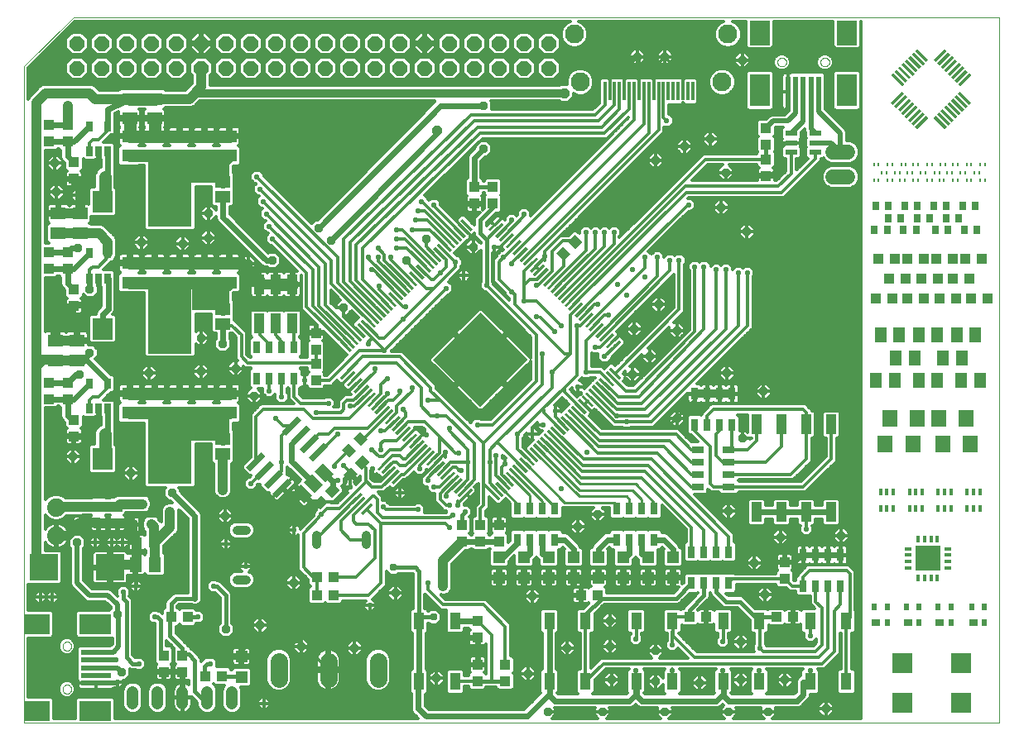
<source format=gtl>
G75*
%MOIN*%
%OFA0B0*%
%FSLAX25Y25*%
%IPPOS*%
%LPD*%
%AMOC8*
5,1,8,0,0,1.08239X$1,22.5*
%
%ADD10R,0.17500X0.22500*%
%ADD11R,0.15000X0.10000*%
%ADD12R,0.17500X0.05000*%
%ADD13R,0.17500X0.02500*%
%ADD14R,0.20000X0.10000*%
%ADD15R,0.17500X0.27500*%
%ADD16R,0.17500X0.30000*%
%ADD17C,0.00000*%
%ADD18R,0.03937X0.04331*%
%ADD19R,0.06299X0.05118*%
%ADD20R,0.04331X0.03937*%
%ADD21R,0.05118X0.06299*%
%ADD22R,0.11614X0.10630*%
%ADD23R,0.03150X0.02362*%
%ADD24R,0.04921X0.01969*%
%ADD25C,0.21000*%
%ADD26R,0.05807X0.01181*%
%ADD27R,0.26969X0.26969*%
%ADD28R,0.07874X0.08661*%
%ADD29R,0.04724X0.04724*%
%ADD30C,0.03778*%
%ADD31R,0.03150X0.03543*%
%ADD32R,0.03150X0.05118*%
%ADD33C,0.07050*%
%ADD34R,0.04331X0.07087*%
%ADD35R,0.04300X0.07900*%
%ADD36R,0.04600X0.06300*%
%ADD37R,0.06300X0.04600*%
%ADD38R,0.02756X0.03937*%
%ADD39R,0.02362X0.08661*%
%ADD40R,0.05512X0.01181*%
%ADD41R,0.07874X0.09843*%
%ADD42R,0.07874X0.12992*%
%ADD43R,0.01969X0.12205*%
%ADD44OC8,0.06000*%
%ADD45R,0.01181X0.07480*%
%ADD46C,0.07677*%
%ADD47R,0.05118X0.03150*%
%ADD48R,0.04331X0.07874*%
%ADD49C,0.04800*%
%ADD50C,0.06000*%
%ADD51R,0.09843X0.07874*%
%ADD52R,0.12992X0.07874*%
%ADD53R,0.12205X0.01969*%
%ADD54C,0.07400*%
%ADD55R,0.01181X0.06299*%
%ADD56R,0.06299X0.01181*%
%ADD57R,0.00984X0.01378*%
%ADD58R,0.02756X0.03543*%
%ADD59R,0.05118X0.05906*%
%ADD60R,0.06299X0.07087*%
%ADD61R,0.01378X0.03150*%
%ADD62R,0.03150X0.01378*%
%ADD63R,0.09843X0.09843*%
%ADD64R,0.03543X0.03150*%
%ADD65R,0.02362X0.03150*%
%ADD66R,0.07874X0.07874*%
%ADD67C,0.02400*%
%ADD68C,0.04000*%
%ADD69C,0.05000*%
%ADD70C,0.01600*%
%ADD71C,0.01000*%
%ADD72C,0.01200*%
%ADD73OC8,0.02165*%
%ADD74C,0.03200*%
%ADD75C,0.02000*%
%ADD76OC8,0.03543*%
%ADD77OC8,0.04134*%
%ADD78C,0.01969*%
%ADD79OC8,0.02953*%
D10*
X0066025Y0167775D03*
D11*
X0082275Y0174025D03*
X0079775Y0121525D03*
D12*
X0066025Y0156525D03*
D13*
X0066025Y0152775D03*
D14*
X0079775Y0225275D03*
D15*
X0066025Y0112775D03*
D16*
X0066025Y0217775D03*
D17*
X0007350Y0267340D02*
X0007350Y0002825D01*
X0399962Y0002825D01*
X0399962Y0287025D01*
X0027035Y0287025D01*
X0007350Y0267340D01*
X0310592Y0269025D02*
X0310594Y0269109D01*
X0310600Y0269192D01*
X0310610Y0269275D01*
X0310624Y0269358D01*
X0310641Y0269440D01*
X0310663Y0269521D01*
X0310688Y0269600D01*
X0310717Y0269679D01*
X0310750Y0269756D01*
X0310786Y0269831D01*
X0310826Y0269905D01*
X0310869Y0269977D01*
X0310916Y0270046D01*
X0310966Y0270113D01*
X0311019Y0270178D01*
X0311075Y0270240D01*
X0311133Y0270300D01*
X0311195Y0270357D01*
X0311259Y0270410D01*
X0311326Y0270461D01*
X0311395Y0270508D01*
X0311466Y0270553D01*
X0311539Y0270593D01*
X0311614Y0270630D01*
X0311691Y0270664D01*
X0311769Y0270694D01*
X0311848Y0270720D01*
X0311929Y0270743D01*
X0312011Y0270761D01*
X0312093Y0270776D01*
X0312176Y0270787D01*
X0312259Y0270794D01*
X0312343Y0270797D01*
X0312427Y0270796D01*
X0312510Y0270791D01*
X0312594Y0270782D01*
X0312676Y0270769D01*
X0312758Y0270753D01*
X0312839Y0270732D01*
X0312920Y0270708D01*
X0312998Y0270680D01*
X0313076Y0270648D01*
X0313152Y0270612D01*
X0313226Y0270573D01*
X0313298Y0270531D01*
X0313368Y0270485D01*
X0313436Y0270436D01*
X0313501Y0270384D01*
X0313564Y0270329D01*
X0313624Y0270271D01*
X0313682Y0270210D01*
X0313736Y0270146D01*
X0313788Y0270080D01*
X0313836Y0270012D01*
X0313881Y0269941D01*
X0313922Y0269868D01*
X0313961Y0269794D01*
X0313995Y0269718D01*
X0314026Y0269640D01*
X0314053Y0269561D01*
X0314077Y0269480D01*
X0314096Y0269399D01*
X0314112Y0269317D01*
X0314124Y0269234D01*
X0314132Y0269150D01*
X0314136Y0269067D01*
X0314136Y0268983D01*
X0314132Y0268900D01*
X0314124Y0268816D01*
X0314112Y0268733D01*
X0314096Y0268651D01*
X0314077Y0268570D01*
X0314053Y0268489D01*
X0314026Y0268410D01*
X0313995Y0268332D01*
X0313961Y0268256D01*
X0313922Y0268182D01*
X0313881Y0268109D01*
X0313836Y0268038D01*
X0313788Y0267970D01*
X0313736Y0267904D01*
X0313682Y0267840D01*
X0313624Y0267779D01*
X0313564Y0267721D01*
X0313501Y0267666D01*
X0313436Y0267614D01*
X0313368Y0267565D01*
X0313298Y0267519D01*
X0313226Y0267477D01*
X0313152Y0267438D01*
X0313076Y0267402D01*
X0312998Y0267370D01*
X0312920Y0267342D01*
X0312839Y0267318D01*
X0312758Y0267297D01*
X0312676Y0267281D01*
X0312594Y0267268D01*
X0312510Y0267259D01*
X0312427Y0267254D01*
X0312343Y0267253D01*
X0312259Y0267256D01*
X0312176Y0267263D01*
X0312093Y0267274D01*
X0312011Y0267289D01*
X0311929Y0267307D01*
X0311848Y0267330D01*
X0311769Y0267356D01*
X0311691Y0267386D01*
X0311614Y0267420D01*
X0311539Y0267457D01*
X0311466Y0267497D01*
X0311395Y0267542D01*
X0311326Y0267589D01*
X0311259Y0267640D01*
X0311195Y0267693D01*
X0311133Y0267750D01*
X0311075Y0267810D01*
X0311019Y0267872D01*
X0310966Y0267937D01*
X0310916Y0268004D01*
X0310869Y0268073D01*
X0310826Y0268145D01*
X0310786Y0268219D01*
X0310750Y0268294D01*
X0310717Y0268371D01*
X0310688Y0268450D01*
X0310663Y0268529D01*
X0310641Y0268610D01*
X0310624Y0268692D01*
X0310610Y0268775D01*
X0310600Y0268858D01*
X0310594Y0268941D01*
X0310592Y0269025D01*
X0327914Y0269025D02*
X0327916Y0269109D01*
X0327922Y0269192D01*
X0327932Y0269275D01*
X0327946Y0269358D01*
X0327963Y0269440D01*
X0327985Y0269521D01*
X0328010Y0269600D01*
X0328039Y0269679D01*
X0328072Y0269756D01*
X0328108Y0269831D01*
X0328148Y0269905D01*
X0328191Y0269977D01*
X0328238Y0270046D01*
X0328288Y0270113D01*
X0328341Y0270178D01*
X0328397Y0270240D01*
X0328455Y0270300D01*
X0328517Y0270357D01*
X0328581Y0270410D01*
X0328648Y0270461D01*
X0328717Y0270508D01*
X0328788Y0270553D01*
X0328861Y0270593D01*
X0328936Y0270630D01*
X0329013Y0270664D01*
X0329091Y0270694D01*
X0329170Y0270720D01*
X0329251Y0270743D01*
X0329333Y0270761D01*
X0329415Y0270776D01*
X0329498Y0270787D01*
X0329581Y0270794D01*
X0329665Y0270797D01*
X0329749Y0270796D01*
X0329832Y0270791D01*
X0329916Y0270782D01*
X0329998Y0270769D01*
X0330080Y0270753D01*
X0330161Y0270732D01*
X0330242Y0270708D01*
X0330320Y0270680D01*
X0330398Y0270648D01*
X0330474Y0270612D01*
X0330548Y0270573D01*
X0330620Y0270531D01*
X0330690Y0270485D01*
X0330758Y0270436D01*
X0330823Y0270384D01*
X0330886Y0270329D01*
X0330946Y0270271D01*
X0331004Y0270210D01*
X0331058Y0270146D01*
X0331110Y0270080D01*
X0331158Y0270012D01*
X0331203Y0269941D01*
X0331244Y0269868D01*
X0331283Y0269794D01*
X0331317Y0269718D01*
X0331348Y0269640D01*
X0331375Y0269561D01*
X0331399Y0269480D01*
X0331418Y0269399D01*
X0331434Y0269317D01*
X0331446Y0269234D01*
X0331454Y0269150D01*
X0331458Y0269067D01*
X0331458Y0268983D01*
X0331454Y0268900D01*
X0331446Y0268816D01*
X0331434Y0268733D01*
X0331418Y0268651D01*
X0331399Y0268570D01*
X0331375Y0268489D01*
X0331348Y0268410D01*
X0331317Y0268332D01*
X0331283Y0268256D01*
X0331244Y0268182D01*
X0331203Y0268109D01*
X0331158Y0268038D01*
X0331110Y0267970D01*
X0331058Y0267904D01*
X0331004Y0267840D01*
X0330946Y0267779D01*
X0330886Y0267721D01*
X0330823Y0267666D01*
X0330758Y0267614D01*
X0330690Y0267565D01*
X0330620Y0267519D01*
X0330548Y0267477D01*
X0330474Y0267438D01*
X0330398Y0267402D01*
X0330320Y0267370D01*
X0330242Y0267342D01*
X0330161Y0267318D01*
X0330080Y0267297D01*
X0329998Y0267281D01*
X0329916Y0267268D01*
X0329832Y0267259D01*
X0329749Y0267254D01*
X0329665Y0267253D01*
X0329581Y0267256D01*
X0329498Y0267263D01*
X0329415Y0267274D01*
X0329333Y0267289D01*
X0329251Y0267307D01*
X0329170Y0267330D01*
X0329091Y0267356D01*
X0329013Y0267386D01*
X0328936Y0267420D01*
X0328861Y0267457D01*
X0328788Y0267497D01*
X0328717Y0267542D01*
X0328648Y0267589D01*
X0328581Y0267640D01*
X0328517Y0267693D01*
X0328455Y0267750D01*
X0328397Y0267810D01*
X0328341Y0267872D01*
X0328288Y0267937D01*
X0328238Y0268004D01*
X0328191Y0268073D01*
X0328148Y0268145D01*
X0328108Y0268219D01*
X0328072Y0268294D01*
X0328039Y0268371D01*
X0328010Y0268450D01*
X0327985Y0268529D01*
X0327963Y0268610D01*
X0327946Y0268692D01*
X0327932Y0268775D01*
X0327922Y0268858D01*
X0327916Y0268941D01*
X0327914Y0269025D01*
X0022728Y0033536D02*
X0022730Y0033620D01*
X0022736Y0033703D01*
X0022746Y0033786D01*
X0022760Y0033869D01*
X0022777Y0033951D01*
X0022799Y0034032D01*
X0022824Y0034111D01*
X0022853Y0034190D01*
X0022886Y0034267D01*
X0022922Y0034342D01*
X0022962Y0034416D01*
X0023005Y0034488D01*
X0023052Y0034557D01*
X0023102Y0034624D01*
X0023155Y0034689D01*
X0023211Y0034751D01*
X0023269Y0034811D01*
X0023331Y0034868D01*
X0023395Y0034921D01*
X0023462Y0034972D01*
X0023531Y0035019D01*
X0023602Y0035064D01*
X0023675Y0035104D01*
X0023750Y0035141D01*
X0023827Y0035175D01*
X0023905Y0035205D01*
X0023984Y0035231D01*
X0024065Y0035254D01*
X0024147Y0035272D01*
X0024229Y0035287D01*
X0024312Y0035298D01*
X0024395Y0035305D01*
X0024479Y0035308D01*
X0024563Y0035307D01*
X0024646Y0035302D01*
X0024730Y0035293D01*
X0024812Y0035280D01*
X0024894Y0035264D01*
X0024975Y0035243D01*
X0025056Y0035219D01*
X0025134Y0035191D01*
X0025212Y0035159D01*
X0025288Y0035123D01*
X0025362Y0035084D01*
X0025434Y0035042D01*
X0025504Y0034996D01*
X0025572Y0034947D01*
X0025637Y0034895D01*
X0025700Y0034840D01*
X0025760Y0034782D01*
X0025818Y0034721D01*
X0025872Y0034657D01*
X0025924Y0034591D01*
X0025972Y0034523D01*
X0026017Y0034452D01*
X0026058Y0034379D01*
X0026097Y0034305D01*
X0026131Y0034229D01*
X0026162Y0034151D01*
X0026189Y0034072D01*
X0026213Y0033991D01*
X0026232Y0033910D01*
X0026248Y0033828D01*
X0026260Y0033745D01*
X0026268Y0033661D01*
X0026272Y0033578D01*
X0026272Y0033494D01*
X0026268Y0033411D01*
X0026260Y0033327D01*
X0026248Y0033244D01*
X0026232Y0033162D01*
X0026213Y0033081D01*
X0026189Y0033000D01*
X0026162Y0032921D01*
X0026131Y0032843D01*
X0026097Y0032767D01*
X0026058Y0032693D01*
X0026017Y0032620D01*
X0025972Y0032549D01*
X0025924Y0032481D01*
X0025872Y0032415D01*
X0025818Y0032351D01*
X0025760Y0032290D01*
X0025700Y0032232D01*
X0025637Y0032177D01*
X0025572Y0032125D01*
X0025504Y0032076D01*
X0025434Y0032030D01*
X0025362Y0031988D01*
X0025288Y0031949D01*
X0025212Y0031913D01*
X0025134Y0031881D01*
X0025056Y0031853D01*
X0024975Y0031829D01*
X0024894Y0031808D01*
X0024812Y0031792D01*
X0024730Y0031779D01*
X0024646Y0031770D01*
X0024563Y0031765D01*
X0024479Y0031764D01*
X0024395Y0031767D01*
X0024312Y0031774D01*
X0024229Y0031785D01*
X0024147Y0031800D01*
X0024065Y0031818D01*
X0023984Y0031841D01*
X0023905Y0031867D01*
X0023827Y0031897D01*
X0023750Y0031931D01*
X0023675Y0031968D01*
X0023602Y0032008D01*
X0023531Y0032053D01*
X0023462Y0032100D01*
X0023395Y0032151D01*
X0023331Y0032204D01*
X0023269Y0032261D01*
X0023211Y0032321D01*
X0023155Y0032383D01*
X0023102Y0032448D01*
X0023052Y0032515D01*
X0023005Y0032584D01*
X0022962Y0032656D01*
X0022922Y0032730D01*
X0022886Y0032805D01*
X0022853Y0032882D01*
X0022824Y0032961D01*
X0022799Y0033040D01*
X0022777Y0033121D01*
X0022760Y0033203D01*
X0022746Y0033286D01*
X0022736Y0033369D01*
X0022730Y0033452D01*
X0022728Y0033536D01*
X0022728Y0016214D02*
X0022730Y0016298D01*
X0022736Y0016381D01*
X0022746Y0016464D01*
X0022760Y0016547D01*
X0022777Y0016629D01*
X0022799Y0016710D01*
X0022824Y0016789D01*
X0022853Y0016868D01*
X0022886Y0016945D01*
X0022922Y0017020D01*
X0022962Y0017094D01*
X0023005Y0017166D01*
X0023052Y0017235D01*
X0023102Y0017302D01*
X0023155Y0017367D01*
X0023211Y0017429D01*
X0023269Y0017489D01*
X0023331Y0017546D01*
X0023395Y0017599D01*
X0023462Y0017650D01*
X0023531Y0017697D01*
X0023602Y0017742D01*
X0023675Y0017782D01*
X0023750Y0017819D01*
X0023827Y0017853D01*
X0023905Y0017883D01*
X0023984Y0017909D01*
X0024065Y0017932D01*
X0024147Y0017950D01*
X0024229Y0017965D01*
X0024312Y0017976D01*
X0024395Y0017983D01*
X0024479Y0017986D01*
X0024563Y0017985D01*
X0024646Y0017980D01*
X0024730Y0017971D01*
X0024812Y0017958D01*
X0024894Y0017942D01*
X0024975Y0017921D01*
X0025056Y0017897D01*
X0025134Y0017869D01*
X0025212Y0017837D01*
X0025288Y0017801D01*
X0025362Y0017762D01*
X0025434Y0017720D01*
X0025504Y0017674D01*
X0025572Y0017625D01*
X0025637Y0017573D01*
X0025700Y0017518D01*
X0025760Y0017460D01*
X0025818Y0017399D01*
X0025872Y0017335D01*
X0025924Y0017269D01*
X0025972Y0017201D01*
X0026017Y0017130D01*
X0026058Y0017057D01*
X0026097Y0016983D01*
X0026131Y0016907D01*
X0026162Y0016829D01*
X0026189Y0016750D01*
X0026213Y0016669D01*
X0026232Y0016588D01*
X0026248Y0016506D01*
X0026260Y0016423D01*
X0026268Y0016339D01*
X0026272Y0016256D01*
X0026272Y0016172D01*
X0026268Y0016089D01*
X0026260Y0016005D01*
X0026248Y0015922D01*
X0026232Y0015840D01*
X0026213Y0015759D01*
X0026189Y0015678D01*
X0026162Y0015599D01*
X0026131Y0015521D01*
X0026097Y0015445D01*
X0026058Y0015371D01*
X0026017Y0015298D01*
X0025972Y0015227D01*
X0025924Y0015159D01*
X0025872Y0015093D01*
X0025818Y0015029D01*
X0025760Y0014968D01*
X0025700Y0014910D01*
X0025637Y0014855D01*
X0025572Y0014803D01*
X0025504Y0014754D01*
X0025434Y0014708D01*
X0025362Y0014666D01*
X0025288Y0014627D01*
X0025212Y0014591D01*
X0025134Y0014559D01*
X0025056Y0014531D01*
X0024975Y0014507D01*
X0024894Y0014486D01*
X0024812Y0014470D01*
X0024730Y0014457D01*
X0024646Y0014448D01*
X0024563Y0014443D01*
X0024479Y0014442D01*
X0024395Y0014445D01*
X0024312Y0014452D01*
X0024229Y0014463D01*
X0024147Y0014478D01*
X0024065Y0014496D01*
X0023984Y0014519D01*
X0023905Y0014545D01*
X0023827Y0014575D01*
X0023750Y0014609D01*
X0023675Y0014646D01*
X0023602Y0014686D01*
X0023531Y0014731D01*
X0023462Y0014778D01*
X0023395Y0014829D01*
X0023331Y0014882D01*
X0023269Y0014939D01*
X0023211Y0014999D01*
X0023155Y0015061D01*
X0023102Y0015126D01*
X0023052Y0015193D01*
X0023005Y0015262D01*
X0022962Y0015334D01*
X0022922Y0015408D01*
X0022886Y0015483D01*
X0022853Y0015560D01*
X0022824Y0015639D01*
X0022799Y0015718D01*
X0022777Y0015799D01*
X0022760Y0015881D01*
X0022746Y0015964D01*
X0022736Y0016047D01*
X0022730Y0016130D01*
X0022728Y0016214D01*
D18*
X0063525Y0023179D03*
X0071025Y0023179D03*
X0080179Y0021525D03*
X0086871Y0021525D03*
X0071025Y0029871D03*
X0063525Y0029871D03*
X0066429Y0045275D03*
X0073121Y0045275D03*
X0044775Y0083179D03*
X0044775Y0089871D03*
X0037275Y0089871D03*
X0037275Y0083179D03*
X0024775Y0133179D03*
X0024775Y0139871D03*
X0024775Y0185679D03*
X0024775Y0192371D03*
X0024775Y0236929D03*
X0024775Y0243621D03*
X0124775Y0159871D03*
X0124775Y0153179D03*
X0124775Y0147371D03*
X0124775Y0140679D03*
G36*
X0145633Y0117073D02*
X0142850Y0114290D01*
X0139789Y0117351D01*
X0142572Y0120134D01*
X0145633Y0117073D01*
G37*
G36*
X0140900Y0112341D02*
X0138117Y0109558D01*
X0135056Y0112619D01*
X0137839Y0115402D01*
X0140900Y0112341D01*
G37*
X0183525Y0082371D03*
X0191025Y0082371D03*
X0198525Y0082371D03*
X0198525Y0075679D03*
X0191025Y0075679D03*
X0183525Y0075679D03*
X0131871Y0061525D03*
X0125179Y0061525D03*
X0125179Y0054025D03*
X0131871Y0054025D03*
X0189775Y0026121D03*
X0189775Y0019429D03*
X0313525Y0060679D03*
X0313525Y0067371D03*
G36*
X0227339Y0191671D02*
X0224556Y0188888D01*
X0221495Y0191949D01*
X0224278Y0194732D01*
X0227339Y0191671D01*
G37*
G36*
X0232072Y0196404D02*
X0229289Y0193621D01*
X0226228Y0196682D01*
X0229011Y0199465D01*
X0232072Y0196404D01*
G37*
X0196025Y0211929D03*
X0188525Y0211929D03*
X0188525Y0218621D03*
X0196025Y0218621D03*
D19*
X0089775Y0231338D03*
X0089775Y0239212D03*
X0079775Y0239212D03*
X0069775Y0239212D03*
X0069775Y0231338D03*
X0079775Y0231338D03*
X0059775Y0231338D03*
X0049775Y0231338D03*
X0049775Y0239212D03*
X0049775Y0246338D03*
X0059775Y0246338D03*
X0059775Y0239212D03*
X0059775Y0254212D03*
X0049775Y0254212D03*
X0029775Y0207962D03*
X0029775Y0200088D03*
X0021025Y0200088D03*
X0021025Y0207962D03*
X0049775Y0187962D03*
X0049775Y0180088D03*
X0059775Y0180088D03*
X0059775Y0187962D03*
X0069775Y0187962D03*
X0069775Y0180088D03*
X0079775Y0180088D03*
X0079775Y0187962D03*
X0089775Y0187962D03*
X0089775Y0180088D03*
X0089775Y0135462D03*
X0089775Y0127588D03*
X0079775Y0127588D03*
X0069775Y0127588D03*
X0069775Y0135462D03*
X0079775Y0135462D03*
X0059775Y0135462D03*
X0049775Y0135462D03*
X0049775Y0127588D03*
X0059775Y0127588D03*
X0028525Y0148838D03*
X0028525Y0156712D03*
X0019775Y0156712D03*
X0019775Y0148838D03*
D20*
X0017275Y0139871D03*
X0017275Y0133179D03*
X0027275Y0124871D03*
X0027275Y0118179D03*
X0052679Y0075275D03*
X0059371Y0075275D03*
G36*
X0129598Y0091709D02*
X0126537Y0088648D01*
X0123754Y0091431D01*
X0126815Y0094492D01*
X0129598Y0091709D01*
G37*
G36*
X0134331Y0096441D02*
X0131270Y0093380D01*
X0128487Y0096163D01*
X0131548Y0099224D01*
X0134331Y0096441D01*
G37*
G36*
X0135737Y0102770D02*
X0138798Y0105831D01*
X0141581Y0103048D01*
X0138520Y0099987D01*
X0135737Y0102770D01*
G37*
G36*
X0140469Y0107502D02*
X0143530Y0110563D01*
X0146313Y0107780D01*
X0143252Y0104719D01*
X0140469Y0107502D01*
G37*
X0189775Y0043621D03*
X0189775Y0036929D03*
X0201025Y0026121D03*
X0201025Y0019429D03*
X0231429Y0054025D03*
X0238121Y0054025D03*
X0275179Y0045275D03*
X0281871Y0045275D03*
X0310179Y0045275D03*
X0316871Y0045275D03*
X0350066Y0173712D03*
X0356759Y0173712D03*
X0362929Y0173712D03*
X0369621Y0173712D03*
X0375791Y0173712D03*
X0382484Y0173712D03*
X0388654Y0173712D03*
X0395346Y0173712D03*
X0387996Y0181675D03*
X0381304Y0181675D03*
X0375134Y0181675D03*
X0368441Y0181675D03*
X0362271Y0181675D03*
X0355579Y0181675D03*
X0357984Y0189637D03*
X0362929Y0189637D03*
X0369621Y0189637D03*
X0374566Y0189637D03*
X0381259Y0189637D03*
X0386204Y0189637D03*
X0392896Y0189637D03*
X0351291Y0189637D03*
X0306025Y0223179D03*
X0306025Y0229871D03*
X0306025Y0235679D03*
X0306025Y0242371D03*
X0027275Y0228621D03*
X0027275Y0221929D03*
X0017275Y0236929D03*
X0017275Y0243621D03*
X0017275Y0192371D03*
X0017275Y0185679D03*
X0027275Y0177371D03*
X0027275Y0170679D03*
D21*
X0052088Y0066525D03*
X0059962Y0066525D03*
D22*
X0041812Y0065275D03*
X0015238Y0065275D03*
D23*
X0029775Y0083375D03*
X0029775Y0089675D03*
D24*
X0316104Y0232785D03*
X0316104Y0236525D03*
X0316104Y0240265D03*
X0325946Y0240265D03*
X0325946Y0236525D03*
X0325946Y0232785D03*
D25*
X0191025Y0149025D03*
D26*
G36*
X0161513Y0122855D02*
X0157409Y0118751D01*
X0156575Y0119585D01*
X0160679Y0123689D01*
X0161513Y0122855D01*
G37*
G36*
X0162905Y0121463D02*
X0158801Y0117359D01*
X0157967Y0118193D01*
X0162071Y0122297D01*
X0162905Y0121463D01*
G37*
G36*
X0164297Y0120071D02*
X0160193Y0115967D01*
X0159359Y0116801D01*
X0163463Y0120905D01*
X0164297Y0120071D01*
G37*
G36*
X0165689Y0118679D02*
X0161585Y0114575D01*
X0160751Y0115409D01*
X0164855Y0119513D01*
X0165689Y0118679D01*
G37*
G36*
X0167080Y0117287D02*
X0162976Y0113183D01*
X0162142Y0114017D01*
X0166246Y0118121D01*
X0167080Y0117287D01*
G37*
G36*
X0168472Y0115895D02*
X0164368Y0111791D01*
X0163534Y0112625D01*
X0167638Y0116729D01*
X0168472Y0115895D01*
G37*
G36*
X0169864Y0114503D02*
X0165760Y0110399D01*
X0164926Y0111233D01*
X0169030Y0115337D01*
X0169864Y0114503D01*
G37*
G36*
X0171256Y0113111D02*
X0167152Y0109007D01*
X0166318Y0109841D01*
X0170422Y0113945D01*
X0171256Y0113111D01*
G37*
G36*
X0172648Y0111719D02*
X0168544Y0107615D01*
X0167710Y0108449D01*
X0171814Y0112553D01*
X0172648Y0111719D01*
G37*
G36*
X0174040Y0110327D02*
X0169936Y0106223D01*
X0169102Y0107057D01*
X0173206Y0111161D01*
X0174040Y0110327D01*
G37*
G36*
X0175432Y0108935D02*
X0171328Y0104831D01*
X0170494Y0105665D01*
X0174598Y0109769D01*
X0175432Y0108935D01*
G37*
G36*
X0176824Y0107543D02*
X0172720Y0103439D01*
X0171886Y0104273D01*
X0175990Y0108377D01*
X0176824Y0107543D01*
G37*
G36*
X0178216Y0106151D02*
X0174112Y0102047D01*
X0173278Y0102881D01*
X0177382Y0106985D01*
X0178216Y0106151D01*
G37*
G36*
X0179608Y0104759D02*
X0175504Y0100655D01*
X0174670Y0101489D01*
X0178774Y0105593D01*
X0179608Y0104759D01*
G37*
G36*
X0181000Y0103367D02*
X0176896Y0099263D01*
X0176062Y0100097D01*
X0180166Y0104201D01*
X0181000Y0103367D01*
G37*
G36*
X0182392Y0101975D02*
X0178288Y0097871D01*
X0177454Y0098705D01*
X0181558Y0102809D01*
X0182392Y0101975D01*
G37*
G36*
X0183784Y0100583D02*
X0179680Y0096479D01*
X0178846Y0097313D01*
X0182950Y0101417D01*
X0183784Y0100583D01*
G37*
G36*
X0185176Y0099192D02*
X0181072Y0095088D01*
X0180238Y0095922D01*
X0184342Y0100026D01*
X0185176Y0099192D01*
G37*
G36*
X0186568Y0097800D02*
X0182464Y0093696D01*
X0181630Y0094530D01*
X0185734Y0098634D01*
X0186568Y0097800D01*
G37*
G36*
X0187960Y0096408D02*
X0183856Y0092304D01*
X0183022Y0093138D01*
X0187126Y0097242D01*
X0187960Y0096408D01*
G37*
G36*
X0194924Y0097242D02*
X0199028Y0093138D01*
X0198194Y0092304D01*
X0194090Y0096408D01*
X0194924Y0097242D01*
G37*
G36*
X0196316Y0098634D02*
X0200420Y0094530D01*
X0199586Y0093696D01*
X0195482Y0097800D01*
X0196316Y0098634D01*
G37*
G36*
X0197708Y0100026D02*
X0201812Y0095922D01*
X0200978Y0095088D01*
X0196874Y0099192D01*
X0197708Y0100026D01*
G37*
G36*
X0199100Y0101417D02*
X0203204Y0097313D01*
X0202370Y0096479D01*
X0198266Y0100583D01*
X0199100Y0101417D01*
G37*
G36*
X0200492Y0102809D02*
X0204596Y0098705D01*
X0203762Y0097871D01*
X0199658Y0101975D01*
X0200492Y0102809D01*
G37*
G36*
X0201884Y0104201D02*
X0205988Y0100097D01*
X0205154Y0099263D01*
X0201050Y0103367D01*
X0201884Y0104201D01*
G37*
G36*
X0203276Y0105593D02*
X0207380Y0101489D01*
X0206546Y0100655D01*
X0202442Y0104759D01*
X0203276Y0105593D01*
G37*
G36*
X0204668Y0106985D02*
X0208772Y0102881D01*
X0207938Y0102047D01*
X0203834Y0106151D01*
X0204668Y0106985D01*
G37*
G36*
X0206060Y0108377D02*
X0210164Y0104273D01*
X0209330Y0103439D01*
X0205226Y0107543D01*
X0206060Y0108377D01*
G37*
G36*
X0207452Y0109769D02*
X0211556Y0105665D01*
X0210722Y0104831D01*
X0206618Y0108935D01*
X0207452Y0109769D01*
G37*
G36*
X0208844Y0111161D02*
X0212948Y0107057D01*
X0212114Y0106223D01*
X0208010Y0110327D01*
X0208844Y0111161D01*
G37*
G36*
X0210236Y0112553D02*
X0214340Y0108449D01*
X0213506Y0107615D01*
X0209402Y0111719D01*
X0210236Y0112553D01*
G37*
G36*
X0211628Y0113945D02*
X0215732Y0109841D01*
X0214898Y0109007D01*
X0210794Y0113111D01*
X0211628Y0113945D01*
G37*
G36*
X0213020Y0115337D02*
X0217124Y0111233D01*
X0216290Y0110399D01*
X0212186Y0114503D01*
X0213020Y0115337D01*
G37*
G36*
X0214412Y0116729D02*
X0218516Y0112625D01*
X0217682Y0111791D01*
X0213578Y0115895D01*
X0214412Y0116729D01*
G37*
G36*
X0215803Y0118121D02*
X0219907Y0114017D01*
X0219073Y0113183D01*
X0214969Y0117287D01*
X0215803Y0118121D01*
G37*
G36*
X0217195Y0119513D02*
X0221299Y0115409D01*
X0220465Y0114575D01*
X0216361Y0118679D01*
X0217195Y0119513D01*
G37*
G36*
X0218587Y0120905D02*
X0222691Y0116801D01*
X0221857Y0115967D01*
X0217753Y0120071D01*
X0218587Y0120905D01*
G37*
G36*
X0219979Y0122297D02*
X0224083Y0118193D01*
X0223249Y0117359D01*
X0219145Y0121463D01*
X0219979Y0122297D01*
G37*
G36*
X0221371Y0123689D02*
X0225475Y0119585D01*
X0224641Y0118751D01*
X0220537Y0122855D01*
X0221371Y0123689D01*
G37*
G36*
X0222763Y0125080D02*
X0226867Y0120976D01*
X0226033Y0120142D01*
X0221929Y0124246D01*
X0222763Y0125080D01*
G37*
G36*
X0224155Y0126472D02*
X0228259Y0122368D01*
X0227425Y0121534D01*
X0223321Y0125638D01*
X0224155Y0126472D01*
G37*
G36*
X0225547Y0127864D02*
X0229651Y0123760D01*
X0228817Y0122926D01*
X0224713Y0127030D01*
X0225547Y0127864D01*
G37*
G36*
X0226939Y0129256D02*
X0231043Y0125152D01*
X0230209Y0124318D01*
X0226105Y0128422D01*
X0226939Y0129256D01*
G37*
G36*
X0228331Y0130648D02*
X0232435Y0126544D01*
X0231601Y0125710D01*
X0227497Y0129814D01*
X0228331Y0130648D01*
G37*
G36*
X0229723Y0132040D02*
X0233827Y0127936D01*
X0232993Y0127102D01*
X0228889Y0131206D01*
X0229723Y0132040D01*
G37*
G36*
X0231115Y0133432D02*
X0235219Y0129328D01*
X0234385Y0128494D01*
X0230281Y0132598D01*
X0231115Y0133432D01*
G37*
G36*
X0232507Y0134824D02*
X0236611Y0130720D01*
X0235777Y0129886D01*
X0231673Y0133990D01*
X0232507Y0134824D01*
G37*
G36*
X0233899Y0136216D02*
X0238003Y0132112D01*
X0237169Y0131278D01*
X0233065Y0135382D01*
X0233899Y0136216D01*
G37*
G36*
X0235291Y0137608D02*
X0239395Y0133504D01*
X0238561Y0132670D01*
X0234457Y0136774D01*
X0235291Y0137608D01*
G37*
G36*
X0236683Y0139000D02*
X0240787Y0134896D01*
X0239953Y0134062D01*
X0235849Y0138166D01*
X0236683Y0139000D01*
G37*
G36*
X0238075Y0140392D02*
X0242179Y0136288D01*
X0241345Y0135454D01*
X0237241Y0139558D01*
X0238075Y0140392D01*
G37*
G36*
X0239467Y0141784D02*
X0243571Y0137680D01*
X0242737Y0136846D01*
X0238633Y0140950D01*
X0239467Y0141784D01*
G37*
G36*
X0240858Y0143176D02*
X0244962Y0139072D01*
X0244128Y0138238D01*
X0240024Y0142342D01*
X0240858Y0143176D01*
G37*
G36*
X0242250Y0144568D02*
X0246354Y0140464D01*
X0245520Y0139630D01*
X0241416Y0143734D01*
X0242250Y0144568D01*
G37*
G36*
X0243642Y0145960D02*
X0247746Y0141856D01*
X0246912Y0141022D01*
X0242808Y0145126D01*
X0243642Y0145960D01*
G37*
G36*
X0247746Y0156194D02*
X0243642Y0152090D01*
X0242808Y0152924D01*
X0246912Y0157028D01*
X0247746Y0156194D01*
G37*
G36*
X0246354Y0157586D02*
X0242250Y0153482D01*
X0241416Y0154316D01*
X0245520Y0158420D01*
X0246354Y0157586D01*
G37*
G36*
X0244962Y0158978D02*
X0240858Y0154874D01*
X0240024Y0155708D01*
X0244128Y0159812D01*
X0244962Y0158978D01*
G37*
G36*
X0243571Y0160370D02*
X0239467Y0156266D01*
X0238633Y0157100D01*
X0242737Y0161204D01*
X0243571Y0160370D01*
G37*
G36*
X0242179Y0161762D02*
X0238075Y0157658D01*
X0237241Y0158492D01*
X0241345Y0162596D01*
X0242179Y0161762D01*
G37*
G36*
X0240787Y0163154D02*
X0236683Y0159050D01*
X0235849Y0159884D01*
X0239953Y0163988D01*
X0240787Y0163154D01*
G37*
G36*
X0239395Y0164546D02*
X0235291Y0160442D01*
X0234457Y0161276D01*
X0238561Y0165380D01*
X0239395Y0164546D01*
G37*
G36*
X0238003Y0165938D02*
X0233899Y0161834D01*
X0233065Y0162668D01*
X0237169Y0166772D01*
X0238003Y0165938D01*
G37*
G36*
X0236611Y0167330D02*
X0232507Y0163226D01*
X0231673Y0164060D01*
X0235777Y0168164D01*
X0236611Y0167330D01*
G37*
G36*
X0235219Y0168722D02*
X0231115Y0164618D01*
X0230281Y0165452D01*
X0234385Y0169556D01*
X0235219Y0168722D01*
G37*
G36*
X0233827Y0170114D02*
X0229723Y0166010D01*
X0228889Y0166844D01*
X0232993Y0170948D01*
X0233827Y0170114D01*
G37*
G36*
X0232435Y0171506D02*
X0228331Y0167402D01*
X0227497Y0168236D01*
X0231601Y0172340D01*
X0232435Y0171506D01*
G37*
G36*
X0231043Y0172898D02*
X0226939Y0168794D01*
X0226105Y0169628D01*
X0230209Y0173732D01*
X0231043Y0172898D01*
G37*
G36*
X0229651Y0174290D02*
X0225547Y0170186D01*
X0224713Y0171020D01*
X0228817Y0175124D01*
X0229651Y0174290D01*
G37*
G36*
X0228259Y0175682D02*
X0224155Y0171578D01*
X0223321Y0172412D01*
X0227425Y0176516D01*
X0228259Y0175682D01*
G37*
G36*
X0226867Y0177073D02*
X0222763Y0172969D01*
X0221929Y0173803D01*
X0226033Y0177907D01*
X0226867Y0177073D01*
G37*
G36*
X0225475Y0178465D02*
X0221371Y0174361D01*
X0220537Y0175195D01*
X0224641Y0179299D01*
X0225475Y0178465D01*
G37*
G36*
X0224083Y0179857D02*
X0219979Y0175753D01*
X0219145Y0176587D01*
X0223249Y0180691D01*
X0224083Y0179857D01*
G37*
G36*
X0222691Y0181249D02*
X0218587Y0177145D01*
X0217753Y0177979D01*
X0221857Y0182083D01*
X0222691Y0181249D01*
G37*
G36*
X0221299Y0182641D02*
X0217195Y0178537D01*
X0216361Y0179371D01*
X0220465Y0183475D01*
X0221299Y0182641D01*
G37*
G36*
X0219907Y0184033D02*
X0215803Y0179929D01*
X0214969Y0180763D01*
X0219073Y0184867D01*
X0219907Y0184033D01*
G37*
G36*
X0218516Y0185425D02*
X0214412Y0181321D01*
X0213578Y0182155D01*
X0217682Y0186259D01*
X0218516Y0185425D01*
G37*
G36*
X0217124Y0186817D02*
X0213020Y0182713D01*
X0212186Y0183547D01*
X0216290Y0187651D01*
X0217124Y0186817D01*
G37*
G36*
X0215732Y0188209D02*
X0211628Y0184105D01*
X0210794Y0184939D01*
X0214898Y0189043D01*
X0215732Y0188209D01*
G37*
G36*
X0214340Y0189601D02*
X0210236Y0185497D01*
X0209402Y0186331D01*
X0213506Y0190435D01*
X0214340Y0189601D01*
G37*
G36*
X0212948Y0190993D02*
X0208844Y0186889D01*
X0208010Y0187723D01*
X0212114Y0191827D01*
X0212948Y0190993D01*
G37*
G36*
X0211556Y0192385D02*
X0207452Y0188281D01*
X0206618Y0189115D01*
X0210722Y0193219D01*
X0211556Y0192385D01*
G37*
G36*
X0210164Y0193777D02*
X0206060Y0189673D01*
X0205226Y0190507D01*
X0209330Y0194611D01*
X0210164Y0193777D01*
G37*
G36*
X0208772Y0195169D02*
X0204668Y0191065D01*
X0203834Y0191899D01*
X0207938Y0196003D01*
X0208772Y0195169D01*
G37*
G36*
X0207380Y0196561D02*
X0203276Y0192457D01*
X0202442Y0193291D01*
X0206546Y0197395D01*
X0207380Y0196561D01*
G37*
G36*
X0205988Y0197953D02*
X0201884Y0193849D01*
X0201050Y0194683D01*
X0205154Y0198787D01*
X0205988Y0197953D01*
G37*
G36*
X0204596Y0199345D02*
X0200492Y0195241D01*
X0199658Y0196075D01*
X0203762Y0200179D01*
X0204596Y0199345D01*
G37*
G36*
X0203204Y0200737D02*
X0199100Y0196633D01*
X0198266Y0197467D01*
X0202370Y0201571D01*
X0203204Y0200737D01*
G37*
G36*
X0201812Y0202128D02*
X0197708Y0198024D01*
X0196874Y0198858D01*
X0200978Y0202962D01*
X0201812Y0202128D01*
G37*
G36*
X0200420Y0203520D02*
X0196316Y0199416D01*
X0195482Y0200250D01*
X0199586Y0204354D01*
X0200420Y0203520D01*
G37*
G36*
X0199028Y0204912D02*
X0194924Y0200808D01*
X0194090Y0201642D01*
X0198194Y0205746D01*
X0199028Y0204912D01*
G37*
G36*
X0183856Y0205746D02*
X0187960Y0201642D01*
X0187126Y0200808D01*
X0183022Y0204912D01*
X0183856Y0205746D01*
G37*
G36*
X0182464Y0204354D02*
X0186568Y0200250D01*
X0185734Y0199416D01*
X0181630Y0203520D01*
X0182464Y0204354D01*
G37*
G36*
X0181072Y0202962D02*
X0185176Y0198858D01*
X0184342Y0198024D01*
X0180238Y0202128D01*
X0181072Y0202962D01*
G37*
G36*
X0179680Y0201571D02*
X0183784Y0197467D01*
X0182950Y0196633D01*
X0178846Y0200737D01*
X0179680Y0201571D01*
G37*
G36*
X0178288Y0200179D02*
X0182392Y0196075D01*
X0181558Y0195241D01*
X0177454Y0199345D01*
X0178288Y0200179D01*
G37*
G36*
X0176896Y0198787D02*
X0181000Y0194683D01*
X0180166Y0193849D01*
X0176062Y0197953D01*
X0176896Y0198787D01*
G37*
G36*
X0175504Y0197395D02*
X0179608Y0193291D01*
X0178774Y0192457D01*
X0174670Y0196561D01*
X0175504Y0197395D01*
G37*
G36*
X0174112Y0196003D02*
X0178216Y0191899D01*
X0177382Y0191065D01*
X0173278Y0195169D01*
X0174112Y0196003D01*
G37*
G36*
X0172720Y0194611D02*
X0176824Y0190507D01*
X0175990Y0189673D01*
X0171886Y0193777D01*
X0172720Y0194611D01*
G37*
G36*
X0171328Y0193219D02*
X0175432Y0189115D01*
X0174598Y0188281D01*
X0170494Y0192385D01*
X0171328Y0193219D01*
G37*
G36*
X0169936Y0191827D02*
X0174040Y0187723D01*
X0173206Y0186889D01*
X0169102Y0190993D01*
X0169936Y0191827D01*
G37*
G36*
X0168544Y0190435D02*
X0172648Y0186331D01*
X0171814Y0185497D01*
X0167710Y0189601D01*
X0168544Y0190435D01*
G37*
G36*
X0167152Y0189043D02*
X0171256Y0184939D01*
X0170422Y0184105D01*
X0166318Y0188209D01*
X0167152Y0189043D01*
G37*
G36*
X0165760Y0187651D02*
X0169864Y0183547D01*
X0169030Y0182713D01*
X0164926Y0186817D01*
X0165760Y0187651D01*
G37*
G36*
X0164368Y0186259D02*
X0168472Y0182155D01*
X0167638Y0181321D01*
X0163534Y0185425D01*
X0164368Y0186259D01*
G37*
G36*
X0162976Y0184867D02*
X0167080Y0180763D01*
X0166246Y0179929D01*
X0162142Y0184033D01*
X0162976Y0184867D01*
G37*
G36*
X0161585Y0183475D02*
X0165689Y0179371D01*
X0164855Y0178537D01*
X0160751Y0182641D01*
X0161585Y0183475D01*
G37*
G36*
X0160193Y0182083D02*
X0164297Y0177979D01*
X0163463Y0177145D01*
X0159359Y0181249D01*
X0160193Y0182083D01*
G37*
G36*
X0158801Y0180691D02*
X0162905Y0176587D01*
X0162071Y0175753D01*
X0157967Y0179857D01*
X0158801Y0180691D01*
G37*
G36*
X0157409Y0179299D02*
X0161513Y0175195D01*
X0160679Y0174361D01*
X0156575Y0178465D01*
X0157409Y0179299D01*
G37*
G36*
X0156017Y0177907D02*
X0160121Y0173803D01*
X0159287Y0172969D01*
X0155183Y0177073D01*
X0156017Y0177907D01*
G37*
G36*
X0154625Y0176516D02*
X0158729Y0172412D01*
X0157895Y0171578D01*
X0153791Y0175682D01*
X0154625Y0176516D01*
G37*
G36*
X0153233Y0175124D02*
X0157337Y0171020D01*
X0156503Y0170186D01*
X0152399Y0174290D01*
X0153233Y0175124D01*
G37*
G36*
X0151841Y0173732D02*
X0155945Y0169628D01*
X0155111Y0168794D01*
X0151007Y0172898D01*
X0151841Y0173732D01*
G37*
G36*
X0150449Y0172340D02*
X0154553Y0168236D01*
X0153719Y0167402D01*
X0149615Y0171506D01*
X0150449Y0172340D01*
G37*
G36*
X0149057Y0170948D02*
X0153161Y0166844D01*
X0152327Y0166010D01*
X0148223Y0170114D01*
X0149057Y0170948D01*
G37*
G36*
X0147665Y0169556D02*
X0151769Y0165452D01*
X0150935Y0164618D01*
X0146831Y0168722D01*
X0147665Y0169556D01*
G37*
G36*
X0146273Y0168164D02*
X0150377Y0164060D01*
X0149543Y0163226D01*
X0145439Y0167330D01*
X0146273Y0168164D01*
G37*
G36*
X0144881Y0166772D02*
X0148985Y0162668D01*
X0148151Y0161834D01*
X0144047Y0165938D01*
X0144881Y0166772D01*
G37*
G36*
X0143489Y0165380D02*
X0147593Y0161276D01*
X0146759Y0160442D01*
X0142655Y0164546D01*
X0143489Y0165380D01*
G37*
G36*
X0142097Y0163988D02*
X0146201Y0159884D01*
X0145367Y0159050D01*
X0141263Y0163154D01*
X0142097Y0163988D01*
G37*
G36*
X0140705Y0162596D02*
X0144809Y0158492D01*
X0143975Y0157658D01*
X0139871Y0161762D01*
X0140705Y0162596D01*
G37*
G36*
X0139313Y0161204D02*
X0143417Y0157100D01*
X0142583Y0156266D01*
X0138479Y0160370D01*
X0139313Y0161204D01*
G37*
G36*
X0137922Y0159812D02*
X0142026Y0155708D01*
X0141192Y0154874D01*
X0137088Y0158978D01*
X0137922Y0159812D01*
G37*
G36*
X0136530Y0158420D02*
X0140634Y0154316D01*
X0139800Y0153482D01*
X0135696Y0157586D01*
X0136530Y0158420D01*
G37*
G36*
X0135138Y0157028D02*
X0139242Y0152924D01*
X0138408Y0152090D01*
X0134304Y0156194D01*
X0135138Y0157028D01*
G37*
G36*
X0139242Y0145126D02*
X0135138Y0141022D01*
X0134304Y0141856D01*
X0138408Y0145960D01*
X0139242Y0145126D01*
G37*
G36*
X0140634Y0143734D02*
X0136530Y0139630D01*
X0135696Y0140464D01*
X0139800Y0144568D01*
X0140634Y0143734D01*
G37*
G36*
X0142026Y0142342D02*
X0137922Y0138238D01*
X0137088Y0139072D01*
X0141192Y0143176D01*
X0142026Y0142342D01*
G37*
G36*
X0143417Y0140950D02*
X0139313Y0136846D01*
X0138479Y0137680D01*
X0142583Y0141784D01*
X0143417Y0140950D01*
G37*
G36*
X0144809Y0139558D02*
X0140705Y0135454D01*
X0139871Y0136288D01*
X0143975Y0140392D01*
X0144809Y0139558D01*
G37*
G36*
X0146201Y0138166D02*
X0142097Y0134062D01*
X0141263Y0134896D01*
X0145367Y0139000D01*
X0146201Y0138166D01*
G37*
G36*
X0147593Y0136774D02*
X0143489Y0132670D01*
X0142655Y0133504D01*
X0146759Y0137608D01*
X0147593Y0136774D01*
G37*
G36*
X0148985Y0135382D02*
X0144881Y0131278D01*
X0144047Y0132112D01*
X0148151Y0136216D01*
X0148985Y0135382D01*
G37*
G36*
X0150377Y0133990D02*
X0146273Y0129886D01*
X0145439Y0130720D01*
X0149543Y0134824D01*
X0150377Y0133990D01*
G37*
G36*
X0151769Y0132598D02*
X0147665Y0128494D01*
X0146831Y0129328D01*
X0150935Y0133432D01*
X0151769Y0132598D01*
G37*
G36*
X0153161Y0131206D02*
X0149057Y0127102D01*
X0148223Y0127936D01*
X0152327Y0132040D01*
X0153161Y0131206D01*
G37*
G36*
X0154553Y0129814D02*
X0150449Y0125710D01*
X0149615Y0126544D01*
X0153719Y0130648D01*
X0154553Y0129814D01*
G37*
G36*
X0155945Y0128422D02*
X0151841Y0124318D01*
X0151007Y0125152D01*
X0155111Y0129256D01*
X0155945Y0128422D01*
G37*
G36*
X0157337Y0127030D02*
X0153233Y0122926D01*
X0152399Y0123760D01*
X0156503Y0127864D01*
X0157337Y0127030D01*
G37*
G36*
X0158729Y0125638D02*
X0154625Y0121534D01*
X0153791Y0122368D01*
X0157895Y0126472D01*
X0158729Y0125638D01*
G37*
G36*
X0160121Y0124246D02*
X0156017Y0120142D01*
X0155183Y0120976D01*
X0159287Y0125080D01*
X0160121Y0124246D01*
G37*
D27*
G36*
X0191025Y0168094D02*
X0210094Y0149025D01*
X0191025Y0129956D01*
X0171956Y0149025D01*
X0191025Y0168094D01*
G37*
D28*
X0065661Y0161525D03*
X0038889Y0161525D03*
X0038889Y0109025D03*
X0065661Y0109025D03*
X0065661Y0212775D03*
X0038889Y0212775D03*
D29*
X0198525Y0069409D03*
X0198525Y0061141D03*
X0208525Y0061141D03*
X0218525Y0061141D03*
X0228525Y0061141D03*
X0228525Y0069409D03*
X0218525Y0069409D03*
X0208525Y0069409D03*
X0238525Y0069409D03*
X0248525Y0069409D03*
X0248525Y0061141D03*
X0238525Y0061141D03*
X0258525Y0061141D03*
X0268525Y0061141D03*
X0268525Y0069409D03*
X0258525Y0069409D03*
X0094775Y0029409D03*
X0094775Y0021141D03*
D30*
X0092886Y0060275D02*
X0096664Y0060275D01*
X0096664Y0080275D02*
X0092886Y0080275D01*
X0124775Y0078414D02*
X0124775Y0074636D01*
X0144775Y0074636D02*
X0144775Y0078414D01*
D31*
X0058515Y0082588D03*
X0051035Y0082588D03*
X0054775Y0090856D03*
D32*
X0101025Y0141525D03*
X0106025Y0141525D03*
X0111025Y0141525D03*
X0116025Y0141525D03*
X0116025Y0154025D03*
X0111025Y0154025D03*
X0106025Y0154025D03*
X0101025Y0154025D03*
X0206025Y0089025D03*
X0211025Y0089025D03*
X0216025Y0089025D03*
X0221025Y0089025D03*
X0221025Y0076525D03*
X0216025Y0076525D03*
X0211025Y0076525D03*
X0206025Y0076525D03*
X0246025Y0076525D03*
X0251025Y0076525D03*
X0256025Y0076525D03*
X0261025Y0076525D03*
X0276025Y0071525D03*
X0281025Y0071525D03*
X0286025Y0071525D03*
X0291025Y0071525D03*
X0291025Y0059025D03*
X0286025Y0059025D03*
X0281025Y0059025D03*
X0276025Y0059025D03*
X0261025Y0089025D03*
X0256025Y0089025D03*
X0251025Y0089025D03*
X0246025Y0089025D03*
X0277275Y0122775D03*
X0282275Y0122775D03*
X0287275Y0122775D03*
X0292275Y0122775D03*
X0292275Y0135275D03*
X0287275Y0135275D03*
X0282275Y0135275D03*
X0277275Y0135275D03*
X0321025Y0070275D03*
X0326025Y0070275D03*
X0331025Y0070275D03*
X0336025Y0070275D03*
X0336025Y0057775D03*
X0331025Y0057775D03*
X0326025Y0057775D03*
X0321025Y0057775D03*
D33*
X0149775Y0027550D02*
X0149775Y0020500D01*
X0129775Y0020500D02*
X0129775Y0027550D01*
X0109775Y0027550D02*
X0109775Y0020500D01*
D34*
X0166242Y0019320D03*
X0180808Y0019320D03*
X0180808Y0043730D03*
X0166242Y0043730D03*
X0218742Y0043730D03*
X0233308Y0043730D03*
X0253742Y0043730D03*
X0268308Y0043730D03*
X0288742Y0043730D03*
X0303308Y0043730D03*
X0323742Y0043730D03*
X0338308Y0043730D03*
X0338308Y0019320D03*
X0323742Y0019320D03*
X0303308Y0019320D03*
X0288742Y0019320D03*
X0268308Y0019320D03*
X0253742Y0019320D03*
X0233308Y0019320D03*
X0218742Y0019320D03*
D35*
X0302275Y0087575D03*
X0312275Y0087575D03*
X0322275Y0087575D03*
X0332275Y0087575D03*
X0332275Y0122975D03*
X0322275Y0122975D03*
X0312275Y0122975D03*
X0302275Y0122975D03*
D36*
G36*
X0124129Y0104083D02*
X0127381Y0107335D01*
X0131835Y0102881D01*
X0128583Y0099629D01*
X0124129Y0104083D01*
G37*
G36*
X0119886Y0099840D02*
X0123138Y0103092D01*
X0127592Y0098638D01*
X0124340Y0095386D01*
X0119886Y0099840D01*
G37*
G36*
X0115644Y0095598D02*
X0118896Y0098850D01*
X0123350Y0094396D01*
X0120098Y0091144D01*
X0115644Y0095598D01*
G37*
D37*
X0087275Y0111025D03*
X0087275Y0117025D03*
X0087275Y0163525D03*
X0087275Y0169525D03*
X0087275Y0214775D03*
X0087275Y0220775D03*
D38*
X0041015Y0233051D03*
X0037275Y0233051D03*
X0033535Y0233051D03*
X0033574Y0243169D03*
X0041015Y0243169D03*
X0041015Y0191919D03*
X0033574Y0191919D03*
X0033535Y0181801D03*
X0037275Y0181801D03*
X0041015Y0181801D03*
X0041015Y0139419D03*
X0033574Y0139419D03*
X0033535Y0129301D03*
X0037275Y0129301D03*
X0041015Y0129301D03*
D39*
G36*
X0098365Y0104015D02*
X0096695Y0105685D01*
X0102817Y0111807D01*
X0104487Y0110137D01*
X0098365Y0104015D01*
G37*
G36*
X0101901Y0100480D02*
X0100231Y0102150D01*
X0106353Y0108272D01*
X0108023Y0106602D01*
X0101901Y0100480D01*
G37*
G36*
X0105437Y0096944D02*
X0103767Y0098614D01*
X0109889Y0104736D01*
X0111559Y0103066D01*
X0105437Y0096944D01*
G37*
G36*
X0108972Y0093409D02*
X0107302Y0095079D01*
X0113424Y0101201D01*
X0115094Y0099531D01*
X0108972Y0093409D01*
G37*
G36*
X0123448Y0107885D02*
X0121778Y0109555D01*
X0127900Y0115677D01*
X0129570Y0114007D01*
X0123448Y0107885D01*
G37*
G36*
X0119913Y0111420D02*
X0118243Y0113090D01*
X0124365Y0119212D01*
X0126035Y0117542D01*
X0119913Y0111420D01*
G37*
G36*
X0116377Y0114956D02*
X0114707Y0116626D01*
X0120829Y0122748D01*
X0122499Y0121078D01*
X0116377Y0114956D01*
G37*
G36*
X0112842Y0118491D02*
X0111172Y0120161D01*
X0117294Y0126283D01*
X0118964Y0124613D01*
X0112842Y0118491D01*
G37*
D40*
G36*
X0141982Y0095965D02*
X0138086Y0092069D01*
X0137252Y0092903D01*
X0141148Y0096799D01*
X0141982Y0095965D01*
G37*
G36*
X0143374Y0094573D02*
X0139478Y0090677D01*
X0138644Y0091511D01*
X0142540Y0095407D01*
X0143374Y0094573D01*
G37*
G36*
X0144765Y0093181D02*
X0140869Y0089285D01*
X0140035Y0090119D01*
X0143931Y0094015D01*
X0144765Y0093181D01*
G37*
G36*
X0146157Y0091790D02*
X0142261Y0087894D01*
X0141427Y0088728D01*
X0145323Y0092624D01*
X0146157Y0091790D01*
G37*
G36*
X0147549Y0090398D02*
X0143653Y0086502D01*
X0142819Y0087336D01*
X0146715Y0091232D01*
X0147549Y0090398D01*
G37*
G36*
X0159798Y0102647D02*
X0155902Y0098751D01*
X0155068Y0099585D01*
X0158964Y0103481D01*
X0159798Y0102647D01*
G37*
G36*
X0158406Y0104039D02*
X0154510Y0100143D01*
X0153676Y0100977D01*
X0157572Y0104873D01*
X0158406Y0104039D01*
G37*
G36*
X0157015Y0105431D02*
X0153119Y0101535D01*
X0152285Y0102369D01*
X0156181Y0106265D01*
X0157015Y0105431D01*
G37*
G36*
X0155623Y0106822D02*
X0151727Y0102926D01*
X0150893Y0103760D01*
X0154789Y0107656D01*
X0155623Y0106822D01*
G37*
G36*
X0154231Y0108214D02*
X0150335Y0104318D01*
X0149501Y0105152D01*
X0153397Y0109048D01*
X0154231Y0108214D01*
G37*
D41*
X0303505Y0280836D03*
X0338545Y0280836D03*
D42*
X0338545Y0257608D03*
X0303505Y0257608D03*
D43*
X0314726Y0257214D03*
X0317875Y0257214D03*
X0321025Y0257214D03*
X0324175Y0257214D03*
X0327324Y0257214D03*
D44*
X0218525Y0266525D03*
X0208525Y0266525D03*
X0198525Y0266525D03*
X0188525Y0266525D03*
X0178525Y0266525D03*
X0168525Y0266525D03*
X0158525Y0266525D03*
X0148525Y0266525D03*
X0138525Y0266525D03*
X0128525Y0266525D03*
X0118525Y0266525D03*
X0108525Y0266525D03*
X0098525Y0266525D03*
X0088525Y0266525D03*
X0078525Y0266525D03*
X0068525Y0266525D03*
X0058525Y0266525D03*
X0048525Y0266525D03*
X0038525Y0266525D03*
X0028525Y0266525D03*
X0028525Y0276525D03*
X0038525Y0276525D03*
X0048525Y0276525D03*
X0058525Y0276525D03*
X0068525Y0276525D03*
X0078525Y0276525D03*
X0088525Y0276525D03*
X0098525Y0276525D03*
X0108525Y0276525D03*
X0118525Y0276525D03*
X0128525Y0276525D03*
X0138525Y0276525D03*
X0148525Y0276525D03*
X0158525Y0276525D03*
X0168525Y0276525D03*
X0178525Y0276525D03*
X0188525Y0276525D03*
X0198525Y0276525D03*
X0208525Y0276525D03*
X0218525Y0276525D03*
D45*
X0241074Y0257224D03*
X0243043Y0257224D03*
X0245011Y0257224D03*
X0246980Y0257224D03*
X0248948Y0257224D03*
X0250917Y0257224D03*
X0252885Y0257224D03*
X0254854Y0257224D03*
X0256822Y0257224D03*
X0258791Y0257224D03*
X0260759Y0257224D03*
X0262728Y0257224D03*
X0264696Y0257224D03*
X0266665Y0257224D03*
X0268633Y0257224D03*
X0270602Y0257224D03*
X0272570Y0257224D03*
X0274539Y0257224D03*
X0276507Y0257224D03*
D46*
X0288318Y0260964D03*
X0290681Y0280255D03*
X0228869Y0280255D03*
X0231232Y0260964D03*
D47*
X0278525Y0112775D03*
X0278525Y0107775D03*
X0278525Y0102775D03*
X0278525Y0097775D03*
X0291025Y0097775D03*
X0291025Y0102775D03*
X0291025Y0107775D03*
X0291025Y0112775D03*
D48*
X0115218Y0163651D03*
X0108525Y0163651D03*
X0101832Y0163651D03*
X0101832Y0179399D03*
X0108525Y0179399D03*
X0115218Y0179399D03*
D49*
X0091025Y0015175D02*
X0091025Y0010375D01*
X0081025Y0010375D02*
X0081025Y0015175D01*
X0071025Y0015175D02*
X0071025Y0010375D01*
X0061025Y0010375D02*
X0061025Y0015175D01*
X0051025Y0015175D02*
X0051025Y0010375D01*
D50*
X0333025Y0222775D02*
X0339025Y0222775D01*
X0339025Y0232775D02*
X0333025Y0232775D01*
D51*
X0012689Y0042395D03*
X0012689Y0007355D03*
D52*
X0035917Y0007355D03*
X0035917Y0042395D03*
D53*
X0036311Y0031174D03*
X0036311Y0028025D03*
X0036311Y0024875D03*
X0036311Y0021725D03*
X0036311Y0018576D03*
D54*
X0020213Y0078075D03*
X0020213Y0089475D03*
D55*
G36*
X0361541Y0260187D02*
X0360707Y0259353D01*
X0356255Y0263805D01*
X0357089Y0264639D01*
X0361541Y0260187D01*
G37*
G36*
X0362933Y0261579D02*
X0362099Y0260745D01*
X0357647Y0265197D01*
X0358481Y0266031D01*
X0362933Y0261579D01*
G37*
G36*
X0364325Y0262971D02*
X0363491Y0262137D01*
X0359039Y0266589D01*
X0359873Y0267423D01*
X0364325Y0262971D01*
G37*
G36*
X0365717Y0264363D02*
X0364883Y0263529D01*
X0360431Y0267981D01*
X0361265Y0268815D01*
X0365717Y0264363D01*
G37*
G36*
X0367109Y0265755D02*
X0366275Y0264921D01*
X0361823Y0269373D01*
X0362657Y0270207D01*
X0367109Y0265755D01*
G37*
G36*
X0368501Y0267146D02*
X0367667Y0266312D01*
X0363215Y0270764D01*
X0364049Y0271598D01*
X0368501Y0267146D01*
G37*
G36*
X0369893Y0268538D02*
X0369059Y0267704D01*
X0364607Y0272156D01*
X0365441Y0272990D01*
X0369893Y0268538D01*
G37*
G36*
X0371285Y0269930D02*
X0370451Y0269096D01*
X0365999Y0273548D01*
X0366833Y0274382D01*
X0371285Y0269930D01*
G37*
G36*
X0388545Y0252670D02*
X0387711Y0251836D01*
X0383259Y0256288D01*
X0384093Y0257122D01*
X0388545Y0252670D01*
G37*
G36*
X0387153Y0251278D02*
X0386319Y0250444D01*
X0381867Y0254896D01*
X0382701Y0255730D01*
X0387153Y0251278D01*
G37*
G36*
X0385761Y0249886D02*
X0384927Y0249052D01*
X0380475Y0253504D01*
X0381309Y0254338D01*
X0385761Y0249886D01*
G37*
G36*
X0384369Y0248494D02*
X0383535Y0247660D01*
X0379083Y0252112D01*
X0379917Y0252946D01*
X0384369Y0248494D01*
G37*
G36*
X0382977Y0247102D02*
X0382143Y0246268D01*
X0377691Y0250720D01*
X0378525Y0251554D01*
X0382977Y0247102D01*
G37*
G36*
X0381585Y0245711D02*
X0380751Y0244877D01*
X0376299Y0249329D01*
X0377133Y0250163D01*
X0381585Y0245711D01*
G37*
G36*
X0380193Y0244319D02*
X0379359Y0243485D01*
X0374907Y0247937D01*
X0375741Y0248771D01*
X0380193Y0244319D01*
G37*
G36*
X0378801Y0242927D02*
X0377967Y0242093D01*
X0373515Y0246545D01*
X0374349Y0247379D01*
X0378801Y0242927D01*
G37*
D56*
G36*
X0371285Y0246545D02*
X0366833Y0242093D01*
X0365999Y0242927D01*
X0370451Y0247379D01*
X0371285Y0246545D01*
G37*
G36*
X0369893Y0247937D02*
X0365441Y0243485D01*
X0364607Y0244319D01*
X0369059Y0248771D01*
X0369893Y0247937D01*
G37*
G36*
X0368501Y0249329D02*
X0364049Y0244877D01*
X0363215Y0245711D01*
X0367667Y0250163D01*
X0368501Y0249329D01*
G37*
G36*
X0367109Y0250720D02*
X0362657Y0246268D01*
X0361823Y0247102D01*
X0366275Y0251554D01*
X0367109Y0250720D01*
G37*
G36*
X0365717Y0252112D02*
X0361265Y0247660D01*
X0360431Y0248494D01*
X0364883Y0252946D01*
X0365717Y0252112D01*
G37*
G36*
X0364325Y0253504D02*
X0359873Y0249052D01*
X0359039Y0249886D01*
X0363491Y0254338D01*
X0364325Y0253504D01*
G37*
G36*
X0362933Y0254896D02*
X0358481Y0250444D01*
X0357647Y0251278D01*
X0362099Y0255730D01*
X0362933Y0254896D01*
G37*
G36*
X0361541Y0256288D02*
X0357089Y0251836D01*
X0356255Y0252670D01*
X0360707Y0257122D01*
X0361541Y0256288D01*
G37*
G36*
X0381585Y0270764D02*
X0377133Y0266312D01*
X0376299Y0267146D01*
X0380751Y0271598D01*
X0381585Y0270764D01*
G37*
G36*
X0382977Y0269373D02*
X0378525Y0264921D01*
X0377691Y0265755D01*
X0382143Y0270207D01*
X0382977Y0269373D01*
G37*
G36*
X0384369Y0267981D02*
X0379917Y0263529D01*
X0379083Y0264363D01*
X0383535Y0268815D01*
X0384369Y0267981D01*
G37*
G36*
X0385761Y0266589D02*
X0381309Y0262137D01*
X0380475Y0262971D01*
X0384927Y0267423D01*
X0385761Y0266589D01*
G37*
G36*
X0387153Y0265197D02*
X0382701Y0260745D01*
X0381867Y0261579D01*
X0386319Y0266031D01*
X0387153Y0265197D01*
G37*
G36*
X0388545Y0263805D02*
X0384093Y0259353D01*
X0383259Y0260187D01*
X0387711Y0264639D01*
X0388545Y0263805D01*
G37*
G36*
X0380193Y0272156D02*
X0375741Y0267704D01*
X0374907Y0268538D01*
X0379359Y0272990D01*
X0380193Y0272156D01*
G37*
G36*
X0378801Y0273548D02*
X0374349Y0269096D01*
X0373515Y0269930D01*
X0377967Y0274382D01*
X0378801Y0273548D01*
G37*
D57*
X0378284Y0227612D03*
X0376316Y0227612D03*
X0375834Y0224550D03*
X0373866Y0224550D03*
X0372772Y0221487D03*
X0370803Y0221487D03*
X0370322Y0224550D03*
X0368353Y0224550D03*
X0367259Y0221487D03*
X0365291Y0221487D03*
X0364809Y0224550D03*
X0362841Y0224550D03*
X0359909Y0224550D03*
X0357941Y0224550D03*
X0356847Y0221487D03*
X0354878Y0221487D03*
X0354397Y0224550D03*
X0352428Y0224550D03*
X0351334Y0221487D03*
X0349366Y0221487D03*
X0349366Y0227612D03*
X0351334Y0227612D03*
X0354878Y0227612D03*
X0356847Y0227612D03*
X0360391Y0227612D03*
X0362359Y0227612D03*
X0365291Y0227612D03*
X0367259Y0227612D03*
X0370803Y0227612D03*
X0372772Y0227612D03*
X0378766Y0224550D03*
X0380734Y0224550D03*
X0381216Y0221487D03*
X0383184Y0221487D03*
X0384278Y0224550D03*
X0386247Y0224550D03*
X0386728Y0221487D03*
X0388697Y0221487D03*
X0389791Y0224550D03*
X0391759Y0224550D03*
X0392241Y0221487D03*
X0394209Y0221487D03*
X0394209Y0227612D03*
X0392241Y0227612D03*
X0388697Y0227612D03*
X0386728Y0227612D03*
X0383184Y0227612D03*
X0381216Y0227612D03*
X0377672Y0221487D03*
X0375703Y0221487D03*
X0361747Y0221487D03*
X0359778Y0221487D03*
D58*
X0361878Y0211075D03*
X0366997Y0211075D03*
X0366778Y0206175D03*
X0371897Y0206175D03*
X0373516Y0211075D03*
X0378634Y0211075D03*
X0378416Y0206175D03*
X0383534Y0206175D03*
X0385153Y0211075D03*
X0390272Y0211075D03*
X0390884Y0201275D03*
X0385766Y0201275D03*
X0379247Y0201275D03*
X0374128Y0201275D03*
X0366384Y0201275D03*
X0361266Y0201275D03*
X0360259Y0206175D03*
X0355141Y0206175D03*
X0355359Y0211075D03*
X0350241Y0211075D03*
X0349628Y0201275D03*
X0354747Y0201275D03*
D59*
X0352122Y0159013D03*
X0359603Y0159013D03*
X0367435Y0159013D03*
X0374915Y0159013D03*
X0382747Y0159013D03*
X0390228Y0159013D03*
X0384715Y0149825D03*
X0377235Y0149825D03*
X0365728Y0149825D03*
X0358247Y0149825D03*
X0357765Y0140638D03*
X0350285Y0140638D03*
X0367435Y0140638D03*
X0374915Y0140638D03*
X0384585Y0140638D03*
X0392065Y0140638D03*
D60*
X0386487Y0125325D03*
X0388324Y0114912D03*
X0377301Y0114912D03*
X0375463Y0125325D03*
X0366887Y0125325D03*
X0365049Y0114912D03*
X0354026Y0114912D03*
X0355863Y0125325D03*
D61*
X0354637Y0095596D03*
X0352078Y0095596D03*
X0357197Y0095596D03*
X0363716Y0095596D03*
X0366275Y0095596D03*
X0368834Y0095596D03*
X0375353Y0095596D03*
X0377912Y0095596D03*
X0380472Y0095596D03*
X0386991Y0095596D03*
X0389550Y0095596D03*
X0392109Y0095596D03*
X0392109Y0088904D03*
X0389550Y0088904D03*
X0386991Y0088904D03*
X0380472Y0088904D03*
X0377912Y0088904D03*
X0375353Y0088904D03*
X0368834Y0088904D03*
X0366275Y0088904D03*
X0363716Y0088904D03*
X0357197Y0088904D03*
X0354637Y0088904D03*
X0352078Y0088904D03*
X0367336Y0076849D03*
X0369895Y0076849D03*
X0372455Y0076849D03*
X0375014Y0076849D03*
X0375014Y0061101D03*
X0372455Y0061101D03*
X0369895Y0061101D03*
X0367336Y0061101D03*
D62*
X0363301Y0065136D03*
X0363301Y0067695D03*
X0363301Y0070255D03*
X0363301Y0072814D03*
X0379049Y0072814D03*
X0379049Y0070255D03*
X0379049Y0067695D03*
X0379049Y0065136D03*
D63*
X0371175Y0068975D03*
D64*
X0375944Y0043163D03*
X0363081Y0043163D03*
X0350219Y0043163D03*
X0389419Y0043163D03*
D65*
X0393947Y0043163D03*
X0393947Y0049462D03*
X0388828Y0049462D03*
X0380472Y0049462D03*
X0375353Y0049462D03*
X0367609Y0049462D03*
X0362491Y0049462D03*
X0354747Y0049462D03*
X0349628Y0049462D03*
X0354747Y0043163D03*
X0367609Y0043163D03*
X0380472Y0043163D03*
D66*
X0384650Y0026624D03*
X0384650Y0010876D03*
X0360762Y0010876D03*
X0360762Y0026624D03*
D67*
X0323742Y0019320D02*
X0321025Y0019104D01*
X0321025Y0014025D01*
X0318525Y0011525D01*
X0291025Y0011525D01*
X0288525Y0014025D01*
X0288742Y0014242D01*
X0288742Y0019320D01*
X0288525Y0014025D02*
X0286025Y0011525D01*
X0256025Y0011525D01*
X0253742Y0013808D01*
X0253742Y0019320D01*
X0253525Y0019104D01*
X0253525Y0014025D01*
X0251025Y0011525D01*
X0221025Y0011525D01*
X0218742Y0013808D01*
X0218308Y0013808D01*
X0209775Y0005275D01*
X0169050Y0005275D01*
X0166025Y0008300D01*
X0166025Y0014025D01*
X0166025Y0019104D01*
X0166242Y0019320D01*
X0165988Y0019066D01*
X0165988Y0008950D01*
X0166242Y0019320D02*
X0166242Y0043730D01*
X0180808Y0043730D02*
X0180917Y0043621D01*
X0189775Y0043621D01*
X0189775Y0036929D02*
X0189775Y0026121D01*
X0218742Y0019320D02*
X0218742Y0013808D01*
X0218742Y0019320D02*
X0218742Y0043730D01*
X0218525Y0069409D02*
X0216025Y0070728D01*
X0216025Y0076525D01*
X0211025Y0076525D02*
X0211025Y0070728D01*
X0208525Y0069409D01*
X0206025Y0075325D02*
X0200109Y0069409D01*
X0198525Y0069409D01*
X0199322Y0069025D01*
X0198525Y0075679D02*
X0191025Y0075679D01*
X0183525Y0075679D01*
X0206025Y0075325D02*
X0206025Y0076525D01*
X0221025Y0076525D02*
X0224775Y0076525D01*
X0228525Y0072775D01*
X0228525Y0069409D01*
X0238525Y0069409D02*
X0238525Y0072775D01*
X0242275Y0076525D01*
X0246025Y0076525D01*
X0251025Y0076525D02*
X0251025Y0070728D01*
X0248525Y0069409D01*
X0256025Y0070728D02*
X0258525Y0069409D01*
X0256025Y0070728D02*
X0256025Y0076525D01*
X0261025Y0076525D02*
X0264775Y0076525D01*
X0268525Y0072775D01*
X0268525Y0069409D01*
X0302275Y0087575D02*
X0312275Y0087575D01*
X0322275Y0087575D01*
X0332275Y0087575D01*
X0331025Y0070275D02*
X0326025Y0070275D01*
X0321025Y0070275D01*
X0331025Y0070275D02*
X0336025Y0070275D01*
X0131409Y0096302D02*
X0131409Y0100055D01*
X0127982Y0103482D01*
X0123739Y0099239D02*
X0114901Y0108078D01*
X0114901Y0115149D01*
X0118603Y0118852D01*
X0111198Y0097305D02*
X0113506Y0094997D01*
X0119497Y0094997D01*
X0122924Y0091570D01*
X0126676Y0091570D01*
X0075950Y0086125D02*
X0075950Y0052850D01*
X0076025Y0052775D01*
X0071025Y0023179D02*
X0071025Y0012775D01*
X0075950Y0086125D02*
X0066763Y0095312D01*
X0041015Y0120265D02*
X0039775Y0119025D01*
X0041015Y0120265D02*
X0041015Y0129301D01*
X0037275Y0129301D02*
X0037275Y0124025D01*
X0031429Y0118179D01*
X0027275Y0118179D01*
X0027275Y0124871D02*
X0026429Y0124871D01*
X0024775Y0126525D01*
X0024775Y0133179D01*
X0017275Y0133179D01*
X0017275Y0139871D02*
X0024775Y0139871D01*
X0027991Y0143088D01*
X0029400Y0143088D01*
X0033574Y0139419D02*
X0027334Y0133179D01*
X0024775Y0133179D01*
X0041015Y0139419D02*
X0041015Y0140285D01*
X0032462Y0148838D01*
X0032462Y0150437D02*
X0033450Y0151425D01*
X0033450Y0151663D01*
X0030625Y0148838D01*
X0033450Y0151663D02*
X0033688Y0151663D01*
X0038889Y0161525D02*
X0038889Y0167277D01*
X0041038Y0169425D01*
X0041038Y0181778D01*
X0041015Y0181801D01*
X0037275Y0181801D02*
X0037275Y0179025D01*
X0033688Y0177387D02*
X0033688Y0181648D01*
X0027334Y0185679D02*
X0033574Y0191919D01*
X0028787Y0193925D02*
X0026329Y0193925D01*
X0024775Y0192371D01*
X0017275Y0192371D01*
X0017275Y0185679D02*
X0024775Y0185679D01*
X0024775Y0179871D01*
X0027275Y0177371D01*
X0028121Y0171525D02*
X0027275Y0170679D01*
X0028121Y0171525D02*
X0029775Y0171525D01*
X0027334Y0185679D02*
X0024775Y0185679D01*
X0040838Y0192096D02*
X0041015Y0191919D01*
X0056100Y0180088D02*
X0060387Y0180088D01*
X0061250Y0179225D01*
X0061250Y0174937D01*
X0087275Y0163525D02*
X0087275Y0155275D01*
X0104775Y0189025D02*
X0107275Y0189025D01*
X0104775Y0189025D02*
X0087275Y0206525D01*
X0087275Y0214775D01*
X0126025Y0202162D02*
X0174775Y0251525D01*
X0192275Y0251525D01*
X0173525Y0241525D02*
X0173525Y0240275D01*
X0168525Y0235275D01*
X0131000Y0197162D01*
X0188525Y0218621D02*
X0188525Y0230250D01*
X0192275Y0234000D01*
X0049775Y0254212D02*
X0041015Y0250098D01*
X0041015Y0243169D01*
X0033574Y0243169D02*
X0027334Y0236929D01*
X0024775Y0236929D01*
X0017275Y0236929D01*
X0017275Y0243621D02*
X0024775Y0243621D01*
X0024775Y0236929D02*
X0024775Y0231121D01*
X0027275Y0228621D01*
X0027275Y0221929D02*
X0031429Y0221929D01*
X0037275Y0227775D01*
X0037275Y0233051D01*
X0041015Y0233051D02*
X0041015Y0224015D01*
X0039775Y0222775D01*
D68*
X0029775Y0219429D02*
X0027275Y0221929D01*
X0029775Y0219429D02*
X0029775Y0207962D01*
X0021025Y0207962D01*
X0021025Y0200088D02*
X0029775Y0200088D01*
X0037462Y0200088D01*
X0041025Y0196525D01*
X0041025Y0191929D01*
X0041015Y0191919D01*
X0027275Y0170679D02*
X0019775Y0163179D01*
X0019775Y0156712D01*
X0028525Y0156712D01*
X0028525Y0148838D02*
X0019775Y0148838D01*
X0019588Y0149025D01*
X0014775Y0149025D01*
X0012275Y0146525D01*
X0012275Y0104025D01*
X0012275Y0068238D01*
X0015238Y0065275D01*
X0014775Y0064812D01*
X0020213Y0078075D02*
X0025025Y0078075D01*
X0028988Y0082038D01*
X0028988Y0082588D01*
X0029775Y0083375D01*
X0037078Y0083375D01*
X0037275Y0083179D01*
X0044775Y0083179D01*
X0050444Y0083179D01*
X0051035Y0082588D01*
X0051025Y0082578D01*
X0051025Y0076525D01*
X0052275Y0075275D01*
X0052679Y0075275D01*
X0052679Y0067116D01*
X0052088Y0066525D01*
X0042275Y0066525D01*
X0041025Y0065275D01*
X0041812Y0065275D01*
X0059962Y0066525D02*
X0059962Y0075462D01*
X0066025Y0081525D01*
X0066025Y0087775D01*
X0059371Y0081732D02*
X0058515Y0082588D01*
X0059371Y0081732D02*
X0059371Y0075275D01*
X0059962Y0074684D01*
X0059962Y0066525D01*
X0054775Y0090856D02*
X0045759Y0090856D01*
X0044775Y0089871D01*
X0037275Y0089871D01*
X0029972Y0089871D01*
X0029775Y0089675D01*
X0021050Y0089675D01*
X0087275Y0096525D02*
X0087275Y0111025D01*
X0030625Y0148838D02*
X0028525Y0148838D01*
X0012275Y0146525D02*
X0012275Y0252775D01*
X0016025Y0256525D01*
X0033525Y0256525D01*
X0036025Y0254025D01*
X0059588Y0254025D01*
X0059775Y0254212D01*
X0073525Y0254212D01*
X0073712Y0254212D01*
X0078525Y0259025D01*
X0078525Y0266525D01*
X0024775Y0251525D02*
X0024775Y0243621D01*
X0101832Y0179399D02*
X0108525Y0179399D01*
X0183525Y0075679D02*
X0176025Y0068179D01*
X0176025Y0057775D01*
D69*
X0087275Y0117025D02*
X0087275Y0126525D01*
X0088338Y0127588D01*
X0089775Y0127588D01*
X0079775Y0127588D01*
X0069775Y0127588D01*
X0059775Y0127588D01*
X0049775Y0127588D01*
X0049775Y0135462D02*
X0059775Y0135462D01*
X0069775Y0135462D01*
X0079775Y0135462D01*
X0089775Y0135462D01*
X0065661Y0123474D02*
X0065661Y0122262D01*
X0065661Y0109025D01*
X0039775Y0109911D02*
X0038889Y0109025D01*
X0039775Y0109911D02*
X0039775Y0119025D01*
X0065661Y0161525D02*
X0065661Y0175974D01*
X0069775Y0180088D01*
X0079775Y0180088D01*
X0089775Y0180088D01*
X0087275Y0177588D01*
X0087275Y0169525D01*
X0101832Y0179399D02*
X0101832Y0180718D01*
X0094588Y0187962D01*
X0089775Y0187962D01*
X0079775Y0187962D01*
X0069775Y0187962D01*
X0059775Y0187962D01*
X0049775Y0187962D01*
X0049775Y0180088D02*
X0056100Y0180088D01*
X0059775Y0180088D01*
X0069775Y0180088D01*
X0108525Y0179399D02*
X0115218Y0179399D01*
X0065661Y0212775D02*
X0065661Y0225275D01*
X0065661Y0227224D01*
X0069775Y0231338D01*
X0059775Y0231338D01*
X0049775Y0231338D01*
X0049775Y0239212D02*
X0049775Y0246338D01*
X0049775Y0239212D02*
X0059775Y0239212D01*
X0059775Y0246338D01*
X0059775Y0239212D02*
X0069775Y0239212D01*
X0079775Y0239212D01*
X0089775Y0239212D01*
X0089775Y0231338D02*
X0079775Y0231338D01*
X0069775Y0231338D01*
X0087275Y0228838D02*
X0087275Y0220775D01*
X0087275Y0228838D02*
X0089775Y0231338D01*
X0059775Y0254212D02*
X0049775Y0254212D01*
X0039775Y0222775D02*
X0039775Y0213661D01*
X0038889Y0212775D01*
D70*
X0188525Y0218621D02*
X0196025Y0218621D01*
X0196025Y0211929D02*
X0196025Y0210275D01*
X0191025Y0205275D01*
X0191025Y0199959D01*
X0193525Y0197459D01*
X0193525Y0179025D01*
X0305179Y0224025D02*
X0306025Y0223179D01*
X0306871Y0224025D01*
X0308525Y0224025D01*
X0311025Y0226525D01*
X0311025Y0234025D01*
X0313525Y0236525D01*
X0316104Y0236525D01*
X0306025Y0235679D02*
X0306025Y0229871D01*
X0314726Y0255226D02*
X0314726Y0257214D01*
X0184775Y0087775D02*
X0183525Y0086525D01*
X0183525Y0082371D01*
X0166242Y0063808D02*
X0164775Y0065275D01*
X0156025Y0065275D01*
X0166242Y0063808D02*
X0166242Y0043730D01*
X0167787Y0045275D01*
X0172275Y0045275D01*
X0189775Y0019429D02*
X0201025Y0019429D01*
X0189775Y0019320D02*
X0189775Y0019429D01*
X0166025Y0014025D02*
X0166025Y0012775D01*
X0231429Y0054025D02*
X0231429Y0059419D01*
X0228525Y0061141D01*
X0238121Y0054025D02*
X0239371Y0052775D01*
X0239775Y0052775D01*
X0233308Y0046308D01*
X0233308Y0043730D01*
X0239775Y0052775D02*
X0269775Y0052775D01*
X0276025Y0059025D01*
X0281025Y0059025D02*
X0281025Y0054025D01*
X0275179Y0048179D01*
X0275179Y0045275D01*
X0286025Y0055275D02*
X0289775Y0051525D01*
X0295513Y0051525D01*
X0303308Y0043730D01*
X0304854Y0045275D01*
X0310179Y0045275D01*
X0286025Y0055275D02*
X0286025Y0059025D01*
X0094775Y0021141D02*
X0093978Y0021525D01*
X0086871Y0021525D01*
X0080179Y0021525D02*
X0079775Y0021929D01*
X0079775Y0025275D01*
X0081025Y0026525D01*
X0082275Y0026525D01*
X0076025Y0027775D02*
X0073525Y0030275D01*
X0071429Y0030275D01*
X0071025Y0029871D01*
X0071025Y0032775D01*
X0066025Y0037775D01*
X0066025Y0043250D01*
X0066025Y0044871D01*
X0066025Y0045275D01*
X0066429Y0045275D01*
X0066429Y0050679D01*
X0068525Y0052775D01*
X0076025Y0052775D01*
X0077275Y0045275D02*
X0073121Y0045275D01*
X0062275Y0044025D02*
X0062275Y0031121D01*
X0063525Y0029871D01*
X0053525Y0026525D02*
X0051025Y0026525D01*
X0048525Y0029025D01*
X0048525Y0051525D01*
X0047275Y0052775D01*
X0047275Y0055275D01*
X0052088Y0057962D02*
X0052088Y0066525D01*
X0052088Y0057962D02*
X0052275Y0057775D01*
X0059775Y0045275D02*
X0061025Y0045275D01*
X0062275Y0044025D01*
X0076025Y0027775D02*
X0076025Y0015275D01*
X0078525Y0012775D01*
X0081025Y0012775D01*
X0071025Y0023179D02*
X0063525Y0023179D01*
X0088525Y0040275D02*
X0088525Y0054025D01*
X0084775Y0057775D01*
X0083525Y0057775D01*
X0021050Y0089675D02*
X0020213Y0089675D01*
X0020213Y0089475D01*
D71*
X0143732Y0161318D02*
X0143732Y0161519D01*
X0152275Y0152976D02*
X0152275Y0152775D01*
X0200260Y0190275D02*
X0204911Y0194926D01*
X0213263Y0186574D02*
X0214655Y0185182D01*
X0214065Y0179025D02*
X0213525Y0179025D01*
X0213525Y0166525D02*
X0214775Y0166525D01*
X0221025Y0160275D01*
X0174355Y0191945D02*
X0174355Y0192142D01*
X0216047Y0114260D02*
X0231281Y0099025D01*
X0253525Y0099025D01*
X0261025Y0091525D01*
X0261025Y0089025D01*
X0256025Y0089025D02*
X0256025Y0092775D01*
X0252275Y0096525D01*
X0230998Y0096525D01*
X0214655Y0112868D01*
X0213263Y0111476D02*
X0230714Y0094025D01*
X0249775Y0094025D01*
X0251025Y0092775D01*
X0251025Y0089025D01*
X0246025Y0089025D02*
X0246025Y0090275D01*
X0244775Y0091525D01*
X0224862Y0091525D01*
X0209087Y0107300D01*
X0206303Y0104516D02*
X0221025Y0089794D01*
X0221025Y0089025D01*
X0216025Y0089025D02*
X0216025Y0092010D01*
X0204911Y0103124D01*
X0203519Y0101732D02*
X0211025Y0094226D01*
X0211025Y0089025D01*
X0206025Y0089025D02*
X0206025Y0090875D01*
X0199343Y0097557D01*
X0196559Y0094773D02*
X0196527Y0094773D01*
D72*
X0196559Y0094773D02*
X0192275Y0099057D01*
X0192275Y0090275D01*
X0191025Y0089025D01*
X0191025Y0082371D01*
X0194593Y0081927D02*
X0195169Y0081927D01*
X0195169Y0081987D02*
X0195169Y0080023D01*
X0195264Y0079671D01*
X0195446Y0079354D01*
X0195625Y0079175D01*
X0194956Y0078507D01*
X0194956Y0078479D01*
X0194593Y0078479D01*
X0194593Y0078507D01*
X0194075Y0079025D01*
X0194593Y0079543D01*
X0194593Y0085200D01*
X0193656Y0086137D01*
X0193225Y0086137D01*
X0193225Y0088114D01*
X0194475Y0089364D01*
X0194475Y0093746D01*
X0195648Y0092573D01*
X0195661Y0092573D01*
X0197532Y0090702D01*
X0198858Y0090702D01*
X0200630Y0092474D01*
X0200630Y0092474D01*
X0201043Y0092887D01*
X0202850Y0091080D01*
X0202850Y0085803D01*
X0203787Y0084866D01*
X0208263Y0084866D01*
X0208525Y0085128D01*
X0208787Y0084866D01*
X0213263Y0084866D01*
X0213525Y0085128D01*
X0213787Y0084866D01*
X0218263Y0084866D01*
X0218525Y0085128D01*
X0218787Y0084866D01*
X0223263Y0084866D01*
X0224200Y0085803D01*
X0224200Y0089425D01*
X0236482Y0089425D01*
X0235103Y0088046D01*
X0235103Y0086738D01*
X0238262Y0086738D01*
X0238262Y0086737D01*
X0238263Y0086737D01*
X0238263Y0086738D01*
X0241422Y0086738D01*
X0241422Y0088046D01*
X0240043Y0089425D01*
X0242850Y0089425D01*
X0242850Y0085803D01*
X0243787Y0084866D01*
X0248263Y0084866D01*
X0248525Y0085128D01*
X0248787Y0084866D01*
X0253263Y0084866D01*
X0253525Y0085128D01*
X0253787Y0084866D01*
X0258263Y0084866D01*
X0258525Y0085128D01*
X0258787Y0084866D01*
X0263263Y0084866D01*
X0264200Y0085803D01*
X0264200Y0090239D01*
X0273825Y0080614D01*
X0273825Y0075684D01*
X0273787Y0075684D01*
X0272850Y0074747D01*
X0272850Y0068303D01*
X0273787Y0067366D01*
X0278263Y0067366D01*
X0278525Y0067628D01*
X0278787Y0067366D01*
X0283263Y0067366D01*
X0283525Y0067628D01*
X0283787Y0067366D01*
X0288263Y0067366D01*
X0288525Y0067628D01*
X0288787Y0067366D01*
X0293263Y0067366D01*
X0294200Y0068303D01*
X0294200Y0074747D01*
X0293263Y0075684D01*
X0293225Y0075684D01*
X0293225Y0078686D01*
X0277311Y0094600D01*
X0281747Y0094600D01*
X0282684Y0095537D01*
X0282684Y0096755D01*
X0283864Y0095575D01*
X0286866Y0095575D01*
X0286866Y0095537D01*
X0287803Y0094600D01*
X0294247Y0094600D01*
X0295184Y0095537D01*
X0295184Y0095575D01*
X0321936Y0095575D01*
X0333186Y0106825D01*
X0334475Y0108114D01*
X0334475Y0117425D01*
X0335088Y0117425D01*
X0336025Y0118362D01*
X0336025Y0127588D01*
X0335088Y0128525D01*
X0329462Y0128525D01*
X0328525Y0127588D01*
X0328525Y0118362D01*
X0329462Y0117425D01*
X0330075Y0117425D01*
X0330075Y0109936D01*
X0320114Y0099975D01*
X0295184Y0099975D01*
X0295184Y0100013D01*
X0294922Y0100275D01*
X0295184Y0100537D01*
X0295184Y0100575D01*
X0316936Y0100575D01*
X0318225Y0101864D01*
X0324475Y0108114D01*
X0324475Y0117425D01*
X0325088Y0117425D01*
X0326025Y0118362D01*
X0326025Y0127588D01*
X0325088Y0128525D01*
X0324475Y0128525D01*
X0324475Y0128686D01*
X0323186Y0129975D01*
X0321936Y0131225D01*
X0283864Y0131225D01*
X0282575Y0129936D01*
X0280075Y0127436D01*
X0280075Y0126934D01*
X0280037Y0126934D01*
X0279775Y0126672D01*
X0279513Y0126934D01*
X0275037Y0126934D01*
X0274100Y0125997D01*
X0274100Y0119553D01*
X0275037Y0118616D01*
X0275823Y0118616D01*
X0278489Y0115950D01*
X0275961Y0115950D01*
X0270686Y0121225D01*
X0240032Y0121225D01*
X0234706Y0126550D01*
X0235429Y0127273D01*
X0235429Y0127574D01*
X0235784Y0127929D01*
X0236331Y0128476D01*
X0236440Y0128665D01*
X0236629Y0128774D01*
X0237012Y0129157D01*
X0243056Y0123114D01*
X0243056Y0123114D01*
X0244345Y0121825D01*
X0248181Y0121825D01*
X0248664Y0121342D01*
X0250886Y0121342D01*
X0251369Y0121825D01*
X0260686Y0121825D01*
X0261975Y0123114D01*
X0274324Y0135462D01*
X0277088Y0135462D01*
X0277088Y0135088D01*
X0277462Y0135088D01*
X0277462Y0131329D01*
X0279032Y0131329D01*
X0279385Y0131423D01*
X0279702Y0131606D01*
X0279775Y0131679D01*
X0279848Y0131606D01*
X0280165Y0131423D01*
X0280518Y0131329D01*
X0282088Y0131329D01*
X0282088Y0135088D01*
X0282462Y0135088D01*
X0282462Y0131329D01*
X0284032Y0131329D01*
X0284385Y0131423D01*
X0284702Y0131606D01*
X0284775Y0131679D01*
X0284848Y0131606D01*
X0285165Y0131423D01*
X0285518Y0131329D01*
X0287088Y0131329D01*
X0287088Y0135088D01*
X0287462Y0135088D01*
X0287462Y0131329D01*
X0289032Y0131329D01*
X0289385Y0131423D01*
X0289702Y0131606D01*
X0289775Y0131679D01*
X0289848Y0131606D01*
X0290165Y0131423D01*
X0290518Y0131329D01*
X0292088Y0131329D01*
X0292088Y0135088D01*
X0292462Y0135088D01*
X0292462Y0131329D01*
X0294032Y0131329D01*
X0294385Y0131423D01*
X0294702Y0131606D01*
X0294960Y0131864D01*
X0295143Y0132180D01*
X0295237Y0132533D01*
X0295237Y0135088D01*
X0292462Y0135088D01*
X0292462Y0135462D01*
X0292088Y0135462D01*
X0292088Y0135088D01*
X0289313Y0135088D01*
X0287462Y0135088D01*
X0287462Y0135462D01*
X0287088Y0135462D01*
X0287088Y0135088D01*
X0284313Y0135088D01*
X0282462Y0135088D01*
X0282462Y0135462D01*
X0282088Y0135462D01*
X0282088Y0135088D01*
X0277462Y0135088D01*
X0277462Y0135462D01*
X0280237Y0135462D01*
X0282088Y0135462D01*
X0282088Y0139221D01*
X0280518Y0139221D01*
X0280165Y0139127D01*
X0279848Y0138944D01*
X0279775Y0138871D01*
X0279702Y0138944D01*
X0279385Y0139127D01*
X0279032Y0139221D01*
X0278083Y0139221D01*
X0300725Y0161864D01*
X0300725Y0182431D01*
X0301208Y0182914D01*
X0301208Y0185136D01*
X0299636Y0186708D01*
X0297414Y0186708D01*
X0296650Y0185944D01*
X0295886Y0186708D01*
X0293664Y0186708D01*
X0292458Y0185502D01*
X0292458Y0186386D01*
X0290886Y0187958D01*
X0288664Y0187958D01*
X0287900Y0187194D01*
X0287136Y0187958D01*
X0284914Y0187958D01*
X0283708Y0186752D01*
X0283708Y0187636D01*
X0282136Y0189208D01*
X0279914Y0189208D01*
X0279150Y0188444D01*
X0278386Y0189208D01*
X0276164Y0189208D01*
X0274592Y0187636D01*
X0274592Y0185414D01*
X0275075Y0184931D01*
X0275075Y0161186D01*
X0252614Y0138725D01*
X0250370Y0138725D01*
X0248626Y0140470D01*
X0249348Y0141192D01*
X0249348Y0141622D01*
X0251041Y0139928D01*
X0252350Y0139928D01*
X0253659Y0139928D01*
X0255509Y0141779D01*
X0255509Y0143087D01*
X0252350Y0143087D01*
X0252350Y0139928D01*
X0252350Y0143087D01*
X0252350Y0143087D01*
X0252350Y0143088D01*
X0252350Y0146247D01*
X0251145Y0146247D01*
X0255928Y0151030D01*
X0255928Y0150438D01*
X0259087Y0150438D01*
X0259087Y0153597D01*
X0258495Y0153597D01*
X0266953Y0162055D01*
X0266953Y0160850D01*
X0266953Y0159541D01*
X0268804Y0157691D01*
X0270112Y0157691D01*
X0270112Y0160850D01*
X0266953Y0160850D01*
X0270112Y0160850D01*
X0270112Y0160850D01*
X0270112Y0164009D01*
X0268907Y0164009D01*
X0273225Y0168327D01*
X0273225Y0187431D01*
X0273708Y0187914D01*
X0273708Y0190136D01*
X0272136Y0191708D01*
X0269914Y0191708D01*
X0269150Y0190944D01*
X0268386Y0191708D01*
X0266164Y0191708D01*
X0264958Y0190502D01*
X0264958Y0191386D01*
X0263386Y0192958D01*
X0261164Y0192958D01*
X0259775Y0191569D01*
X0258667Y0192677D01*
X0274833Y0208842D01*
X0275886Y0208842D01*
X0277458Y0210414D01*
X0277458Y0212636D01*
X0275886Y0214208D01*
X0274630Y0214208D01*
X0274748Y0214325D01*
X0313186Y0214325D01*
X0314475Y0215614D01*
X0328146Y0229285D01*
X0328146Y0230201D01*
X0329070Y0230201D01*
X0329100Y0230231D01*
X0329125Y0230169D01*
X0330419Y0228875D01*
X0332110Y0228175D01*
X0339940Y0228175D01*
X0341631Y0228875D01*
X0342925Y0230169D01*
X0343625Y0231860D01*
X0343625Y0233690D01*
X0342925Y0235381D01*
X0341631Y0236675D01*
X0339940Y0237375D01*
X0338625Y0237375D01*
X0338625Y0240792D01*
X0338229Y0241748D01*
X0337498Y0242479D01*
X0329924Y0250053D01*
X0329924Y0257731D01*
X0329908Y0257769D01*
X0329908Y0263979D01*
X0328971Y0264916D01*
X0316228Y0264916D01*
X0315990Y0264678D01*
X0315893Y0264704D01*
X0314726Y0264704D01*
X0314726Y0257214D01*
X0314726Y0257214D01*
X0314726Y0249724D01*
X0315275Y0249724D01*
X0315275Y0249452D01*
X0313698Y0247875D01*
X0308411Y0247875D01*
X0307456Y0247479D01*
X0305917Y0245940D01*
X0303197Y0245940D01*
X0302260Y0245003D01*
X0302260Y0239740D01*
X0302975Y0239025D01*
X0302260Y0238310D01*
X0302260Y0233047D01*
X0302532Y0232775D01*
X0302260Y0232503D01*
X0302260Y0232071D01*
X0280704Y0232071D01*
X0246975Y0198343D01*
X0246975Y0198681D01*
X0247458Y0199164D01*
X0247458Y0201386D01*
X0245886Y0202958D01*
X0243664Y0202958D01*
X0242900Y0202194D01*
X0242136Y0202958D01*
X0239914Y0202958D01*
X0239150Y0202194D01*
X0238386Y0202958D01*
X0236164Y0202958D01*
X0235400Y0202194D01*
X0234636Y0202958D01*
X0232414Y0202958D01*
X0230842Y0201386D01*
X0230842Y0199897D01*
X0229673Y0201066D01*
X0228348Y0201066D01*
X0226469Y0199187D01*
X0223420Y0199187D01*
X0264928Y0240696D01*
X0264928Y0242592D01*
X0267136Y0242592D01*
X0268708Y0244164D01*
X0268708Y0246386D01*
X0267136Y0247958D01*
X0266896Y0247958D01*
X0266896Y0251884D01*
X0271855Y0251884D01*
X0272068Y0252096D01*
X0272570Y0252096D01*
X0272570Y0252599D01*
X0272570Y0252599D01*
X0272570Y0252599D01*
X0272570Y0252096D01*
X0273073Y0252096D01*
X0273285Y0251884D01*
X0277761Y0251884D01*
X0278698Y0252821D01*
X0278698Y0261627D01*
X0277761Y0262564D01*
X0273285Y0262564D01*
X0273073Y0262351D01*
X0272570Y0262351D01*
X0272068Y0262351D01*
X0271855Y0262564D01*
X0261474Y0262564D01*
X0261262Y0262351D01*
X0260759Y0262351D01*
X0260257Y0262351D01*
X0260044Y0262564D01*
X0255569Y0262564D01*
X0255356Y0262351D01*
X0254854Y0262351D01*
X0254854Y0261849D01*
X0254854Y0261849D01*
X0254854Y0261849D01*
X0254854Y0262351D01*
X0254351Y0262351D01*
X0254139Y0262564D01*
X0249663Y0262564D01*
X0249451Y0262351D01*
X0248948Y0262351D01*
X0248446Y0262351D01*
X0248233Y0262564D01*
X0243758Y0262564D01*
X0243545Y0262351D01*
X0243043Y0262351D01*
X0243043Y0261849D01*
X0243043Y0261849D01*
X0243043Y0261849D01*
X0243043Y0262351D01*
X0242540Y0262351D01*
X0242327Y0262564D01*
X0239821Y0262564D01*
X0238884Y0261627D01*
X0238884Y0258145D01*
X0238874Y0258135D01*
X0238874Y0252485D01*
X0236364Y0249975D01*
X0195493Y0249975D01*
X0195647Y0250128D01*
X0195647Y0252922D01*
X0195243Y0253325D01*
X0222789Y0253325D01*
X0223256Y0252858D01*
X0226294Y0252858D01*
X0228442Y0255006D01*
X0228442Y0256233D01*
X0230150Y0255525D01*
X0232313Y0255525D01*
X0234312Y0256353D01*
X0235842Y0257883D01*
X0236670Y0259882D01*
X0236670Y0262046D01*
X0235842Y0264045D01*
X0234312Y0265575D01*
X0232313Y0266403D01*
X0230150Y0266403D01*
X0228151Y0265575D01*
X0226621Y0264045D01*
X0225793Y0262046D01*
X0225793Y0260192D01*
X0223256Y0260192D01*
X0222789Y0259725D01*
X0082125Y0259725D01*
X0082125Y0263620D01*
X0083125Y0264620D01*
X0083125Y0268430D01*
X0080430Y0271125D01*
X0076620Y0271125D01*
X0073925Y0268430D01*
X0073925Y0264620D01*
X0074925Y0263620D01*
X0074925Y0260516D01*
X0072221Y0257812D01*
X0064146Y0257812D01*
X0063587Y0258371D01*
X0055963Y0258371D01*
X0055904Y0258312D01*
X0053646Y0258312D01*
X0053587Y0258371D01*
X0045963Y0258371D01*
X0045217Y0257625D01*
X0037516Y0257625D01*
X0035564Y0259577D01*
X0034241Y0260125D01*
X0015309Y0260125D01*
X0013986Y0259577D01*
X0012973Y0258564D01*
X0009223Y0254814D01*
X0008950Y0254155D01*
X0008950Y0266677D01*
X0027698Y0285425D01*
X0227139Y0285425D01*
X0225789Y0284866D01*
X0224259Y0283336D01*
X0223431Y0281337D01*
X0223431Y0279173D01*
X0224259Y0277175D01*
X0225789Y0275645D01*
X0227788Y0274817D01*
X0229951Y0274817D01*
X0231950Y0275645D01*
X0233480Y0277175D01*
X0234308Y0279173D01*
X0234308Y0281337D01*
X0233480Y0283336D01*
X0231950Y0284866D01*
X0230600Y0285425D01*
X0288950Y0285425D01*
X0287600Y0284866D01*
X0286070Y0283336D01*
X0285242Y0281337D01*
X0285242Y0279173D01*
X0286070Y0277175D01*
X0287600Y0275645D01*
X0289599Y0274817D01*
X0291762Y0274817D01*
X0293761Y0275645D01*
X0295291Y0277175D01*
X0296119Y0279173D01*
X0296119Y0281337D01*
X0295291Y0283336D01*
X0293761Y0284866D01*
X0292411Y0285425D01*
X0297968Y0285425D01*
X0297968Y0275252D01*
X0298906Y0274315D01*
X0308105Y0274315D01*
X0309042Y0275252D01*
X0309042Y0285425D01*
X0333008Y0285425D01*
X0333008Y0275252D01*
X0333945Y0274315D01*
X0343144Y0274315D01*
X0344082Y0275252D01*
X0344082Y0285425D01*
X0344225Y0285425D01*
X0344225Y0004425D01*
X0308643Y0004425D01*
X0310022Y0005804D01*
X0310022Y0007112D01*
X0306863Y0007112D01*
X0306863Y0007113D01*
X0310022Y0007113D01*
X0310022Y0008421D01*
X0309718Y0008725D01*
X0319082Y0008725D01*
X0320111Y0009151D01*
X0322611Y0011651D01*
X0323399Y0012439D01*
X0323825Y0013468D01*
X0323825Y0014177D01*
X0326570Y0014177D01*
X0327507Y0015114D01*
X0327507Y0023526D01*
X0326708Y0024325D01*
X0329436Y0024325D01*
X0330725Y0025614D01*
X0335725Y0030614D01*
X0335725Y0038586D01*
X0336108Y0038586D01*
X0336108Y0024464D01*
X0335480Y0024464D01*
X0334543Y0023526D01*
X0334543Y0015114D01*
X0335480Y0014177D01*
X0341137Y0014177D01*
X0342074Y0015114D01*
X0342074Y0023526D01*
X0341137Y0024464D01*
X0340508Y0024464D01*
X0340508Y0038586D01*
X0341137Y0038586D01*
X0342074Y0039524D01*
X0342074Y0047936D01*
X0341975Y0048035D01*
X0341975Y0063686D01*
X0340686Y0064975D01*
X0339436Y0066225D01*
X0322614Y0066225D01*
X0321325Y0064936D01*
X0318825Y0062436D01*
X0318825Y0061934D01*
X0318787Y0061934D01*
X0317850Y0060997D01*
X0317850Y0059975D01*
X0317340Y0059975D01*
X0317093Y0060221D01*
X0317093Y0063507D01*
X0316425Y0064175D01*
X0316604Y0064354D01*
X0316786Y0064671D01*
X0316881Y0065023D01*
X0316881Y0066987D01*
X0313909Y0066987D01*
X0313909Y0067756D01*
X0313141Y0067756D01*
X0313141Y0070924D01*
X0311374Y0070924D01*
X0311021Y0070830D01*
X0310705Y0070647D01*
X0310446Y0070389D01*
X0310264Y0070072D01*
X0310169Y0069719D01*
X0310169Y0067756D01*
X0313141Y0067756D01*
X0313141Y0066987D01*
X0310169Y0066987D01*
X0310169Y0065023D01*
X0310264Y0064671D01*
X0310446Y0064354D01*
X0310625Y0064175D01*
X0309956Y0063507D01*
X0309956Y0062879D01*
X0293568Y0062879D01*
X0293263Y0063184D01*
X0288787Y0063184D01*
X0288525Y0062922D01*
X0288263Y0063184D01*
X0283787Y0063184D01*
X0283525Y0062922D01*
X0283263Y0063184D01*
X0278787Y0063184D01*
X0278525Y0062922D01*
X0278263Y0063184D01*
X0273787Y0063184D01*
X0272850Y0062247D01*
X0272850Y0059244D01*
X0272275Y0058669D01*
X0272275Y0060560D01*
X0269106Y0060560D01*
X0269106Y0057392D01*
X0270997Y0057392D01*
X0268781Y0055175D01*
X0241887Y0055175D01*
X0241887Y0056656D01*
X0241134Y0057409D01*
X0241423Y0057486D01*
X0241739Y0057669D01*
X0241997Y0057927D01*
X0242180Y0058243D01*
X0242275Y0058596D01*
X0242275Y0060560D01*
X0239106Y0060560D01*
X0239106Y0061722D01*
X0242275Y0061722D01*
X0242275Y0063686D01*
X0242180Y0064039D01*
X0241997Y0064355D01*
X0241739Y0064614D01*
X0241423Y0064796D01*
X0241070Y0064891D01*
X0239106Y0064891D01*
X0239106Y0061722D01*
X0237944Y0061722D01*
X0237944Y0060560D01*
X0234775Y0060560D01*
X0234775Y0058596D01*
X0234870Y0058243D01*
X0235053Y0057927D01*
X0235311Y0057669D01*
X0235441Y0057593D01*
X0235293Y0057593D01*
X0234625Y0056925D01*
X0234446Y0057104D01*
X0234129Y0057286D01*
X0233777Y0057381D01*
X0231813Y0057381D01*
X0231813Y0054409D01*
X0231044Y0054409D01*
X0231044Y0053641D01*
X0227876Y0053641D01*
X0227876Y0051874D01*
X0227970Y0051521D01*
X0228153Y0051205D01*
X0228411Y0050946D01*
X0228728Y0050764D01*
X0229081Y0050669D01*
X0231044Y0050669D01*
X0231044Y0053641D01*
X0231813Y0053641D01*
X0231813Y0050669D01*
X0233777Y0050669D01*
X0234129Y0050764D01*
X0234446Y0050946D01*
X0234625Y0051125D01*
X0234678Y0051072D01*
X0232479Y0048873D01*
X0230480Y0048873D01*
X0229543Y0047936D01*
X0229543Y0039524D01*
X0230480Y0038586D01*
X0231108Y0038586D01*
X0231108Y0024464D01*
X0230480Y0024464D01*
X0229543Y0023526D01*
X0229543Y0015114D01*
X0230332Y0014325D01*
X0222185Y0014325D01*
X0221951Y0014559D01*
X0222507Y0015114D01*
X0222507Y0023526D01*
X0221570Y0024464D01*
X0221542Y0024464D01*
X0221542Y0038586D01*
X0221570Y0038586D01*
X0222507Y0039524D01*
X0222507Y0047936D01*
X0221570Y0048873D01*
X0215913Y0048873D01*
X0214976Y0047936D01*
X0214976Y0039524D01*
X0215913Y0038586D01*
X0215942Y0038586D01*
X0215942Y0024464D01*
X0215913Y0024464D01*
X0214976Y0023526D01*
X0214976Y0015114D01*
X0215315Y0014775D01*
X0208615Y0008075D01*
X0170210Y0008075D01*
X0168825Y0009460D01*
X0168825Y0014177D01*
X0169070Y0014177D01*
X0170007Y0015114D01*
X0170007Y0023526D01*
X0169070Y0024464D01*
X0169042Y0024464D01*
X0169042Y0038586D01*
X0169070Y0038586D01*
X0170007Y0039524D01*
X0170007Y0042875D01*
X0170324Y0042875D01*
X0171001Y0042199D01*
X0173549Y0042199D01*
X0175351Y0044001D01*
X0175351Y0046549D01*
X0173549Y0048351D01*
X0171001Y0048351D01*
X0170324Y0047675D01*
X0170007Y0047675D01*
X0170007Y0047936D01*
X0169070Y0048873D01*
X0168642Y0048873D01*
X0168642Y0054547D01*
X0168864Y0054325D01*
X0175114Y0048075D01*
X0177182Y0048075D01*
X0177043Y0047936D01*
X0177043Y0039524D01*
X0177980Y0038586D01*
X0183637Y0038586D01*
X0184574Y0039524D01*
X0184574Y0040821D01*
X0186178Y0040821D01*
X0186907Y0040093D01*
X0186758Y0040007D01*
X0186499Y0039749D01*
X0186317Y0039433D01*
X0186222Y0039080D01*
X0186222Y0037313D01*
X0189391Y0037313D01*
X0189391Y0036544D01*
X0190159Y0036544D01*
X0190159Y0033573D01*
X0192123Y0033573D01*
X0192476Y0033667D01*
X0192792Y0033850D01*
X0193051Y0034108D01*
X0193187Y0034345D01*
X0193187Y0022413D01*
X0192675Y0022925D01*
X0192854Y0023104D01*
X0193036Y0023421D01*
X0193131Y0023773D01*
X0193131Y0025737D01*
X0190159Y0025737D01*
X0190159Y0026506D01*
X0189391Y0026506D01*
X0189391Y0029674D01*
X0187624Y0029674D01*
X0187271Y0029580D01*
X0186955Y0029397D01*
X0186696Y0029139D01*
X0186514Y0028822D01*
X0186419Y0028469D01*
X0186419Y0026506D01*
X0189391Y0026506D01*
X0189391Y0025737D01*
X0186419Y0025737D01*
X0186419Y0023773D01*
X0186514Y0023421D01*
X0186696Y0023104D01*
X0186875Y0022925D01*
X0186206Y0022257D01*
X0186206Y0021629D01*
X0184574Y0021629D01*
X0184574Y0023526D01*
X0183637Y0024464D01*
X0177980Y0024464D01*
X0177043Y0023526D01*
X0177043Y0015114D01*
X0177980Y0014177D01*
X0183637Y0014177D01*
X0184574Y0015114D01*
X0184574Y0017229D01*
X0186206Y0017229D01*
X0186206Y0016600D01*
X0187144Y0015663D01*
X0192406Y0015663D01*
X0193343Y0016600D01*
X0193343Y0017029D01*
X0197260Y0017029D01*
X0197260Y0016797D01*
X0198197Y0015860D01*
X0203853Y0015860D01*
X0204790Y0016797D01*
X0204790Y0022060D01*
X0204075Y0022775D01*
X0204790Y0023490D01*
X0204790Y0028753D01*
X0203853Y0029690D01*
X0203225Y0029690D01*
X0203225Y0042436D01*
X0194475Y0051186D01*
X0193186Y0052475D01*
X0176936Y0052475D01*
X0175185Y0054226D01*
X0175309Y0054175D01*
X0176741Y0054175D01*
X0178064Y0054723D01*
X0179077Y0055736D01*
X0179625Y0057059D01*
X0179625Y0066687D01*
X0184851Y0071913D01*
X0186156Y0071913D01*
X0187093Y0072850D01*
X0187093Y0072879D01*
X0187456Y0072879D01*
X0187456Y0072850D01*
X0188394Y0071913D01*
X0193656Y0071913D01*
X0194593Y0072850D01*
X0194593Y0072879D01*
X0194956Y0072879D01*
X0194956Y0072850D01*
X0194968Y0072839D01*
X0194563Y0072434D01*
X0194563Y0066384D01*
X0195500Y0065447D01*
X0201550Y0065447D01*
X0202487Y0066384D01*
X0202487Y0067827D01*
X0204563Y0069903D01*
X0204563Y0066384D01*
X0205500Y0065447D01*
X0211550Y0065447D01*
X0212487Y0066384D01*
X0212487Y0068303D01*
X0212611Y0068354D01*
X0212706Y0068449D01*
X0212824Y0068511D01*
X0213097Y0068840D01*
X0213399Y0069142D01*
X0213450Y0069265D01*
X0213525Y0069356D01*
X0213600Y0069265D01*
X0213651Y0069142D01*
X0213953Y0068840D01*
X0214226Y0068511D01*
X0214344Y0068449D01*
X0214439Y0068354D01*
X0214563Y0068303D01*
X0214563Y0066384D01*
X0215500Y0065447D01*
X0221550Y0065447D01*
X0222487Y0066384D01*
X0222487Y0072366D01*
X0223263Y0072366D01*
X0224118Y0073222D01*
X0224735Y0072606D01*
X0224563Y0072434D01*
X0224563Y0066384D01*
X0225500Y0065447D01*
X0231550Y0065447D01*
X0232487Y0066384D01*
X0232487Y0072434D01*
X0231550Y0073371D01*
X0231309Y0073371D01*
X0230899Y0074361D01*
X0230111Y0075149D01*
X0226361Y0078899D01*
X0225332Y0079325D01*
X0224200Y0079325D01*
X0224200Y0079747D01*
X0223263Y0080684D01*
X0218787Y0080684D01*
X0218525Y0080422D01*
X0218263Y0080684D01*
X0213787Y0080684D01*
X0213525Y0080422D01*
X0213263Y0080684D01*
X0208787Y0080684D01*
X0208525Y0080422D01*
X0208263Y0080684D01*
X0203787Y0080684D01*
X0202850Y0079747D01*
X0202850Y0076110D01*
X0202093Y0075353D01*
X0202093Y0078507D01*
X0201425Y0079175D01*
X0201604Y0079354D01*
X0201786Y0079671D01*
X0201881Y0080023D01*
X0201881Y0081987D01*
X0198909Y0081987D01*
X0198909Y0082756D01*
X0198141Y0082756D01*
X0198141Y0085924D01*
X0196374Y0085924D01*
X0196021Y0085830D01*
X0195705Y0085647D01*
X0195446Y0085389D01*
X0195264Y0085072D01*
X0195169Y0084719D01*
X0195169Y0082756D01*
X0198141Y0082756D01*
X0198141Y0081987D01*
X0195169Y0081987D01*
X0195169Y0083125D02*
X0194593Y0083125D01*
X0194593Y0084324D02*
X0195169Y0084324D01*
X0195580Y0085522D02*
X0194271Y0085522D01*
X0193225Y0086721D02*
X0202850Y0086721D01*
X0202850Y0087919D02*
X0193225Y0087919D01*
X0194229Y0089118D02*
X0202850Y0089118D01*
X0202850Y0090316D02*
X0194475Y0090316D01*
X0194475Y0091515D02*
X0196719Y0091515D01*
X0195507Y0092713D02*
X0194475Y0092713D01*
X0190075Y0092713D02*
X0186229Y0092713D01*
X0186889Y0093374D02*
X0185654Y0094609D01*
X0185654Y0094609D01*
X0186889Y0093374D01*
X0184707Y0091192D01*
X0184391Y0091009D01*
X0184383Y0091007D01*
X0184383Y0090458D01*
X0185886Y0090458D01*
X0187458Y0088886D01*
X0187458Y0086664D01*
X0186543Y0085750D01*
X0187093Y0085200D01*
X0187093Y0079543D01*
X0186575Y0079025D01*
X0187093Y0078507D01*
X0187093Y0078479D01*
X0187456Y0078479D01*
X0187456Y0078507D01*
X0187975Y0079025D01*
X0187456Y0079543D01*
X0187456Y0085200D01*
X0188394Y0086137D01*
X0188825Y0086137D01*
X0188825Y0089936D01*
X0190075Y0091186D01*
X0190075Y0099030D01*
X0188688Y0097643D01*
X0189072Y0097260D01*
X0189254Y0096944D01*
X0189349Y0096591D01*
X0189349Y0096226D01*
X0189254Y0095873D01*
X0189072Y0095556D01*
X0186889Y0093374D01*
X0186351Y0093912D02*
X0186351Y0093912D01*
X0187427Y0093912D02*
X0190075Y0093912D01*
X0190075Y0095110D02*
X0188626Y0095110D01*
X0189349Y0096309D02*
X0190075Y0096309D01*
X0190075Y0097507D02*
X0188824Y0097507D01*
X0189751Y0098706D02*
X0190075Y0098706D01*
X0192275Y0099057D02*
X0192275Y0115275D01*
X0216025Y0139025D01*
X0216025Y0151525D01*
X0211325Y0151440D02*
X0209641Y0151440D01*
X0210840Y0150242D02*
X0211325Y0150242D01*
X0211205Y0149877D02*
X0201965Y0159117D01*
X0199855Y0157006D01*
X0199006Y0157855D01*
X0201117Y0159965D01*
X0191877Y0169205D01*
X0191561Y0169387D01*
X0191208Y0169482D01*
X0190842Y0169482D01*
X0190489Y0169387D01*
X0190173Y0169205D01*
X0180933Y0159965D01*
X0183044Y0157855D01*
X0182195Y0157006D01*
X0180085Y0159117D01*
X0170845Y0149877D01*
X0170663Y0149561D01*
X0170568Y0149208D01*
X0170568Y0148842D01*
X0170663Y0148489D01*
X0170845Y0148173D01*
X0180085Y0138933D01*
X0182195Y0141044D01*
X0183044Y0140195D01*
X0180933Y0138085D01*
X0190173Y0128845D01*
X0190489Y0128663D01*
X0190842Y0128568D01*
X0191208Y0128568D01*
X0191561Y0128663D01*
X0191877Y0128845D01*
X0201117Y0138085D01*
X0199006Y0140195D01*
X0199855Y0141044D01*
X0201965Y0138933D01*
X0211205Y0148173D01*
X0211325Y0148381D01*
X0211325Y0141186D01*
X0195114Y0124975D01*
X0191369Y0124975D01*
X0190886Y0125458D01*
X0188664Y0125458D01*
X0187092Y0123886D01*
X0187092Y0123569D01*
X0175686Y0134975D01*
X0173225Y0137436D01*
X0173225Y0138686D01*
X0171936Y0139975D01*
X0159436Y0152475D01*
X0155086Y0152475D01*
X0177704Y0175092D01*
X0178386Y0175092D01*
X0179958Y0176664D01*
X0179958Y0178886D01*
X0178386Y0180458D01*
X0178069Y0180458D01*
X0183225Y0185614D01*
X0183225Y0186662D01*
X0183708Y0187145D01*
X0183708Y0189367D01*
X0182136Y0190938D01*
X0181454Y0190938D01*
X0180487Y0191905D01*
X0181210Y0192627D01*
X0182602Y0194019D01*
X0183994Y0195411D01*
X0185385Y0196803D01*
X0186777Y0198195D01*
X0186777Y0198496D01*
X0187133Y0198851D01*
X0186777Y0199207D01*
X0186777Y0199207D01*
X0186777Y0199207D01*
X0187133Y0198851D01*
X0187488Y0199207D01*
X0187789Y0199207D01*
X0188625Y0200043D01*
X0188625Y0199482D01*
X0188990Y0198600D01*
X0191125Y0196465D01*
X0191125Y0195918D01*
X0189346Y0197697D01*
X0188038Y0197697D01*
X0188038Y0194538D01*
X0188037Y0194538D01*
X0188037Y0197697D01*
X0186729Y0197697D01*
X0184878Y0195846D01*
X0184878Y0194538D01*
X0188037Y0194538D01*
X0188037Y0194537D01*
X0188038Y0194537D01*
X0188038Y0191378D01*
X0189346Y0191378D01*
X0191125Y0193157D01*
X0191125Y0180419D01*
X0190842Y0180136D01*
X0190842Y0177914D01*
X0192414Y0176342D01*
X0193096Y0176342D01*
X0211325Y0158114D01*
X0211325Y0149669D01*
X0211205Y0149877D01*
X0211325Y0147845D02*
X0210877Y0147845D01*
X0211325Y0146646D02*
X0209678Y0146646D01*
X0208480Y0145448D02*
X0211325Y0145448D01*
X0211325Y0144249D02*
X0207281Y0144249D01*
X0206083Y0143051D02*
X0211325Y0143051D01*
X0211325Y0141852D02*
X0204884Y0141852D01*
X0203685Y0140654D02*
X0210793Y0140654D01*
X0209594Y0139455D02*
X0202487Y0139455D01*
X0201443Y0139455D02*
X0199746Y0139455D01*
X0199465Y0140654D02*
X0200245Y0140654D01*
X0200945Y0138257D02*
X0208396Y0138257D01*
X0207197Y0137058D02*
X0200090Y0137058D01*
X0198891Y0135860D02*
X0205998Y0135860D01*
X0204800Y0134661D02*
X0197693Y0134661D01*
X0196494Y0133463D02*
X0203601Y0133463D01*
X0202403Y0132264D02*
X0195296Y0132264D01*
X0194097Y0131066D02*
X0201204Y0131066D01*
X0200006Y0129867D02*
X0192899Y0129867D01*
X0191571Y0128669D02*
X0198807Y0128669D01*
X0197609Y0127470D02*
X0183191Y0127470D01*
X0184390Y0126272D02*
X0196410Y0126272D01*
X0195212Y0125073D02*
X0191271Y0125073D01*
X0189775Y0122775D02*
X0196025Y0122775D01*
X0213525Y0140275D01*
X0213525Y0159025D01*
X0193525Y0179025D01*
X0190842Y0179006D02*
X0179838Y0179006D01*
X0179958Y0177808D02*
X0190948Y0177808D01*
X0192147Y0176609D02*
X0179903Y0176609D01*
X0178705Y0175411D02*
X0194028Y0175411D01*
X0195227Y0174212D02*
X0176823Y0174212D01*
X0175625Y0173014D02*
X0196425Y0173014D01*
X0197624Y0171815D02*
X0174426Y0171815D01*
X0173228Y0170617D02*
X0198822Y0170617D01*
X0200021Y0169418D02*
X0191446Y0169418D01*
X0190604Y0169418D02*
X0172029Y0169418D01*
X0170831Y0168220D02*
X0189188Y0168220D01*
X0187989Y0167021D02*
X0169632Y0167021D01*
X0168434Y0165823D02*
X0186791Y0165823D01*
X0185592Y0164624D02*
X0167235Y0164624D01*
X0166037Y0163426D02*
X0184394Y0163426D01*
X0183195Y0162227D02*
X0164838Y0162227D01*
X0163640Y0161028D02*
X0181997Y0161028D01*
X0181068Y0159830D02*
X0162441Y0159830D01*
X0161243Y0158631D02*
X0179600Y0158631D01*
X0180570Y0158631D02*
X0182267Y0158631D01*
X0182622Y0157433D02*
X0181769Y0157433D01*
X0178401Y0157433D02*
X0160044Y0157433D01*
X0158846Y0156234D02*
X0177203Y0156234D01*
X0176004Y0155036D02*
X0157647Y0155036D01*
X0156449Y0153837D02*
X0174806Y0153837D01*
X0173607Y0152639D02*
X0155250Y0152639D01*
X0152275Y0152775D02*
X0142275Y0152775D01*
X0130179Y0140679D01*
X0124775Y0140679D01*
X0128343Y0142879D02*
X0129267Y0142879D01*
X0137311Y0150923D01*
X0135875Y0152359D01*
X0135861Y0152359D01*
X0127965Y0160256D01*
X0125159Y0160256D01*
X0124391Y0160256D01*
X0124391Y0163424D01*
X0122624Y0163424D01*
X0122271Y0163330D01*
X0121955Y0163147D01*
X0121696Y0162889D01*
X0121514Y0162572D01*
X0121419Y0162219D01*
X0121419Y0160256D01*
X0124391Y0160256D01*
X0124391Y0159487D01*
X0121419Y0159487D01*
X0121419Y0157523D01*
X0121514Y0157171D01*
X0121696Y0156854D01*
X0121875Y0156675D01*
X0121206Y0156007D01*
X0121206Y0150350D01*
X0121282Y0150275D01*
X0121206Y0150200D01*
X0121206Y0149975D01*
X0118372Y0149975D01*
X0119200Y0150803D01*
X0119200Y0157247D01*
X0118263Y0158184D01*
X0118225Y0158184D01*
X0118225Y0158293D01*
X0118983Y0159051D01*
X0118983Y0168251D01*
X0118046Y0169188D01*
X0112390Y0169188D01*
X0111871Y0168670D01*
X0111353Y0169188D01*
X0105697Y0169188D01*
X0105179Y0168670D01*
X0104660Y0169188D01*
X0099004Y0169188D01*
X0098067Y0168251D01*
X0098067Y0159051D01*
X0098934Y0158184D01*
X0098787Y0158184D01*
X0097850Y0157247D01*
X0097850Y0150803D01*
X0098678Y0149975D01*
X0098186Y0149975D01*
X0096975Y0151186D01*
X0096975Y0159936D01*
X0093225Y0163686D01*
X0092025Y0164886D01*
X0092025Y0166488D01*
X0091988Y0166525D01*
X0092025Y0166562D01*
X0092025Y0172488D01*
X0091375Y0173138D01*
X0091375Y0175890D01*
X0091414Y0175929D01*
X0093587Y0175929D01*
X0094525Y0176866D01*
X0094525Y0183310D01*
X0093628Y0184207D01*
X0093776Y0184293D01*
X0094035Y0184551D01*
X0094217Y0184867D01*
X0094312Y0185220D01*
X0094312Y0186408D01*
X0096079Y0184641D01*
X0097387Y0184641D01*
X0097387Y0187800D01*
X0094228Y0187800D01*
X0097387Y0187800D01*
X0097387Y0187800D01*
X0097387Y0190959D01*
X0096079Y0190959D01*
X0094312Y0189192D01*
X0094312Y0190704D01*
X0094217Y0191057D01*
X0094035Y0191373D01*
X0093776Y0191631D01*
X0093460Y0191814D01*
X0093107Y0191908D01*
X0090375Y0191908D01*
X0090375Y0188562D01*
X0094228Y0188562D01*
X0094228Y0187800D01*
X0094228Y0187362D01*
X0090375Y0187362D01*
X0090375Y0188562D01*
X0089175Y0188562D01*
X0089175Y0187362D01*
X0085238Y0187362D01*
X0085238Y0185220D01*
X0085333Y0184867D01*
X0085515Y0184551D01*
X0085773Y0184293D01*
X0085922Y0184207D01*
X0085904Y0184188D01*
X0083646Y0184188D01*
X0083628Y0184207D01*
X0083776Y0184293D01*
X0084035Y0184551D01*
X0084217Y0184867D01*
X0084312Y0185220D01*
X0084312Y0187362D01*
X0080375Y0187362D01*
X0080375Y0188562D01*
X0084312Y0188562D01*
X0084312Y0190704D01*
X0084217Y0191057D01*
X0084035Y0191373D01*
X0083776Y0191631D01*
X0083460Y0191814D01*
X0083107Y0191908D01*
X0080375Y0191908D01*
X0080375Y0188562D01*
X0079175Y0188562D01*
X0079175Y0187362D01*
X0075238Y0187362D01*
X0075238Y0185220D01*
X0075333Y0184867D01*
X0075515Y0184551D01*
X0075773Y0184293D01*
X0075922Y0184207D01*
X0075904Y0184188D01*
X0073646Y0184188D01*
X0073628Y0184207D01*
X0073776Y0184293D01*
X0074035Y0184551D01*
X0074217Y0184867D01*
X0074312Y0185220D01*
X0074312Y0187362D01*
X0070375Y0187362D01*
X0070375Y0188562D01*
X0074312Y0188562D01*
X0074312Y0190704D01*
X0074217Y0191057D01*
X0074035Y0191373D01*
X0073776Y0191631D01*
X0073460Y0191814D01*
X0073107Y0191908D01*
X0070375Y0191908D01*
X0070375Y0188562D01*
X0069175Y0188562D01*
X0069175Y0187362D01*
X0065238Y0187362D01*
X0065238Y0185220D01*
X0065333Y0184867D01*
X0065515Y0184551D01*
X0065773Y0184293D01*
X0065922Y0184207D01*
X0065904Y0184188D01*
X0063646Y0184188D01*
X0063628Y0184207D01*
X0063776Y0184293D01*
X0064035Y0184551D01*
X0064217Y0184867D01*
X0064312Y0185220D01*
X0064312Y0187362D01*
X0060375Y0187362D01*
X0060375Y0188562D01*
X0064312Y0188562D01*
X0064312Y0190704D01*
X0064217Y0191057D01*
X0064035Y0191373D01*
X0063776Y0191631D01*
X0063460Y0191814D01*
X0063107Y0191908D01*
X0060375Y0191908D01*
X0060375Y0188562D01*
X0059175Y0188562D01*
X0059175Y0187362D01*
X0055238Y0187362D01*
X0055238Y0185220D01*
X0055333Y0184867D01*
X0055515Y0184551D01*
X0055773Y0184293D01*
X0055922Y0184207D01*
X0055904Y0184188D01*
X0053646Y0184188D01*
X0053628Y0184207D01*
X0053776Y0184293D01*
X0054035Y0184551D01*
X0054217Y0184867D01*
X0054312Y0185220D01*
X0054312Y0187362D01*
X0050375Y0187362D01*
X0050375Y0188562D01*
X0054312Y0188562D01*
X0054312Y0190704D01*
X0054217Y0191057D01*
X0054035Y0191373D01*
X0053776Y0191631D01*
X0053460Y0191814D01*
X0053107Y0191908D01*
X0050375Y0191908D01*
X0050375Y0188562D01*
X0049175Y0188562D01*
X0049175Y0187362D01*
X0045238Y0187362D01*
X0045238Y0185220D01*
X0045333Y0184867D01*
X0045515Y0184551D01*
X0045773Y0184293D01*
X0045922Y0184207D01*
X0045025Y0183310D01*
X0045025Y0176866D01*
X0045963Y0175929D01*
X0053587Y0175929D01*
X0053646Y0175988D01*
X0055675Y0175988D01*
X0055675Y0150862D01*
X0056612Y0149925D01*
X0075438Y0149925D01*
X0076375Y0150862D01*
X0076375Y0155345D01*
X0077091Y0154628D01*
X0078400Y0154628D01*
X0079709Y0154628D01*
X0081559Y0156479D01*
X0081559Y0157787D01*
X0078400Y0157787D01*
X0078400Y0154628D01*
X0078400Y0157787D01*
X0078400Y0157787D01*
X0078400Y0157788D01*
X0078400Y0160947D01*
X0077091Y0160947D01*
X0076375Y0160230D01*
X0076375Y0167425D01*
X0082525Y0167425D01*
X0082525Y0166562D01*
X0082562Y0166525D01*
X0082525Y0166488D01*
X0082525Y0160562D01*
X0083462Y0159625D01*
X0084475Y0159625D01*
X0084475Y0157243D01*
X0083903Y0156672D01*
X0083903Y0153878D01*
X0085878Y0151903D01*
X0088672Y0151903D01*
X0090647Y0153878D01*
X0090647Y0156672D01*
X0090075Y0157243D01*
X0090075Y0159625D01*
X0091064Y0159625D01*
X0092575Y0158114D01*
X0092575Y0149364D01*
X0093242Y0148697D01*
X0092488Y0148697D01*
X0092488Y0145538D01*
X0095647Y0145538D01*
X0095647Y0146292D01*
X0096364Y0145575D01*
X0098678Y0145575D01*
X0097850Y0144747D01*
X0097850Y0138303D01*
X0098505Y0137648D01*
X0096678Y0135821D01*
X0096678Y0134513D01*
X0099837Y0134513D01*
X0099837Y0134512D01*
X0099838Y0134512D01*
X0099838Y0134513D01*
X0102997Y0134513D01*
X0102997Y0135821D01*
X0101452Y0137366D01*
X0103263Y0137366D01*
X0103342Y0137446D01*
X0103342Y0135414D01*
X0104914Y0133842D01*
X0107136Y0133842D01*
X0108342Y0135048D01*
X0108342Y0132914D01*
X0109914Y0131342D01*
X0112136Y0131342D01*
X0113708Y0132914D01*
X0113708Y0135136D01*
X0113225Y0135619D01*
X0113225Y0137366D01*
X0113263Y0137366D01*
X0113525Y0137628D01*
X0113787Y0137366D01*
X0113825Y0137366D01*
X0113825Y0133114D01*
X0115714Y0131225D01*
X0102614Y0131225D01*
X0099680Y0128291D01*
X0098391Y0127003D01*
X0098391Y0109644D01*
X0095094Y0106347D01*
X0095094Y0105021D01*
X0097702Y0102414D01*
X0098630Y0102414D01*
X0098630Y0102241D01*
X0098096Y0101708D01*
X0097414Y0101708D01*
X0095842Y0100136D01*
X0095842Y0097914D01*
X0097414Y0096342D01*
X0099636Y0096342D01*
X0101208Y0097914D01*
X0101208Y0098596D01*
X0101490Y0098878D01*
X0102165Y0098878D01*
X0102165Y0097950D01*
X0104773Y0095343D01*
X0105935Y0095343D01*
X0105913Y0095260D01*
X0105913Y0094895D01*
X0106008Y0094542D01*
X0106190Y0094226D01*
X0107155Y0093261D01*
X0108119Y0092297D01*
X0108435Y0092114D01*
X0108788Y0092020D01*
X0109154Y0092020D01*
X0109506Y0092114D01*
X0109823Y0092297D01*
X0113014Y0095488D01*
X0111198Y0097305D01*
X0115241Y0101348D01*
X0114277Y0102312D01*
X0113961Y0102495D01*
X0113608Y0102589D01*
X0113242Y0102589D01*
X0113160Y0102567D01*
X0113160Y0103049D01*
X0113225Y0103114D01*
X0113225Y0105794D01*
X0118401Y0100618D01*
X0118286Y0100503D01*
X0118286Y0100100D01*
X0118044Y0099961D01*
X0116677Y0098594D01*
X0119497Y0095775D01*
X0118719Y0094997D01*
X0115899Y0097816D01*
X0114533Y0096450D01*
X0114350Y0096133D01*
X0114256Y0095780D01*
X0114256Y0095415D01*
X0114350Y0095062D01*
X0114533Y0094746D01*
X0116500Y0092778D01*
X0118719Y0094997D01*
X0119497Y0094219D01*
X0120275Y0094997D01*
X0122816Y0092455D01*
X0122643Y0092283D01*
X0122461Y0091966D01*
X0122366Y0091613D01*
X0122366Y0091248D01*
X0122461Y0090895D01*
X0122643Y0090579D01*
X0123893Y0089329D01*
X0126133Y0091570D01*
X0126676Y0091026D01*
X0124436Y0088786D01*
X0124805Y0088417D01*
X0124308Y0087920D01*
X0124308Y0087237D01*
X0123825Y0086754D01*
X0123825Y0086186D01*
X0118495Y0080856D01*
X0118495Y0081298D01*
X0117048Y0082745D01*
X0116025Y0082745D01*
X0116025Y0080275D01*
X0116025Y0052775D01*
X0129775Y0039025D01*
X0129775Y0024025D01*
X0118525Y0035275D01*
X0098525Y0035275D01*
X0094775Y0031525D01*
X0094775Y0029409D01*
X0095356Y0029192D02*
X0104908Y0029192D01*
X0104650Y0028569D02*
X0105430Y0030453D01*
X0106872Y0031895D01*
X0108756Y0032675D01*
X0110794Y0032675D01*
X0112678Y0031895D01*
X0114120Y0030453D01*
X0114900Y0028569D01*
X0114900Y0019481D01*
X0114120Y0017597D01*
X0112678Y0016155D01*
X0110794Y0015375D01*
X0108756Y0015375D01*
X0106872Y0016155D01*
X0105430Y0017597D01*
X0104650Y0019481D01*
X0104650Y0028569D01*
X0104650Y0027994D02*
X0098525Y0027994D01*
X0098525Y0028828D02*
X0095356Y0028828D01*
X0095356Y0029990D01*
X0094194Y0029990D01*
X0094194Y0033158D01*
X0092230Y0033158D01*
X0091877Y0033064D01*
X0091561Y0032881D01*
X0091303Y0032623D01*
X0091120Y0032307D01*
X0091025Y0031954D01*
X0091025Y0029990D01*
X0094194Y0029990D01*
X0094194Y0028828D01*
X0091025Y0028828D01*
X0091025Y0026864D01*
X0091120Y0026511D01*
X0091303Y0026195D01*
X0091561Y0025936D01*
X0091877Y0025754D01*
X0092230Y0025659D01*
X0094194Y0025659D01*
X0094194Y0028828D01*
X0095356Y0028828D01*
X0095356Y0025659D01*
X0097320Y0025659D01*
X0097673Y0025754D01*
X0097989Y0025936D01*
X0098247Y0026195D01*
X0098430Y0026511D01*
X0098525Y0026864D01*
X0098525Y0028828D01*
X0098525Y0029990D02*
X0095356Y0029990D01*
X0095356Y0033158D01*
X0097320Y0033158D01*
X0097673Y0033064D01*
X0097989Y0032881D01*
X0098247Y0032623D01*
X0098430Y0032307D01*
X0098525Y0031954D01*
X0098525Y0029990D01*
X0098525Y0030391D02*
X0105404Y0030391D01*
X0106566Y0031589D02*
X0098525Y0031589D01*
X0098083Y0032788D02*
X0115666Y0032788D01*
X0115666Y0032141D02*
X0115666Y0033450D01*
X0118825Y0033450D01*
X0121984Y0033450D01*
X0121984Y0034759D01*
X0120134Y0036609D01*
X0118825Y0036609D01*
X0118825Y0033450D01*
X0118825Y0033450D01*
X0118825Y0033450D01*
X0121984Y0033450D01*
X0121984Y0032141D01*
X0120134Y0030291D01*
X0118825Y0030291D01*
X0118825Y0033450D01*
X0118825Y0033450D01*
X0118825Y0033450D01*
X0118825Y0036609D01*
X0117516Y0036609D01*
X0115666Y0034759D01*
X0115666Y0033450D01*
X0118825Y0033450D01*
X0118825Y0030291D01*
X0117516Y0030291D01*
X0115666Y0032141D01*
X0116218Y0031589D02*
X0112984Y0031589D01*
X0114146Y0030391D02*
X0117417Y0030391D01*
X0118825Y0030391D02*
X0118825Y0030391D01*
X0118825Y0031589D02*
X0118825Y0031589D01*
X0118825Y0032788D02*
X0118825Y0032788D01*
X0118825Y0033986D02*
X0118825Y0033986D01*
X0118825Y0035185D02*
X0118825Y0035185D01*
X0118825Y0036383D02*
X0118825Y0036383D01*
X0120359Y0036383D02*
X0163442Y0036383D01*
X0163442Y0035185D02*
X0142383Y0035185D01*
X0141571Y0035997D02*
X0143422Y0034146D01*
X0143422Y0032838D01*
X0140263Y0032838D01*
X0140263Y0032837D01*
X0143422Y0032837D01*
X0143422Y0031529D01*
X0141571Y0029678D01*
X0140263Y0029678D01*
X0140263Y0032837D01*
X0140262Y0032837D01*
X0140262Y0029678D01*
X0138954Y0029678D01*
X0137103Y0031529D01*
X0137103Y0032837D01*
X0140262Y0032837D01*
X0140262Y0032838D01*
X0140262Y0035997D01*
X0138954Y0035997D01*
X0137103Y0034146D01*
X0137103Y0032838D01*
X0140262Y0032838D01*
X0140263Y0032838D01*
X0140263Y0035997D01*
X0141571Y0035997D01*
X0140263Y0035185D02*
X0140262Y0035185D01*
X0140262Y0033986D02*
X0140263Y0033986D01*
X0140262Y0032788D02*
X0140263Y0032788D01*
X0140262Y0031589D02*
X0140263Y0031589D01*
X0140262Y0030391D02*
X0140263Y0030391D01*
X0142283Y0030391D02*
X0145404Y0030391D01*
X0145430Y0030453D02*
X0144650Y0028569D01*
X0144650Y0019481D01*
X0145430Y0017597D01*
X0146872Y0016155D01*
X0148756Y0015375D01*
X0150794Y0015375D01*
X0152678Y0016155D01*
X0154120Y0017597D01*
X0154900Y0019481D01*
X0154900Y0028569D01*
X0154120Y0030453D01*
X0152678Y0031895D01*
X0150794Y0032675D01*
X0148756Y0032675D01*
X0146872Y0031895D01*
X0145430Y0030453D01*
X0144908Y0029192D02*
X0134407Y0029192D01*
X0134327Y0029436D02*
X0134566Y0028700D01*
X0134687Y0027937D01*
X0134687Y0024600D01*
X0130350Y0024600D01*
X0130350Y0023450D01*
X0134687Y0023450D01*
X0134687Y0020113D01*
X0134566Y0019350D01*
X0134327Y0018614D01*
X0133976Y0017925D01*
X0133522Y0017300D01*
X0132975Y0016753D01*
X0132350Y0016299D01*
X0131661Y0015948D01*
X0130925Y0015709D01*
X0130350Y0015617D01*
X0130350Y0023450D01*
X0129200Y0023450D01*
X0129200Y0015617D01*
X0128625Y0015709D01*
X0127889Y0015948D01*
X0127200Y0016299D01*
X0126575Y0016753D01*
X0126028Y0017300D01*
X0125574Y0017925D01*
X0125223Y0018614D01*
X0124984Y0019350D01*
X0124863Y0020113D01*
X0124863Y0023450D01*
X0129200Y0023450D01*
X0129200Y0024600D01*
X0129200Y0032433D01*
X0128625Y0032341D01*
X0127889Y0032102D01*
X0127200Y0031751D01*
X0126575Y0031297D01*
X0126028Y0030750D01*
X0125574Y0030125D01*
X0125223Y0029436D01*
X0124984Y0028700D01*
X0124863Y0027937D01*
X0124863Y0024600D01*
X0129200Y0024600D01*
X0130350Y0024600D01*
X0130350Y0032433D01*
X0130925Y0032341D01*
X0131661Y0032102D01*
X0132350Y0031751D01*
X0132975Y0031297D01*
X0133522Y0030750D01*
X0133976Y0030125D01*
X0134327Y0029436D01*
X0133783Y0030391D02*
X0138242Y0030391D01*
X0137103Y0031589D02*
X0132573Y0031589D01*
X0130350Y0031589D02*
X0129200Y0031589D01*
X0129200Y0030391D02*
X0130350Y0030391D01*
X0130350Y0029192D02*
X0129200Y0029192D01*
X0129200Y0027994D02*
X0130350Y0027994D01*
X0130350Y0026795D02*
X0129200Y0026795D01*
X0129200Y0025597D02*
X0130350Y0025597D01*
X0130350Y0024398D02*
X0144650Y0024398D01*
X0144650Y0023200D02*
X0134687Y0023200D01*
X0134687Y0022001D02*
X0144650Y0022001D01*
X0144650Y0020803D02*
X0134687Y0020803D01*
X0134607Y0019604D02*
X0144650Y0019604D01*
X0145095Y0018406D02*
X0134221Y0018406D01*
X0133429Y0017207D02*
X0145820Y0017207D01*
X0147226Y0016009D02*
X0131781Y0016009D01*
X0130350Y0016009D02*
X0129200Y0016009D01*
X0129200Y0017207D02*
X0130350Y0017207D01*
X0130350Y0018406D02*
X0129200Y0018406D01*
X0129200Y0019604D02*
X0130350Y0019604D01*
X0130350Y0020803D02*
X0129200Y0020803D01*
X0129200Y0022001D02*
X0130350Y0022001D01*
X0130350Y0023200D02*
X0129200Y0023200D01*
X0129200Y0024398D02*
X0114900Y0024398D01*
X0114900Y0023200D02*
X0124863Y0023200D01*
X0124863Y0022001D02*
X0114900Y0022001D01*
X0114900Y0020803D02*
X0124863Y0020803D01*
X0124943Y0019604D02*
X0114900Y0019604D01*
X0114455Y0018406D02*
X0125329Y0018406D01*
X0126121Y0017207D02*
X0113730Y0017207D01*
X0112324Y0016009D02*
X0127769Y0016009D01*
X0124863Y0025597D02*
X0114900Y0025597D01*
X0114900Y0026795D02*
X0124863Y0026795D01*
X0124872Y0027994D02*
X0114900Y0027994D01*
X0114642Y0029192D02*
X0125143Y0029192D01*
X0125767Y0030391D02*
X0120233Y0030391D01*
X0121432Y0031589D02*
X0126977Y0031589D01*
X0121984Y0032788D02*
X0137103Y0032788D01*
X0137103Y0033986D02*
X0121984Y0033986D01*
X0121558Y0035185D02*
X0138142Y0035185D01*
X0143422Y0033986D02*
X0163442Y0033986D01*
X0163442Y0032788D02*
X0143422Y0032788D01*
X0143422Y0031589D02*
X0146566Y0031589D01*
X0144650Y0027994D02*
X0134678Y0027994D01*
X0134687Y0026795D02*
X0144650Y0026795D01*
X0144650Y0025597D02*
X0134687Y0025597D01*
X0152324Y0016009D02*
X0162476Y0016009D01*
X0162476Y0015114D02*
X0163188Y0014403D01*
X0163188Y0008393D01*
X0163225Y0008303D01*
X0163225Y0007743D01*
X0163651Y0006714D01*
X0165940Y0004425D01*
X0044013Y0004425D01*
X0044013Y0011955D01*
X0043076Y0012892D01*
X0028759Y0012892D01*
X0027821Y0011955D01*
X0027821Y0004425D01*
X0019210Y0004425D01*
X0019210Y0011955D01*
X0018273Y0012892D01*
X0008950Y0012892D01*
X0008950Y0036858D01*
X0018273Y0036858D01*
X0019210Y0037795D01*
X0019210Y0046994D01*
X0018273Y0047932D01*
X0008950Y0047932D01*
X0008950Y0058360D01*
X0021707Y0058360D01*
X0022645Y0059297D01*
X0022645Y0071253D01*
X0021707Y0072190D01*
X0015875Y0072190D01*
X0015875Y0075390D01*
X0016332Y0074761D01*
X0016898Y0074195D01*
X0017546Y0073724D01*
X0018260Y0073360D01*
X0019021Y0073113D01*
X0019812Y0072988D01*
X0019812Y0072988D01*
X0019812Y0077675D01*
X0020613Y0077675D01*
X0020613Y0078475D01*
X0025300Y0078475D01*
X0025300Y0078475D01*
X0025175Y0079266D01*
X0024927Y0080028D01*
X0024564Y0080741D01*
X0024093Y0081389D01*
X0023527Y0081955D01*
X0022879Y0082426D01*
X0022165Y0082790D01*
X0021404Y0083037D01*
X0020613Y0083162D01*
X0020613Y0083162D01*
X0020613Y0078475D01*
X0019812Y0078475D01*
X0019812Y0083162D01*
X0019021Y0083037D01*
X0018260Y0082790D01*
X0017546Y0082426D01*
X0016898Y0081955D01*
X0016332Y0081389D01*
X0015875Y0080760D01*
X0015875Y0086317D01*
X0017210Y0084982D01*
X0019158Y0084175D01*
X0021267Y0084175D01*
X0023215Y0084982D01*
X0024307Y0086075D01*
X0030491Y0086075D01*
X0030966Y0086271D01*
X0034272Y0086271D01*
X0034196Y0086196D01*
X0034014Y0085879D01*
X0033919Y0085527D01*
X0033919Y0083563D01*
X0036891Y0083563D01*
X0036891Y0082794D01*
X0037659Y0082794D01*
X0037659Y0079626D01*
X0039426Y0079626D01*
X0039779Y0079720D01*
X0040095Y0079903D01*
X0040354Y0080161D01*
X0040536Y0080478D01*
X0040631Y0080831D01*
X0040631Y0082794D01*
X0037659Y0082794D01*
X0037659Y0083563D01*
X0040631Y0083563D01*
X0040631Y0085527D01*
X0040536Y0085879D01*
X0040354Y0086196D01*
X0040278Y0086271D01*
X0041772Y0086271D01*
X0041696Y0086196D01*
X0041514Y0085879D01*
X0041419Y0085527D01*
X0041419Y0083563D01*
X0044391Y0083563D01*
X0044391Y0082794D01*
X0045159Y0082794D01*
X0045159Y0079626D01*
X0046926Y0079626D01*
X0047279Y0079720D01*
X0047595Y0079903D01*
X0047854Y0080161D01*
X0048036Y0080478D01*
X0048075Y0080623D01*
X0048167Y0080281D01*
X0048350Y0079964D01*
X0048608Y0079706D01*
X0048925Y0079523D01*
X0049277Y0079429D01*
X0050847Y0079429D01*
X0050847Y0082401D01*
X0051222Y0082401D01*
X0051222Y0082775D01*
X0053997Y0082775D01*
X0053997Y0084542D01*
X0053902Y0084895D01*
X0053720Y0085212D01*
X0053462Y0085470D01*
X0053145Y0085652D01*
X0052792Y0085747D01*
X0051222Y0085747D01*
X0051222Y0082775D01*
X0050847Y0082775D01*
X0050847Y0085747D01*
X0049277Y0085747D01*
X0048925Y0085652D01*
X0048608Y0085470D01*
X0048350Y0085212D01*
X0048167Y0084895D01*
X0048131Y0084760D01*
X0048131Y0085527D01*
X0048036Y0085879D01*
X0047854Y0086196D01*
X0047675Y0086375D01*
X0048343Y0087043D01*
X0048343Y0087256D01*
X0055491Y0087256D01*
X0056042Y0087484D01*
X0057013Y0087484D01*
X0057950Y0088421D01*
X0057950Y0089113D01*
X0058375Y0090140D01*
X0058375Y0091572D01*
X0057950Y0092598D01*
X0057950Y0093290D01*
X0057013Y0094227D01*
X0056042Y0094227D01*
X0055491Y0094456D01*
X0045043Y0094456D01*
X0043720Y0093908D01*
X0043449Y0093637D01*
X0042144Y0093637D01*
X0041978Y0093471D01*
X0040072Y0093471D01*
X0039906Y0093637D01*
X0034644Y0093637D01*
X0034478Y0093471D01*
X0029256Y0093471D01*
X0028781Y0093275D01*
X0023908Y0093275D01*
X0023215Y0093968D01*
X0021267Y0094775D01*
X0019158Y0094775D01*
X0017210Y0093968D01*
X0015875Y0092633D01*
X0015875Y0129610D01*
X0020103Y0129610D01*
X0020872Y0130379D01*
X0021206Y0130379D01*
X0021206Y0130350D01*
X0021975Y0129582D01*
X0021975Y0125968D01*
X0022401Y0124939D01*
X0023189Y0124151D01*
X0023510Y0123831D01*
X0023510Y0122240D01*
X0024407Y0121343D01*
X0024258Y0121257D01*
X0023999Y0120999D01*
X0023817Y0120683D01*
X0023722Y0120330D01*
X0023722Y0118563D01*
X0026891Y0118563D01*
X0026891Y0117794D01*
X0027659Y0117794D01*
X0027659Y0114823D01*
X0029623Y0114823D01*
X0029976Y0114917D01*
X0030292Y0115100D01*
X0030551Y0115358D01*
X0030733Y0115675D01*
X0030828Y0116027D01*
X0030828Y0117794D01*
X0027659Y0117794D01*
X0027659Y0118563D01*
X0030828Y0118563D01*
X0030828Y0120330D01*
X0030733Y0120683D01*
X0030551Y0120999D01*
X0030292Y0121257D01*
X0030143Y0121343D01*
X0031040Y0122240D01*
X0031040Y0126186D01*
X0031494Y0125732D01*
X0035576Y0125732D01*
X0035788Y0125945D01*
X0037186Y0125945D01*
X0037186Y0129212D01*
X0037364Y0129212D01*
X0037364Y0125945D01*
X0038215Y0125945D01*
X0038215Y0122817D01*
X0037453Y0122501D01*
X0036299Y0121347D01*
X0035675Y0119841D01*
X0035675Y0114956D01*
X0034289Y0114956D01*
X0033352Y0114018D01*
X0033352Y0104032D01*
X0034289Y0103094D01*
X0043489Y0103094D01*
X0044426Y0104032D01*
X0044426Y0114018D01*
X0043875Y0114570D01*
X0043875Y0119841D01*
X0043815Y0119985D01*
X0043815Y0126491D01*
X0043993Y0126669D01*
X0043993Y0131932D01*
X0043056Y0132869D01*
X0039230Y0132869D01*
X0039475Y0133114D01*
X0042211Y0135850D01*
X0043056Y0135850D01*
X0043993Y0136787D01*
X0043993Y0142050D01*
X0043056Y0142987D01*
X0042273Y0142987D01*
X0036026Y0149233D01*
X0037059Y0150266D01*
X0037059Y0153059D01*
X0035084Y0155034D01*
X0033062Y0155034D01*
X0033062Y0156112D01*
X0029125Y0156112D01*
X0029125Y0157312D01*
X0033062Y0157312D01*
X0033062Y0159454D01*
X0032967Y0159807D01*
X0032785Y0160123D01*
X0032526Y0160381D01*
X0032210Y0160564D01*
X0031857Y0160658D01*
X0029125Y0160658D01*
X0029125Y0157312D01*
X0027925Y0157312D01*
X0027925Y0160658D01*
X0025193Y0160658D01*
X0024840Y0160564D01*
X0024523Y0160381D01*
X0024265Y0160123D01*
X0024150Y0159923D01*
X0024035Y0160123D01*
X0023776Y0160381D01*
X0023460Y0160564D01*
X0023107Y0160658D01*
X0020375Y0160658D01*
X0020375Y0157312D01*
X0027925Y0157312D01*
X0027925Y0156112D01*
X0024312Y0156112D01*
X0020375Y0156112D01*
X0020375Y0157312D01*
X0019175Y0157312D01*
X0019175Y0160658D01*
X0016443Y0160658D01*
X0016090Y0160564D01*
X0015875Y0160440D01*
X0015875Y0182110D01*
X0020103Y0182110D01*
X0020872Y0182879D01*
X0021206Y0182879D01*
X0021206Y0182850D01*
X0021975Y0182082D01*
X0021975Y0179314D01*
X0022401Y0178285D01*
X0023510Y0177177D01*
X0023510Y0174740D01*
X0024407Y0173843D01*
X0024258Y0173757D01*
X0023999Y0173499D01*
X0023817Y0173183D01*
X0023722Y0172830D01*
X0023722Y0171063D01*
X0026891Y0171063D01*
X0026891Y0170294D01*
X0027659Y0170294D01*
X0027659Y0167323D01*
X0029623Y0167323D01*
X0029976Y0167417D01*
X0030292Y0167600D01*
X0030551Y0167858D01*
X0030733Y0168175D01*
X0030828Y0168527D01*
X0030828Y0170294D01*
X0027659Y0170294D01*
X0027659Y0171063D01*
X0030828Y0171063D01*
X0030828Y0172830D01*
X0030733Y0173183D01*
X0030551Y0173499D01*
X0030292Y0173757D01*
X0030143Y0173843D01*
X0031040Y0174740D01*
X0031040Y0175266D01*
X0032291Y0174016D01*
X0035084Y0174016D01*
X0037059Y0175991D01*
X0037059Y0178445D01*
X0037186Y0178445D01*
X0037186Y0181712D01*
X0037364Y0181712D01*
X0037364Y0178445D01*
X0038238Y0178445D01*
X0038238Y0170585D01*
X0036515Y0168863D01*
X0036089Y0167834D01*
X0036089Y0167456D01*
X0034289Y0167456D01*
X0033352Y0166518D01*
X0033352Y0156532D01*
X0034289Y0155594D01*
X0043489Y0155594D01*
X0044426Y0156532D01*
X0044426Y0166518D01*
X0043489Y0167456D01*
X0043028Y0167456D01*
X0043411Y0167839D01*
X0043837Y0168868D01*
X0043837Y0179014D01*
X0043993Y0179169D01*
X0043993Y0184432D01*
X0043056Y0185369D01*
X0039230Y0185369D01*
X0039475Y0185614D01*
X0042211Y0188350D01*
X0043056Y0188350D01*
X0043993Y0189287D01*
X0043993Y0189805D01*
X0044077Y0189889D01*
X0044625Y0191212D01*
X0044625Y0197241D01*
X0044077Y0198564D01*
X0043064Y0199577D01*
X0039501Y0203140D01*
X0038178Y0203688D01*
X0034146Y0203688D01*
X0033628Y0204207D01*
X0033776Y0204293D01*
X0034035Y0204551D01*
X0034217Y0204867D01*
X0034312Y0205220D01*
X0034312Y0206844D01*
X0043489Y0206844D01*
X0044426Y0207782D01*
X0044426Y0217768D01*
X0043875Y0218320D01*
X0043875Y0223591D01*
X0043815Y0223735D01*
X0043815Y0230241D01*
X0043993Y0230419D01*
X0043993Y0235682D01*
X0043056Y0236619D01*
X0039230Y0236619D01*
X0042211Y0239600D01*
X0043056Y0239600D01*
X0043993Y0240537D01*
X0043993Y0245800D01*
X0043815Y0245978D01*
X0043815Y0248319D01*
X0045238Y0248988D01*
X0045238Y0246938D01*
X0049175Y0246938D01*
X0049175Y0245738D01*
X0045238Y0245738D01*
X0045238Y0243596D01*
X0045333Y0243243D01*
X0045515Y0242927D01*
X0045667Y0242775D01*
X0045515Y0242623D01*
X0045333Y0242307D01*
X0045238Y0241954D01*
X0045238Y0239812D01*
X0049175Y0239812D01*
X0049175Y0238612D01*
X0045238Y0238612D01*
X0045238Y0236470D01*
X0045333Y0236117D01*
X0045515Y0235801D01*
X0045773Y0235543D01*
X0045922Y0235457D01*
X0045025Y0234560D01*
X0045025Y0228116D01*
X0045963Y0227179D01*
X0053587Y0227179D01*
X0053646Y0227238D01*
X0055675Y0227238D01*
X0055675Y0202112D01*
X0056612Y0201175D01*
X0075438Y0201175D01*
X0076375Y0202112D01*
X0076375Y0218675D01*
X0082525Y0218675D01*
X0082525Y0217812D01*
X0082562Y0217775D01*
X0082525Y0217738D01*
X0082525Y0211812D01*
X0083462Y0210875D01*
X0084475Y0210875D01*
X0084475Y0209468D01*
X0082771Y0211172D01*
X0081463Y0211172D01*
X0081463Y0208013D01*
X0081462Y0208013D01*
X0081462Y0211172D01*
X0080154Y0211172D01*
X0078303Y0209321D01*
X0078303Y0208013D01*
X0081462Y0208013D01*
X0081462Y0208012D01*
X0081463Y0208012D01*
X0081463Y0204853D01*
X0082771Y0204853D01*
X0084475Y0206557D01*
X0084475Y0205968D01*
X0084901Y0204939D01*
X0102401Y0187439D01*
X0103189Y0186651D01*
X0104218Y0186225D01*
X0105307Y0186225D01*
X0105878Y0185653D01*
X0108672Y0185653D01*
X0110647Y0187628D01*
X0110647Y0190422D01*
X0108672Y0192397D01*
X0105878Y0192397D01*
X0105621Y0192139D01*
X0090075Y0207685D01*
X0090075Y0210875D01*
X0091088Y0210875D01*
X0092025Y0211812D01*
X0092025Y0217738D01*
X0091988Y0217775D01*
X0092025Y0217812D01*
X0092025Y0223738D01*
X0091375Y0224388D01*
X0091375Y0227140D01*
X0091414Y0227179D01*
X0093587Y0227179D01*
X0094525Y0228116D01*
X0094525Y0234560D01*
X0093628Y0235457D01*
X0093776Y0235543D01*
X0094035Y0235801D01*
X0094217Y0236117D01*
X0094312Y0236470D01*
X0094312Y0238612D01*
X0090375Y0238612D01*
X0090375Y0239812D01*
X0094312Y0239812D01*
X0094312Y0241954D01*
X0094217Y0242307D01*
X0094035Y0242623D01*
X0093776Y0242881D01*
X0093460Y0243064D01*
X0093107Y0243158D01*
X0090375Y0243158D01*
X0090375Y0239812D01*
X0089175Y0239812D01*
X0089175Y0238612D01*
X0085238Y0238612D01*
X0085238Y0236470D01*
X0085333Y0236117D01*
X0085515Y0235801D01*
X0085773Y0235543D01*
X0085922Y0235457D01*
X0085904Y0235438D01*
X0083646Y0235438D01*
X0083628Y0235457D01*
X0083776Y0235543D01*
X0084035Y0235801D01*
X0084217Y0236117D01*
X0084312Y0236470D01*
X0084312Y0238612D01*
X0080375Y0238612D01*
X0080375Y0239812D01*
X0084312Y0239812D01*
X0084312Y0241954D01*
X0084217Y0242307D01*
X0084035Y0242623D01*
X0083776Y0242881D01*
X0083460Y0243064D01*
X0083107Y0243158D01*
X0080375Y0243158D01*
X0080375Y0239812D01*
X0079175Y0239812D01*
X0079175Y0238612D01*
X0075238Y0238612D01*
X0075238Y0236470D01*
X0075333Y0236117D01*
X0075515Y0235801D01*
X0075773Y0235543D01*
X0075922Y0235457D01*
X0075904Y0235438D01*
X0073646Y0235438D01*
X0073628Y0235457D01*
X0073776Y0235543D01*
X0074035Y0235801D01*
X0074217Y0236117D01*
X0074312Y0236470D01*
X0074312Y0238612D01*
X0070375Y0238612D01*
X0070375Y0239812D01*
X0074312Y0239812D01*
X0074312Y0241954D01*
X0074217Y0242307D01*
X0074035Y0242623D01*
X0073776Y0242881D01*
X0073460Y0243064D01*
X0073107Y0243158D01*
X0070375Y0243158D01*
X0070375Y0239812D01*
X0069175Y0239812D01*
X0069175Y0238612D01*
X0065238Y0238612D01*
X0065238Y0236470D01*
X0065333Y0236117D01*
X0065515Y0235801D01*
X0065773Y0235543D01*
X0065922Y0235457D01*
X0065904Y0235438D01*
X0063646Y0235438D01*
X0063628Y0235457D01*
X0063776Y0235543D01*
X0064035Y0235801D01*
X0064217Y0236117D01*
X0064312Y0236470D01*
X0064312Y0238612D01*
X0060375Y0238612D01*
X0060375Y0239812D01*
X0064312Y0239812D01*
X0064312Y0241954D01*
X0064217Y0242307D01*
X0064035Y0242623D01*
X0063883Y0242775D01*
X0064035Y0242927D01*
X0064217Y0243243D01*
X0064312Y0243596D01*
X0064312Y0245738D01*
X0060375Y0245738D01*
X0060375Y0246938D01*
X0064312Y0246938D01*
X0064312Y0249080D01*
X0064217Y0249433D01*
X0064035Y0249749D01*
X0063776Y0250007D01*
X0063628Y0250093D01*
X0064146Y0250612D01*
X0074428Y0250612D01*
X0075751Y0251160D01*
X0077916Y0253325D01*
X0172615Y0253325D01*
X0172401Y0253111D01*
X0172398Y0253103D01*
X0125420Y0205534D01*
X0124628Y0205534D01*
X0123003Y0203908D01*
X0103708Y0223204D01*
X0103708Y0223886D01*
X0102136Y0225458D01*
X0099914Y0225458D01*
X0098342Y0223886D01*
X0098342Y0221664D01*
X0099914Y0220092D01*
X0100596Y0220092D01*
X0100697Y0219991D01*
X0099592Y0218886D01*
X0099592Y0216664D01*
X0101164Y0215092D01*
X0101846Y0215092D01*
X0101947Y0214991D01*
X0100842Y0213886D01*
X0100842Y0211664D01*
X0102414Y0210092D01*
X0103096Y0210092D01*
X0103197Y0209991D01*
X0102092Y0208886D01*
X0102092Y0206664D01*
X0103664Y0205092D01*
X0104346Y0205092D01*
X0104447Y0204991D01*
X0103342Y0203886D01*
X0103342Y0201664D01*
X0104914Y0200092D01*
X0105596Y0200092D01*
X0105697Y0199991D01*
X0104592Y0198886D01*
X0104592Y0196664D01*
X0106164Y0195092D01*
X0106846Y0195092D01*
X0117215Y0184723D01*
X0115701Y0184723D01*
X0115701Y0179882D01*
X0118771Y0179882D01*
X0118771Y0183168D01*
X0118825Y0183114D01*
X0118825Y0169396D01*
X0125159Y0163061D01*
X0125159Y0160256D01*
X0125159Y0159487D01*
X0128131Y0159487D01*
X0128131Y0157523D01*
X0128036Y0157171D01*
X0127854Y0156854D01*
X0127675Y0156675D01*
X0128343Y0156007D01*
X0128343Y0150350D01*
X0128268Y0150275D01*
X0128343Y0150200D01*
X0128343Y0144543D01*
X0127825Y0144025D01*
X0128343Y0143507D01*
X0128343Y0142879D01*
X0128343Y0143051D02*
X0129440Y0143051D01*
X0130638Y0144249D02*
X0128049Y0144249D01*
X0128343Y0145448D02*
X0131837Y0145448D01*
X0133035Y0146646D02*
X0128343Y0146646D01*
X0128343Y0147845D02*
X0134234Y0147845D01*
X0135432Y0149043D02*
X0128343Y0149043D01*
X0128301Y0150242D02*
X0136631Y0150242D01*
X0136794Y0151440D02*
X0128343Y0151440D01*
X0128343Y0152639D02*
X0135582Y0152639D01*
X0134383Y0153837D02*
X0128343Y0153837D01*
X0128343Y0155036D02*
X0133185Y0155036D01*
X0131986Y0156234D02*
X0128116Y0156234D01*
X0128107Y0157433D02*
X0130788Y0157433D01*
X0129589Y0158631D02*
X0128131Y0158631D01*
X0128391Y0159830D02*
X0125159Y0159830D01*
X0124391Y0159830D02*
X0118983Y0159830D01*
X0118983Y0161028D02*
X0121419Y0161028D01*
X0121421Y0162227D02*
X0118983Y0162227D01*
X0118983Y0163426D02*
X0124795Y0163426D01*
X0125159Y0162227D02*
X0124391Y0162227D01*
X0124391Y0161028D02*
X0125159Y0161028D01*
X0121419Y0158631D02*
X0118563Y0158631D01*
X0119014Y0157433D02*
X0121443Y0157433D01*
X0121434Y0156234D02*
X0119200Y0156234D01*
X0119200Y0155036D02*
X0121206Y0155036D01*
X0121206Y0153837D02*
X0119200Y0153837D01*
X0119200Y0152639D02*
X0121206Y0152639D01*
X0121206Y0151440D02*
X0119200Y0151440D01*
X0118638Y0150242D02*
X0121249Y0150242D01*
X0124371Y0147775D02*
X0124775Y0147371D01*
X0124775Y0153179D01*
X0124371Y0147775D02*
X0097275Y0147775D01*
X0094775Y0150275D01*
X0094775Y0159025D01*
X0091025Y0162775D01*
X0088025Y0162775D01*
X0087275Y0163525D01*
X0087775Y0164025D01*
X0092025Y0165823D02*
X0098067Y0165823D01*
X0098067Y0167021D02*
X0092025Y0167021D01*
X0092025Y0168220D02*
X0098067Y0168220D01*
X0098067Y0164624D02*
X0092287Y0164624D01*
X0093486Y0163426D02*
X0098067Y0163426D01*
X0098067Y0162227D02*
X0094684Y0162227D01*
X0095883Y0161028D02*
X0098067Y0161028D01*
X0098067Y0159830D02*
X0096975Y0159830D01*
X0096975Y0158631D02*
X0098486Y0158631D01*
X0098036Y0157433D02*
X0096975Y0157433D01*
X0096975Y0156234D02*
X0097850Y0156234D01*
X0097850Y0155036D02*
X0096975Y0155036D01*
X0096975Y0153837D02*
X0097850Y0153837D01*
X0097850Y0152639D02*
X0096975Y0152639D01*
X0096975Y0151440D02*
X0097850Y0151440D01*
X0097919Y0150242D02*
X0098412Y0150242D01*
X0092895Y0149043D02*
X0036216Y0149043D01*
X0037035Y0150242D02*
X0056295Y0150242D01*
X0055675Y0151440D02*
X0037059Y0151440D01*
X0037059Y0152639D02*
X0055675Y0152639D01*
X0055675Y0153837D02*
X0036281Y0153837D01*
X0033062Y0155036D02*
X0055675Y0155036D01*
X0055675Y0156234D02*
X0044129Y0156234D01*
X0044426Y0157433D02*
X0055675Y0157433D01*
X0055675Y0158631D02*
X0044426Y0158631D01*
X0044426Y0159830D02*
X0055675Y0159830D01*
X0055675Y0161028D02*
X0044426Y0161028D01*
X0044426Y0162227D02*
X0055675Y0162227D01*
X0055675Y0163426D02*
X0044426Y0163426D01*
X0044426Y0164624D02*
X0055675Y0164624D01*
X0055675Y0165823D02*
X0044426Y0165823D01*
X0043924Y0167021D02*
X0055675Y0167021D01*
X0055675Y0168220D02*
X0043569Y0168220D01*
X0043837Y0169418D02*
X0055675Y0169418D01*
X0055675Y0170617D02*
X0043837Y0170617D01*
X0043837Y0171815D02*
X0055675Y0171815D01*
X0055675Y0173014D02*
X0043837Y0173014D01*
X0043837Y0174212D02*
X0055675Y0174212D01*
X0055675Y0175411D02*
X0043837Y0175411D01*
X0043837Y0176609D02*
X0045282Y0176609D01*
X0045025Y0177808D02*
X0043837Y0177808D01*
X0043837Y0179006D02*
X0045025Y0179006D01*
X0045025Y0180205D02*
X0043993Y0180205D01*
X0043993Y0181403D02*
X0045025Y0181403D01*
X0045025Y0182602D02*
X0043993Y0182602D01*
X0043993Y0183800D02*
X0045516Y0183800D01*
X0045297Y0184999D02*
X0043426Y0184999D01*
X0045238Y0186197D02*
X0040059Y0186197D01*
X0041257Y0187396D02*
X0049175Y0187396D01*
X0049175Y0188562D02*
X0045238Y0188562D01*
X0045238Y0190704D01*
X0045333Y0191057D01*
X0045515Y0191373D01*
X0045773Y0191631D01*
X0046090Y0191814D01*
X0046443Y0191908D01*
X0049175Y0191908D01*
X0049175Y0188562D01*
X0049175Y0188594D02*
X0050375Y0188594D01*
X0050375Y0187396D02*
X0059175Y0187396D01*
X0059175Y0188562D02*
X0055238Y0188562D01*
X0055238Y0190704D01*
X0055333Y0191057D01*
X0055515Y0191373D01*
X0055773Y0191631D01*
X0056090Y0191814D01*
X0056443Y0191908D01*
X0059175Y0191908D01*
X0059175Y0188562D01*
X0059175Y0188594D02*
X0060375Y0188594D01*
X0060375Y0187396D02*
X0069175Y0187396D01*
X0069175Y0188562D02*
X0065238Y0188562D01*
X0065238Y0190704D01*
X0065333Y0191057D01*
X0065515Y0191373D01*
X0065773Y0191631D01*
X0066090Y0191814D01*
X0066443Y0191908D01*
X0069175Y0191908D01*
X0069175Y0188562D01*
X0069175Y0188594D02*
X0070375Y0188594D01*
X0070375Y0187396D02*
X0079175Y0187396D01*
X0079175Y0188562D02*
X0075238Y0188562D01*
X0075238Y0190704D01*
X0075333Y0191057D01*
X0075515Y0191373D01*
X0075773Y0191631D01*
X0076090Y0191814D01*
X0076443Y0191908D01*
X0079175Y0191908D01*
X0079175Y0188562D01*
X0079175Y0188594D02*
X0080375Y0188594D01*
X0080375Y0187396D02*
X0089175Y0187396D01*
X0089175Y0188562D02*
X0085238Y0188562D01*
X0085238Y0190704D01*
X0085333Y0191057D01*
X0085515Y0191373D01*
X0085773Y0191631D01*
X0086090Y0191814D01*
X0086443Y0191908D01*
X0089175Y0191908D01*
X0089175Y0188562D01*
X0089175Y0188594D02*
X0090375Y0188594D01*
X0090375Y0187396D02*
X0094228Y0187396D01*
X0094312Y0186197D02*
X0094523Y0186197D01*
X0094253Y0184999D02*
X0095721Y0184999D01*
X0097387Y0184999D02*
X0097388Y0184999D01*
X0097388Y0184641D02*
X0098696Y0184641D01*
X0100547Y0186491D01*
X0100547Y0187800D01*
X0100547Y0189109D01*
X0098696Y0190959D01*
X0097388Y0190959D01*
X0097388Y0187800D01*
X0100547Y0187800D01*
X0097388Y0187800D01*
X0097388Y0187800D01*
X0097387Y0187800D01*
X0097388Y0187800D01*
X0097388Y0184641D01*
X0098374Y0183872D02*
X0098279Y0183519D01*
X0098279Y0179882D01*
X0101349Y0179882D01*
X0101349Y0178916D01*
X0098279Y0178916D01*
X0098279Y0175279D01*
X0098374Y0174926D01*
X0098557Y0174610D01*
X0098815Y0174352D01*
X0099131Y0174169D01*
X0099484Y0174075D01*
X0101349Y0174075D01*
X0101349Y0178916D01*
X0102315Y0178916D01*
X0102315Y0174075D01*
X0104180Y0174075D01*
X0104533Y0174169D01*
X0104849Y0174352D01*
X0105108Y0174610D01*
X0105179Y0174733D01*
X0105249Y0174610D01*
X0105508Y0174352D01*
X0105824Y0174169D01*
X0106177Y0174075D01*
X0108042Y0174075D01*
X0108042Y0178916D01*
X0109008Y0178916D01*
X0109008Y0179882D01*
X0108042Y0179882D01*
X0108042Y0184723D01*
X0106177Y0184723D01*
X0105824Y0184629D01*
X0105508Y0184446D01*
X0105249Y0184188D01*
X0105179Y0184065D01*
X0105108Y0184188D01*
X0104849Y0184446D01*
X0104533Y0184629D01*
X0104180Y0184723D01*
X0102315Y0184723D01*
X0102315Y0179882D01*
X0101349Y0179882D01*
X0101349Y0184723D01*
X0099484Y0184723D01*
X0099131Y0184629D01*
X0098815Y0184446D01*
X0098557Y0184188D01*
X0098374Y0183872D01*
X0098355Y0183800D02*
X0094034Y0183800D01*
X0094525Y0182602D02*
X0098279Y0182602D01*
X0098279Y0181403D02*
X0094525Y0181403D01*
X0094525Y0180205D02*
X0098279Y0180205D01*
X0098279Y0177808D02*
X0094525Y0177808D01*
X0094525Y0179006D02*
X0101349Y0179006D01*
X0102315Y0179006D02*
X0108042Y0179006D01*
X0108042Y0178916D02*
X0102315Y0178916D01*
X0102315Y0179882D01*
X0105385Y0179882D01*
X0108042Y0179882D01*
X0108042Y0178916D01*
X0109008Y0178916D02*
X0109008Y0174075D01*
X0110873Y0174075D01*
X0111226Y0174169D01*
X0111542Y0174352D01*
X0111801Y0174610D01*
X0111871Y0174733D01*
X0111942Y0174610D01*
X0112201Y0174352D01*
X0112517Y0174169D01*
X0112870Y0174075D01*
X0114735Y0174075D01*
X0114735Y0178916D01*
X0115701Y0178916D01*
X0115701Y0179882D01*
X0114735Y0179882D01*
X0114735Y0184723D01*
X0112870Y0184723D01*
X0112517Y0184629D01*
X0112201Y0184446D01*
X0111942Y0184188D01*
X0111871Y0184065D01*
X0111801Y0184188D01*
X0111542Y0184446D01*
X0111226Y0184629D01*
X0110873Y0184723D01*
X0109008Y0184723D01*
X0109008Y0179882D01*
X0112078Y0179882D01*
X0114735Y0179882D01*
X0114735Y0178916D01*
X0109008Y0178916D01*
X0109008Y0179006D02*
X0114735Y0179006D01*
X0115701Y0179006D02*
X0118825Y0179006D01*
X0118771Y0178916D02*
X0115701Y0178916D01*
X0115701Y0174075D01*
X0117566Y0174075D01*
X0117919Y0174169D01*
X0118235Y0174352D01*
X0118493Y0174610D01*
X0118676Y0174926D01*
X0118771Y0175279D01*
X0118771Y0178916D01*
X0118771Y0177808D02*
X0118825Y0177808D01*
X0118825Y0176609D02*
X0118771Y0176609D01*
X0118771Y0175411D02*
X0118825Y0175411D01*
X0118825Y0174212D02*
X0117993Y0174212D01*
X0118825Y0173014D02*
X0091499Y0173014D01*
X0091375Y0174212D02*
X0099057Y0174212D01*
X0098279Y0175411D02*
X0091375Y0175411D01*
X0094268Y0176609D02*
X0098279Y0176609D01*
X0101349Y0176609D02*
X0102315Y0176609D01*
X0102315Y0175411D02*
X0101349Y0175411D01*
X0101349Y0174212D02*
X0102315Y0174212D01*
X0104607Y0174212D02*
X0105750Y0174212D01*
X0108042Y0174212D02*
X0109008Y0174212D01*
X0109008Y0175411D02*
X0108042Y0175411D01*
X0108042Y0176609D02*
X0109008Y0176609D01*
X0109008Y0177808D02*
X0108042Y0177808D01*
X0108042Y0180205D02*
X0109008Y0180205D01*
X0109008Y0181403D02*
X0108042Y0181403D01*
X0108042Y0182602D02*
X0109008Y0182602D01*
X0109008Y0183800D02*
X0108042Y0183800D01*
X0109215Y0186197D02*
X0115741Y0186197D01*
X0114543Y0187396D02*
X0110414Y0187396D01*
X0110647Y0188594D02*
X0113344Y0188594D01*
X0112146Y0189793D02*
X0110647Y0189793D01*
X0110947Y0190991D02*
X0110077Y0190991D01*
X0109749Y0192190D02*
X0108878Y0192190D01*
X0108550Y0193388D02*
X0104371Y0193388D01*
X0103173Y0194587D02*
X0107352Y0194587D01*
X0105471Y0195785D02*
X0101974Y0195785D01*
X0100776Y0196984D02*
X0104592Y0196984D01*
X0104592Y0198182D02*
X0099577Y0198182D01*
X0098379Y0199381D02*
X0105087Y0199381D01*
X0104427Y0200579D02*
X0097180Y0200579D01*
X0095982Y0201778D02*
X0103342Y0201778D01*
X0103342Y0202976D02*
X0094783Y0202976D01*
X0093585Y0204175D02*
X0103631Y0204175D01*
X0103383Y0205373D02*
X0092386Y0205373D01*
X0091188Y0206572D02*
X0102184Y0206572D01*
X0102092Y0207770D02*
X0090075Y0207770D01*
X0090075Y0208969D02*
X0102175Y0208969D01*
X0102339Y0210167D02*
X0090075Y0210167D01*
X0091579Y0211366D02*
X0101140Y0211366D01*
X0100842Y0212564D02*
X0092025Y0212564D01*
X0092025Y0213763D02*
X0100842Y0213763D01*
X0101918Y0214962D02*
X0092025Y0214962D01*
X0092025Y0216160D02*
X0100096Y0216160D01*
X0099592Y0217359D02*
X0092025Y0217359D01*
X0092025Y0218557D02*
X0099592Y0218557D01*
X0100462Y0219756D02*
X0092025Y0219756D01*
X0092025Y0220954D02*
X0099052Y0220954D01*
X0098342Y0222153D02*
X0092025Y0222153D01*
X0092025Y0223351D02*
X0098342Y0223351D01*
X0099006Y0224550D02*
X0091375Y0224550D01*
X0091375Y0225748D02*
X0145383Y0225748D01*
X0146566Y0226947D02*
X0091375Y0226947D01*
X0094525Y0228145D02*
X0147750Y0228145D01*
X0148934Y0229344D02*
X0094525Y0229344D01*
X0094525Y0230542D02*
X0150117Y0230542D01*
X0151301Y0231741D02*
X0094525Y0231741D01*
X0094525Y0232939D02*
X0152485Y0232939D01*
X0153668Y0234138D02*
X0094525Y0234138D01*
X0093748Y0235336D02*
X0154852Y0235336D01*
X0156035Y0236535D02*
X0094312Y0236535D01*
X0094312Y0237733D02*
X0157219Y0237733D01*
X0158403Y0238932D02*
X0090375Y0238932D01*
X0090375Y0240130D02*
X0089175Y0240130D01*
X0089175Y0239812D02*
X0089175Y0243158D01*
X0086443Y0243158D01*
X0086090Y0243064D01*
X0085773Y0242881D01*
X0085515Y0242623D01*
X0085333Y0242307D01*
X0085238Y0241954D01*
X0085238Y0239812D01*
X0089175Y0239812D01*
X0089175Y0238932D02*
X0080375Y0238932D01*
X0080375Y0240130D02*
X0079175Y0240130D01*
X0079175Y0239812D02*
X0079175Y0243158D01*
X0076443Y0243158D01*
X0076090Y0243064D01*
X0075773Y0242881D01*
X0075515Y0242623D01*
X0075333Y0242307D01*
X0075238Y0241954D01*
X0075238Y0239812D01*
X0079175Y0239812D01*
X0079175Y0238932D02*
X0070375Y0238932D01*
X0070375Y0240130D02*
X0069175Y0240130D01*
X0069175Y0239812D02*
X0069175Y0243158D01*
X0066443Y0243158D01*
X0066090Y0243064D01*
X0065773Y0242881D01*
X0065515Y0242623D01*
X0065333Y0242307D01*
X0065238Y0241954D01*
X0065238Y0239812D01*
X0069175Y0239812D01*
X0069175Y0238932D02*
X0060375Y0238932D01*
X0060375Y0239812D02*
X0059175Y0239812D01*
X0059175Y0238612D01*
X0055238Y0238612D01*
X0055238Y0236470D01*
X0055333Y0236117D01*
X0055515Y0235801D01*
X0055773Y0235543D01*
X0055922Y0235457D01*
X0055904Y0235438D01*
X0053646Y0235438D01*
X0053628Y0235457D01*
X0053776Y0235543D01*
X0054035Y0235801D01*
X0054217Y0236117D01*
X0054312Y0236470D01*
X0054312Y0238612D01*
X0050375Y0238612D01*
X0050375Y0239812D01*
X0054312Y0239812D01*
X0054312Y0241954D01*
X0054217Y0242307D01*
X0054035Y0242623D01*
X0053883Y0242775D01*
X0054035Y0242927D01*
X0054217Y0243243D01*
X0054312Y0243596D01*
X0054312Y0245738D01*
X0050375Y0245738D01*
X0050375Y0246938D01*
X0054312Y0246938D01*
X0054312Y0249080D01*
X0054217Y0249433D01*
X0054035Y0249749D01*
X0053776Y0250007D01*
X0053628Y0250093D01*
X0053646Y0250112D01*
X0055904Y0250112D01*
X0055922Y0250093D01*
X0055773Y0250007D01*
X0055515Y0249749D01*
X0055333Y0249433D01*
X0055238Y0249080D01*
X0055238Y0246938D01*
X0059175Y0246938D01*
X0059175Y0245738D01*
X0055238Y0245738D01*
X0055238Y0243596D01*
X0055333Y0243243D01*
X0055515Y0242927D01*
X0055667Y0242775D01*
X0055515Y0242623D01*
X0055333Y0242307D01*
X0055238Y0241954D01*
X0055238Y0239812D01*
X0059175Y0239812D01*
X0059175Y0245738D01*
X0060375Y0245738D01*
X0060375Y0242392D01*
X0060375Y0239812D01*
X0060375Y0240130D02*
X0059175Y0240130D01*
X0059175Y0238932D02*
X0050375Y0238932D01*
X0050375Y0239812D02*
X0049175Y0239812D01*
X0049175Y0242392D01*
X0049175Y0245738D01*
X0050375Y0245738D01*
X0050375Y0239812D01*
X0050375Y0240130D02*
X0049175Y0240130D01*
X0049175Y0238932D02*
X0041543Y0238932D01*
X0040344Y0237733D02*
X0045238Y0237733D01*
X0045238Y0236535D02*
X0043140Y0236535D01*
X0043993Y0235336D02*
X0045802Y0235336D01*
X0045025Y0234138D02*
X0043993Y0234138D01*
X0043993Y0232939D02*
X0045025Y0232939D01*
X0045025Y0231741D02*
X0043993Y0231741D01*
X0043993Y0230542D02*
X0045025Y0230542D01*
X0045025Y0229344D02*
X0043815Y0229344D01*
X0043815Y0228145D02*
X0045025Y0228145D01*
X0043815Y0226947D02*
X0055675Y0226947D01*
X0055675Y0225748D02*
X0043815Y0225748D01*
X0043815Y0224550D02*
X0055675Y0224550D01*
X0055675Y0223351D02*
X0043875Y0223351D01*
X0043875Y0222153D02*
X0055675Y0222153D01*
X0055675Y0220954D02*
X0043875Y0220954D01*
X0043875Y0219756D02*
X0055675Y0219756D01*
X0055675Y0218557D02*
X0043875Y0218557D01*
X0044426Y0217359D02*
X0055675Y0217359D01*
X0055675Y0216160D02*
X0044426Y0216160D01*
X0044426Y0214962D02*
X0055675Y0214962D01*
X0055675Y0213763D02*
X0044426Y0213763D01*
X0044426Y0212564D02*
X0055675Y0212564D01*
X0055675Y0211366D02*
X0044426Y0211366D01*
X0044426Y0210167D02*
X0055675Y0210167D01*
X0055675Y0208969D02*
X0044426Y0208969D01*
X0044415Y0207770D02*
X0055675Y0207770D01*
X0055675Y0206572D02*
X0034312Y0206572D01*
X0034312Y0205373D02*
X0055675Y0205373D01*
X0055675Y0204175D02*
X0033659Y0204175D01*
X0029175Y0207362D02*
X0025562Y0207362D01*
X0021625Y0207362D01*
X0021625Y0208562D01*
X0029175Y0208562D01*
X0029175Y0211908D01*
X0026443Y0211908D01*
X0026090Y0211814D01*
X0025773Y0211631D01*
X0025515Y0211373D01*
X0025400Y0211173D01*
X0025285Y0211373D01*
X0025026Y0211631D01*
X0024710Y0211814D01*
X0024357Y0211908D01*
X0021625Y0211908D01*
X0021625Y0208562D01*
X0020425Y0208562D01*
X0020425Y0207362D01*
X0016488Y0207362D01*
X0016488Y0205220D01*
X0016583Y0204867D01*
X0016765Y0204551D01*
X0017023Y0204293D01*
X0017172Y0204207D01*
X0016275Y0203310D01*
X0016275Y0196866D01*
X0017202Y0195940D01*
X0015875Y0195940D01*
X0015875Y0233360D01*
X0020103Y0233360D01*
X0020872Y0234129D01*
X0021206Y0234129D01*
X0021206Y0234100D01*
X0021975Y0233332D01*
X0021975Y0230564D01*
X0022150Y0230143D01*
X0020909Y0231384D01*
X0019600Y0231384D01*
X0019600Y0228225D01*
X0022759Y0228225D01*
X0022759Y0229178D01*
X0023510Y0228427D01*
X0023510Y0225990D01*
X0024407Y0225093D01*
X0024258Y0225007D01*
X0023999Y0224749D01*
X0023817Y0224433D01*
X0023722Y0224080D01*
X0023722Y0222313D01*
X0026891Y0222313D01*
X0026891Y0221544D01*
X0027659Y0221544D01*
X0027659Y0218573D01*
X0029623Y0218573D01*
X0029976Y0218667D01*
X0030292Y0218850D01*
X0030551Y0219108D01*
X0030733Y0219425D01*
X0030828Y0219777D01*
X0030828Y0221544D01*
X0027659Y0221544D01*
X0027659Y0222313D01*
X0030828Y0222313D01*
X0030828Y0224080D01*
X0030733Y0224433D01*
X0030551Y0224749D01*
X0030292Y0225007D01*
X0030143Y0225093D01*
X0031040Y0225990D01*
X0031040Y0229936D01*
X0031494Y0229482D01*
X0035576Y0229482D01*
X0035788Y0229695D01*
X0037186Y0229695D01*
X0037186Y0232962D01*
X0037364Y0232962D01*
X0037364Y0229695D01*
X0038215Y0229695D01*
X0038215Y0226567D01*
X0037453Y0226251D01*
X0036299Y0225097D01*
X0035675Y0223591D01*
X0035675Y0218706D01*
X0034289Y0218706D01*
X0033352Y0217768D01*
X0033352Y0211843D01*
X0033107Y0211908D01*
X0030375Y0211908D01*
X0030375Y0208562D01*
X0029175Y0208562D01*
X0029175Y0207362D01*
X0029175Y0207770D02*
X0021625Y0207770D01*
X0021625Y0208969D02*
X0020425Y0208969D01*
X0020425Y0208562D02*
X0020425Y0211908D01*
X0017693Y0211908D01*
X0017340Y0211814D01*
X0017023Y0211631D01*
X0016765Y0211373D01*
X0016583Y0211057D01*
X0016488Y0210704D01*
X0016488Y0208562D01*
X0020425Y0208562D01*
X0020425Y0207770D02*
X0015875Y0207770D01*
X0015875Y0206572D02*
X0016488Y0206572D01*
X0016488Y0205373D02*
X0015875Y0205373D01*
X0015875Y0204175D02*
X0017141Y0204175D01*
X0016275Y0202976D02*
X0015875Y0202976D01*
X0015875Y0201778D02*
X0016275Y0201778D01*
X0016275Y0200579D02*
X0015875Y0200579D01*
X0015875Y0199381D02*
X0016275Y0199381D01*
X0016275Y0198182D02*
X0015875Y0198182D01*
X0015875Y0196984D02*
X0016275Y0196984D01*
X0016488Y0208969D02*
X0015875Y0208969D01*
X0015875Y0210167D02*
X0016488Y0210167D01*
X0016761Y0211366D02*
X0015875Y0211366D01*
X0015875Y0212564D02*
X0027730Y0212564D01*
X0028091Y0212203D02*
X0026241Y0214054D01*
X0026241Y0215362D01*
X0029400Y0215362D01*
X0029400Y0212203D01*
X0030709Y0212203D01*
X0032559Y0214054D01*
X0032559Y0215362D01*
X0029400Y0215362D01*
X0029400Y0215362D01*
X0029400Y0212203D01*
X0028091Y0212203D01*
X0029400Y0212564D02*
X0029400Y0212564D01*
X0029400Y0213763D02*
X0029400Y0213763D01*
X0029400Y0214962D02*
X0029400Y0214962D01*
X0029400Y0215362D02*
X0029400Y0215363D01*
X0029400Y0218522D01*
X0030709Y0218522D01*
X0032559Y0216671D01*
X0032559Y0215363D01*
X0029400Y0215363D01*
X0029400Y0215363D01*
X0029400Y0218522D01*
X0028091Y0218522D01*
X0026241Y0216671D01*
X0026241Y0215363D01*
X0029400Y0215363D01*
X0029400Y0215362D01*
X0029400Y0216160D02*
X0029400Y0216160D01*
X0029400Y0217359D02*
X0029400Y0217359D01*
X0031872Y0217359D02*
X0033352Y0217359D01*
X0033352Y0216160D02*
X0032559Y0216160D01*
X0032559Y0214962D02*
X0033352Y0214962D01*
X0033352Y0213763D02*
X0032268Y0213763D01*
X0033352Y0212564D02*
X0031070Y0212564D01*
X0030375Y0211366D02*
X0029175Y0211366D01*
X0029175Y0210167D02*
X0030375Y0210167D01*
X0030375Y0208969D02*
X0029175Y0208969D01*
X0025511Y0211366D02*
X0025289Y0211366D01*
X0026532Y0213763D02*
X0021856Y0213763D01*
X0021521Y0213428D02*
X0023372Y0215279D01*
X0023372Y0216587D01*
X0020213Y0216587D01*
X0020213Y0216588D01*
X0023372Y0216588D01*
X0023372Y0217896D01*
X0021521Y0219747D01*
X0020213Y0219747D01*
X0020213Y0216588D01*
X0020212Y0216588D01*
X0020212Y0219747D01*
X0018904Y0219747D01*
X0017053Y0217896D01*
X0017053Y0216588D01*
X0020212Y0216588D01*
X0020212Y0216587D01*
X0020213Y0216587D01*
X0020213Y0213428D01*
X0021521Y0213428D01*
X0020212Y0213428D02*
X0020212Y0216587D01*
X0017053Y0216587D01*
X0017053Y0215279D01*
X0018904Y0213428D01*
X0020212Y0213428D01*
X0020212Y0213763D02*
X0020213Y0213763D01*
X0020212Y0214962D02*
X0020213Y0214962D01*
X0020212Y0216160D02*
X0020213Y0216160D01*
X0020212Y0217359D02*
X0020213Y0217359D01*
X0020212Y0218557D02*
X0020213Y0218557D01*
X0022711Y0218557D02*
X0034141Y0218557D01*
X0035675Y0219756D02*
X0030822Y0219756D01*
X0030828Y0220954D02*
X0035675Y0220954D01*
X0035675Y0222153D02*
X0027659Y0222153D01*
X0026891Y0222153D02*
X0015875Y0222153D01*
X0015875Y0223351D02*
X0023722Y0223351D01*
X0023884Y0224550D02*
X0015875Y0224550D01*
X0015875Y0225748D02*
X0017609Y0225748D01*
X0018291Y0225066D02*
X0019600Y0225066D01*
X0020909Y0225066D01*
X0022759Y0226916D01*
X0022759Y0228225D01*
X0019600Y0228225D01*
X0019600Y0228225D01*
X0019600Y0228225D01*
X0019600Y0225066D01*
X0019600Y0228225D01*
X0019600Y0228225D01*
X0019600Y0228225D01*
X0016441Y0228225D01*
X0016441Y0229534D01*
X0018291Y0231384D01*
X0019600Y0231384D01*
X0019600Y0228225D01*
X0016441Y0228225D01*
X0016441Y0226916D01*
X0018291Y0225066D01*
X0019600Y0225748D02*
X0019600Y0225748D01*
X0019600Y0226947D02*
X0019600Y0226947D01*
X0019600Y0228145D02*
X0019600Y0228145D01*
X0019600Y0229344D02*
X0019600Y0229344D01*
X0019600Y0230542D02*
X0019600Y0230542D01*
X0021750Y0230542D02*
X0021984Y0230542D01*
X0021975Y0231741D02*
X0015875Y0231741D01*
X0015875Y0232939D02*
X0021975Y0232939D01*
X0017450Y0230542D02*
X0015875Y0230542D01*
X0015875Y0229344D02*
X0016441Y0229344D01*
X0016441Y0228145D02*
X0015875Y0228145D01*
X0015875Y0226947D02*
X0016441Y0226947D01*
X0021591Y0225748D02*
X0023752Y0225748D01*
X0023510Y0226947D02*
X0022759Y0226947D01*
X0022759Y0228145D02*
X0023510Y0228145D01*
X0023722Y0221544D02*
X0023722Y0219777D01*
X0023817Y0219425D01*
X0023999Y0219108D01*
X0024258Y0218850D01*
X0024574Y0218667D01*
X0024927Y0218573D01*
X0026891Y0218573D01*
X0026891Y0221544D01*
X0023722Y0221544D01*
X0023722Y0220954D02*
X0015875Y0220954D01*
X0015875Y0219756D02*
X0023728Y0219756D01*
X0023372Y0217359D02*
X0026928Y0217359D01*
X0026241Y0216160D02*
X0023372Y0216160D01*
X0023054Y0214962D02*
X0026241Y0214962D01*
X0026891Y0219756D02*
X0027659Y0219756D01*
X0027659Y0220954D02*
X0026891Y0220954D01*
X0030828Y0223351D02*
X0035675Y0223351D01*
X0036072Y0224550D02*
X0030666Y0224550D01*
X0030798Y0225748D02*
X0036950Y0225748D01*
X0038215Y0226947D02*
X0031040Y0226947D01*
X0031040Y0228145D02*
X0038215Y0228145D01*
X0038215Y0229344D02*
X0031040Y0229344D01*
X0033535Y0233051D02*
X0033535Y0236535D01*
X0034775Y0237775D01*
X0037275Y0237775D01*
X0041015Y0241515D01*
X0041015Y0243169D01*
X0043993Y0243726D02*
X0045238Y0243726D01*
X0045238Y0244924D02*
X0043993Y0244924D01*
X0043815Y0246123D02*
X0049175Y0246123D01*
X0049175Y0244924D02*
X0050375Y0244924D01*
X0050375Y0243726D02*
X0049175Y0243726D01*
X0049175Y0242527D02*
X0050375Y0242527D01*
X0050375Y0241329D02*
X0049175Y0241329D01*
X0045460Y0242527D02*
X0043993Y0242527D01*
X0043993Y0241329D02*
X0045238Y0241329D01*
X0045238Y0240130D02*
X0043586Y0240130D01*
X0050375Y0246123D02*
X0059175Y0246123D01*
X0059175Y0244924D02*
X0060375Y0244924D01*
X0060375Y0243726D02*
X0059175Y0243726D01*
X0059175Y0242527D02*
X0060375Y0242527D01*
X0060375Y0241329D02*
X0059175Y0241329D01*
X0055460Y0242527D02*
X0054090Y0242527D01*
X0054312Y0241329D02*
X0055238Y0241329D01*
X0055238Y0240130D02*
X0054312Y0240130D01*
X0054312Y0237733D02*
X0055238Y0237733D01*
X0055238Y0236535D02*
X0054312Y0236535D01*
X0054312Y0243726D02*
X0055238Y0243726D01*
X0055238Y0244924D02*
X0054312Y0244924D01*
X0054312Y0247321D02*
X0055238Y0247321D01*
X0055238Y0248520D02*
X0054312Y0248520D01*
X0054052Y0249718D02*
X0055498Y0249718D01*
X0060375Y0246123D02*
X0165505Y0246123D01*
X0166688Y0247321D02*
X0064312Y0247321D01*
X0064312Y0248520D02*
X0167872Y0248520D01*
X0169055Y0249718D02*
X0064052Y0249718D01*
X0064312Y0244924D02*
X0164321Y0244924D01*
X0163137Y0243726D02*
X0064312Y0243726D01*
X0064090Y0242527D02*
X0065460Y0242527D01*
X0065238Y0241329D02*
X0064312Y0241329D01*
X0064312Y0240130D02*
X0065238Y0240130D01*
X0065238Y0237733D02*
X0064312Y0237733D01*
X0064312Y0236535D02*
X0065238Y0236535D01*
X0069175Y0241329D02*
X0070375Y0241329D01*
X0070375Y0242527D02*
X0069175Y0242527D01*
X0074090Y0242527D02*
X0075460Y0242527D01*
X0075238Y0241329D02*
X0074312Y0241329D01*
X0074312Y0240130D02*
X0075238Y0240130D01*
X0075238Y0237733D02*
X0074312Y0237733D01*
X0074312Y0236535D02*
X0075238Y0236535D01*
X0079175Y0241329D02*
X0080375Y0241329D01*
X0080375Y0242527D02*
X0079175Y0242527D01*
X0084090Y0242527D02*
X0085460Y0242527D01*
X0085238Y0241329D02*
X0084312Y0241329D01*
X0084312Y0240130D02*
X0085238Y0240130D01*
X0085238Y0237733D02*
X0084312Y0237733D01*
X0084312Y0236535D02*
X0085238Y0236535D01*
X0089175Y0241329D02*
X0090375Y0241329D01*
X0090375Y0242527D02*
X0089175Y0242527D01*
X0094090Y0242527D02*
X0161954Y0242527D01*
X0160770Y0241329D02*
X0094312Y0241329D01*
X0094312Y0240130D02*
X0159586Y0240130D01*
X0170239Y0250917D02*
X0075164Y0250917D01*
X0076707Y0252115D02*
X0171423Y0252115D01*
X0172604Y0253314D02*
X0077905Y0253314D01*
X0072517Y0258108D02*
X0063850Y0258108D01*
X0066620Y0261925D02*
X0070430Y0261925D01*
X0073125Y0264620D01*
X0073125Y0268430D01*
X0070430Y0271125D01*
X0066620Y0271125D01*
X0063925Y0268430D01*
X0063925Y0264620D01*
X0066620Y0261925D01*
X0065643Y0262902D02*
X0061407Y0262902D01*
X0060430Y0261925D02*
X0063125Y0264620D01*
X0063125Y0268430D01*
X0060430Y0271125D01*
X0056620Y0271125D01*
X0053925Y0268430D01*
X0053925Y0264620D01*
X0056620Y0261925D01*
X0060430Y0261925D01*
X0062606Y0264100D02*
X0064444Y0264100D01*
X0063925Y0265299D02*
X0063125Y0265299D01*
X0063125Y0266497D02*
X0063925Y0266497D01*
X0063925Y0267696D02*
X0063125Y0267696D01*
X0062661Y0268895D02*
X0064389Y0268895D01*
X0065588Y0270093D02*
X0061462Y0270093D01*
X0060430Y0271925D02*
X0056620Y0271925D01*
X0053925Y0274620D01*
X0053925Y0278430D01*
X0056620Y0281125D01*
X0060430Y0281125D01*
X0063125Y0278430D01*
X0063125Y0274620D01*
X0060430Y0271925D01*
X0060995Y0272490D02*
X0066055Y0272490D01*
X0066620Y0271925D02*
X0070430Y0271925D01*
X0073125Y0274620D01*
X0073125Y0278430D01*
X0070430Y0281125D01*
X0066620Y0281125D01*
X0063925Y0278430D01*
X0063925Y0274620D01*
X0066620Y0271925D01*
X0064856Y0273689D02*
X0062194Y0273689D01*
X0063125Y0274887D02*
X0063925Y0274887D01*
X0063925Y0276086D02*
X0063125Y0276086D01*
X0063125Y0277284D02*
X0063925Y0277284D01*
X0063977Y0278483D02*
X0063073Y0278483D01*
X0061874Y0279681D02*
X0065176Y0279681D01*
X0066374Y0280880D02*
X0060676Y0280880D01*
X0056374Y0280880D02*
X0050676Y0280880D01*
X0050430Y0281125D02*
X0046620Y0281125D01*
X0043925Y0278430D01*
X0043925Y0274620D01*
X0046620Y0271925D01*
X0050430Y0271925D01*
X0053125Y0274620D01*
X0053125Y0278430D01*
X0050430Y0281125D01*
X0051874Y0279681D02*
X0055176Y0279681D01*
X0053977Y0278483D02*
X0053073Y0278483D01*
X0053125Y0277284D02*
X0053925Y0277284D01*
X0053925Y0276086D02*
X0053125Y0276086D01*
X0053125Y0274887D02*
X0053925Y0274887D01*
X0054856Y0273689D02*
X0052194Y0273689D01*
X0050995Y0272490D02*
X0056055Y0272490D01*
X0055588Y0270093D02*
X0051462Y0270093D01*
X0050430Y0271125D02*
X0046620Y0271125D01*
X0043925Y0268430D01*
X0043925Y0264620D01*
X0046620Y0261925D01*
X0050430Y0261925D01*
X0053125Y0264620D01*
X0053125Y0268430D01*
X0050430Y0271125D01*
X0052661Y0268895D02*
X0054389Y0268895D01*
X0053925Y0267696D02*
X0053125Y0267696D01*
X0053125Y0266497D02*
X0053925Y0266497D01*
X0053925Y0265299D02*
X0053125Y0265299D01*
X0052606Y0264100D02*
X0054444Y0264100D01*
X0055643Y0262902D02*
X0051407Y0262902D01*
X0045643Y0262902D02*
X0041407Y0262902D01*
X0040430Y0261925D02*
X0043125Y0264620D01*
X0043125Y0268430D01*
X0040430Y0271125D01*
X0036620Y0271125D01*
X0033925Y0268430D01*
X0033925Y0264620D01*
X0036620Y0261925D01*
X0040430Y0261925D01*
X0042606Y0264100D02*
X0044444Y0264100D01*
X0043925Y0265299D02*
X0043125Y0265299D01*
X0043125Y0266497D02*
X0043925Y0266497D01*
X0043925Y0267696D02*
X0043125Y0267696D01*
X0042661Y0268895D02*
X0044389Y0268895D01*
X0045588Y0270093D02*
X0041462Y0270093D01*
X0040430Y0271925D02*
X0036620Y0271925D01*
X0033925Y0274620D01*
X0033925Y0278430D01*
X0036620Y0281125D01*
X0040430Y0281125D01*
X0043125Y0278430D01*
X0043125Y0274620D01*
X0040430Y0271925D01*
X0040995Y0272490D02*
X0046055Y0272490D01*
X0044856Y0273689D02*
X0042194Y0273689D01*
X0043125Y0274887D02*
X0043925Y0274887D01*
X0043925Y0276086D02*
X0043125Y0276086D01*
X0043125Y0277284D02*
X0043925Y0277284D01*
X0043977Y0278483D02*
X0043073Y0278483D01*
X0041874Y0279681D02*
X0045176Y0279681D01*
X0046374Y0280880D02*
X0040676Y0280880D01*
X0036374Y0280880D02*
X0030676Y0280880D01*
X0030430Y0281125D02*
X0026620Y0281125D01*
X0023925Y0278430D01*
X0023925Y0274620D01*
X0026620Y0271925D01*
X0030430Y0271925D01*
X0033125Y0274620D01*
X0033125Y0278430D01*
X0030430Y0281125D01*
X0031874Y0279681D02*
X0035176Y0279681D01*
X0033977Y0278483D02*
X0033073Y0278483D01*
X0033125Y0277284D02*
X0033925Y0277284D01*
X0033925Y0276086D02*
X0033125Y0276086D01*
X0033125Y0274887D02*
X0033925Y0274887D01*
X0034856Y0273689D02*
X0032194Y0273689D01*
X0030995Y0272490D02*
X0036055Y0272490D01*
X0035588Y0270093D02*
X0031462Y0270093D01*
X0030430Y0271125D02*
X0026620Y0271125D01*
X0023925Y0268430D01*
X0023925Y0264620D01*
X0026620Y0261925D01*
X0030430Y0261925D01*
X0033125Y0264620D01*
X0033125Y0268430D01*
X0030430Y0271125D01*
X0032661Y0268895D02*
X0034389Y0268895D01*
X0033925Y0267696D02*
X0033125Y0267696D01*
X0033125Y0266497D02*
X0033925Y0266497D01*
X0033925Y0265299D02*
X0033125Y0265299D01*
X0032606Y0264100D02*
X0034444Y0264100D01*
X0035643Y0262902D02*
X0031407Y0262902D01*
X0035835Y0259306D02*
X0073715Y0259306D01*
X0074914Y0260505D02*
X0008950Y0260505D01*
X0008950Y0261703D02*
X0074925Y0261703D01*
X0074925Y0262902D02*
X0071407Y0262902D01*
X0072606Y0264100D02*
X0074444Y0264100D01*
X0073925Y0265299D02*
X0073125Y0265299D01*
X0073125Y0266497D02*
X0073925Y0266497D01*
X0073925Y0267696D02*
X0073125Y0267696D01*
X0072661Y0268895D02*
X0074389Y0268895D01*
X0075588Y0270093D02*
X0071462Y0270093D01*
X0070995Y0272490D02*
X0076355Y0272490D01*
X0076708Y0272138D02*
X0078125Y0272138D01*
X0078125Y0276125D01*
X0078925Y0276125D01*
X0078925Y0276925D01*
X0082912Y0276925D01*
X0082912Y0278342D01*
X0080342Y0280912D01*
X0078925Y0280912D01*
X0078925Y0276925D01*
X0078125Y0276925D01*
X0078125Y0280912D01*
X0076708Y0280912D01*
X0074138Y0278342D01*
X0074138Y0276925D01*
X0078125Y0276925D01*
X0078125Y0276125D01*
X0074138Y0276125D01*
X0074138Y0274708D01*
X0076708Y0272138D01*
X0078125Y0272490D02*
X0078925Y0272490D01*
X0078925Y0272138D02*
X0080342Y0272138D01*
X0082912Y0274708D01*
X0082912Y0276125D01*
X0078925Y0276125D01*
X0078925Y0272138D01*
X0078925Y0273689D02*
X0078125Y0273689D01*
X0078125Y0274887D02*
X0078925Y0274887D01*
X0078925Y0276086D02*
X0078125Y0276086D01*
X0078125Y0277284D02*
X0078925Y0277284D01*
X0078925Y0278483D02*
X0078125Y0278483D01*
X0078125Y0279681D02*
X0078925Y0279681D01*
X0078925Y0280880D02*
X0078125Y0280880D01*
X0076675Y0280880D02*
X0070676Y0280880D01*
X0071874Y0279681D02*
X0075476Y0279681D01*
X0074278Y0278483D02*
X0073073Y0278483D01*
X0073125Y0277284D02*
X0074138Y0277284D01*
X0074138Y0276086D02*
X0073125Y0276086D01*
X0073125Y0274887D02*
X0074138Y0274887D01*
X0075157Y0273689D02*
X0072194Y0273689D01*
X0080695Y0272490D02*
X0086055Y0272490D01*
X0086620Y0271925D02*
X0090430Y0271925D01*
X0093125Y0274620D01*
X0093125Y0278430D01*
X0090430Y0281125D01*
X0086620Y0281125D01*
X0083925Y0278430D01*
X0083925Y0274620D01*
X0086620Y0271925D01*
X0086620Y0271125D02*
X0083925Y0268430D01*
X0083925Y0264620D01*
X0086620Y0261925D01*
X0090430Y0261925D01*
X0093125Y0264620D01*
X0093125Y0268430D01*
X0090430Y0271125D01*
X0086620Y0271125D01*
X0085588Y0270093D02*
X0081462Y0270093D01*
X0082661Y0268895D02*
X0084389Y0268895D01*
X0083925Y0267696D02*
X0083125Y0267696D01*
X0083125Y0266497D02*
X0083925Y0266497D01*
X0083925Y0265299D02*
X0083125Y0265299D01*
X0082606Y0264100D02*
X0084444Y0264100D01*
X0085643Y0262902D02*
X0082125Y0262902D01*
X0082125Y0261703D02*
X0225793Y0261703D01*
X0225793Y0260505D02*
X0082125Y0260505D01*
X0091407Y0262902D02*
X0095643Y0262902D01*
X0096620Y0261925D02*
X0093925Y0264620D01*
X0093925Y0268430D01*
X0096620Y0271125D01*
X0100430Y0271125D01*
X0103125Y0268430D01*
X0103125Y0264620D01*
X0100430Y0261925D01*
X0096620Y0261925D01*
X0094444Y0264100D02*
X0092606Y0264100D01*
X0093125Y0265299D02*
X0093925Y0265299D01*
X0093925Y0266497D02*
X0093125Y0266497D01*
X0093125Y0267696D02*
X0093925Y0267696D01*
X0094389Y0268895D02*
X0092661Y0268895D01*
X0091462Y0270093D02*
X0095588Y0270093D01*
X0096620Y0271925D02*
X0100430Y0271925D01*
X0103125Y0274620D01*
X0103125Y0278430D01*
X0100430Y0281125D01*
X0096620Y0281125D01*
X0093925Y0278430D01*
X0093925Y0274620D01*
X0096620Y0271925D01*
X0096055Y0272490D02*
X0090995Y0272490D01*
X0092194Y0273689D02*
X0094856Y0273689D01*
X0093925Y0274887D02*
X0093125Y0274887D01*
X0093125Y0276086D02*
X0093925Y0276086D01*
X0093925Y0277284D02*
X0093125Y0277284D01*
X0093073Y0278483D02*
X0093977Y0278483D01*
X0095176Y0279681D02*
X0091874Y0279681D01*
X0090676Y0280880D02*
X0096374Y0280880D01*
X0100676Y0280880D02*
X0106374Y0280880D01*
X0106620Y0281125D02*
X0103925Y0278430D01*
X0103925Y0274620D01*
X0106620Y0271925D01*
X0110430Y0271925D01*
X0113125Y0274620D01*
X0113125Y0278430D01*
X0110430Y0281125D01*
X0106620Y0281125D01*
X0105176Y0279681D02*
X0101874Y0279681D01*
X0103073Y0278483D02*
X0103977Y0278483D01*
X0103925Y0277284D02*
X0103125Y0277284D01*
X0103125Y0276086D02*
X0103925Y0276086D01*
X0103925Y0274887D02*
X0103125Y0274887D01*
X0102194Y0273689D02*
X0104856Y0273689D01*
X0106055Y0272490D02*
X0100995Y0272490D01*
X0101462Y0270093D02*
X0105588Y0270093D01*
X0106620Y0271125D02*
X0103925Y0268430D01*
X0103925Y0264620D01*
X0106620Y0261925D01*
X0110430Y0261925D01*
X0113125Y0264620D01*
X0113125Y0268430D01*
X0110430Y0271125D01*
X0106620Y0271125D01*
X0104389Y0268895D02*
X0102661Y0268895D01*
X0103125Y0267696D02*
X0103925Y0267696D01*
X0103925Y0266497D02*
X0103125Y0266497D01*
X0103125Y0265299D02*
X0103925Y0265299D01*
X0104444Y0264100D02*
X0102606Y0264100D01*
X0101407Y0262902D02*
X0105643Y0262902D01*
X0111407Y0262902D02*
X0115643Y0262902D01*
X0116620Y0261925D02*
X0113925Y0264620D01*
X0113925Y0268430D01*
X0116620Y0271125D01*
X0120430Y0271125D01*
X0123125Y0268430D01*
X0123125Y0264620D01*
X0120430Y0261925D01*
X0116620Y0261925D01*
X0114444Y0264100D02*
X0112606Y0264100D01*
X0113125Y0265299D02*
X0113925Y0265299D01*
X0113925Y0266497D02*
X0113125Y0266497D01*
X0113125Y0267696D02*
X0113925Y0267696D01*
X0114389Y0268895D02*
X0112661Y0268895D01*
X0111462Y0270093D02*
X0115588Y0270093D01*
X0116620Y0271925D02*
X0120430Y0271925D01*
X0123125Y0274620D01*
X0123125Y0278430D01*
X0120430Y0281125D01*
X0116620Y0281125D01*
X0113925Y0278430D01*
X0113925Y0274620D01*
X0116620Y0271925D01*
X0116055Y0272490D02*
X0110995Y0272490D01*
X0112194Y0273689D02*
X0114856Y0273689D01*
X0113925Y0274887D02*
X0113125Y0274887D01*
X0113125Y0276086D02*
X0113925Y0276086D01*
X0113925Y0277284D02*
X0113125Y0277284D01*
X0113073Y0278483D02*
X0113977Y0278483D01*
X0115176Y0279681D02*
X0111874Y0279681D01*
X0110676Y0280880D02*
X0116374Y0280880D01*
X0120676Y0280880D02*
X0126374Y0280880D01*
X0126620Y0281125D02*
X0123925Y0278430D01*
X0123925Y0274620D01*
X0126620Y0271925D01*
X0130430Y0271925D01*
X0133125Y0274620D01*
X0133125Y0278430D01*
X0130430Y0281125D01*
X0126620Y0281125D01*
X0125176Y0279681D02*
X0121874Y0279681D01*
X0123073Y0278483D02*
X0123977Y0278483D01*
X0123925Y0277284D02*
X0123125Y0277284D01*
X0123125Y0276086D02*
X0123925Y0276086D01*
X0123925Y0274887D02*
X0123125Y0274887D01*
X0122194Y0273689D02*
X0124856Y0273689D01*
X0126055Y0272490D02*
X0120995Y0272490D01*
X0121462Y0270093D02*
X0125588Y0270093D01*
X0126620Y0271125D02*
X0123925Y0268430D01*
X0123925Y0264620D01*
X0126620Y0261925D01*
X0130430Y0261925D01*
X0133125Y0264620D01*
X0133125Y0268430D01*
X0130430Y0271125D01*
X0126620Y0271125D01*
X0124389Y0268895D02*
X0122661Y0268895D01*
X0123125Y0267696D02*
X0123925Y0267696D01*
X0123925Y0266497D02*
X0123125Y0266497D01*
X0123125Y0265299D02*
X0123925Y0265299D01*
X0124444Y0264100D02*
X0122606Y0264100D01*
X0121407Y0262902D02*
X0125643Y0262902D01*
X0131407Y0262902D02*
X0135643Y0262902D01*
X0136620Y0261925D02*
X0133925Y0264620D01*
X0133925Y0268430D01*
X0136620Y0271125D01*
X0140430Y0271125D01*
X0143125Y0268430D01*
X0143125Y0264620D01*
X0140430Y0261925D01*
X0136620Y0261925D01*
X0134444Y0264100D02*
X0132606Y0264100D01*
X0133125Y0265299D02*
X0133925Y0265299D01*
X0133925Y0266497D02*
X0133125Y0266497D01*
X0133125Y0267696D02*
X0133925Y0267696D01*
X0134389Y0268895D02*
X0132661Y0268895D01*
X0131462Y0270093D02*
X0135588Y0270093D01*
X0136620Y0271925D02*
X0140430Y0271925D01*
X0143125Y0274620D01*
X0143125Y0278430D01*
X0140430Y0281125D01*
X0136620Y0281125D01*
X0133925Y0278430D01*
X0133925Y0274620D01*
X0136620Y0271925D01*
X0136055Y0272490D02*
X0130995Y0272490D01*
X0132194Y0273689D02*
X0134856Y0273689D01*
X0133925Y0274887D02*
X0133125Y0274887D01*
X0133125Y0276086D02*
X0133925Y0276086D01*
X0133925Y0277284D02*
X0133125Y0277284D01*
X0133073Y0278483D02*
X0133977Y0278483D01*
X0135176Y0279681D02*
X0131874Y0279681D01*
X0130676Y0280880D02*
X0136374Y0280880D01*
X0140676Y0280880D02*
X0146374Y0280880D01*
X0146620Y0281125D02*
X0143925Y0278430D01*
X0143925Y0274620D01*
X0146620Y0271925D01*
X0150430Y0271925D01*
X0153125Y0274620D01*
X0153125Y0278430D01*
X0150430Y0281125D01*
X0146620Y0281125D01*
X0145176Y0279681D02*
X0141874Y0279681D01*
X0143073Y0278483D02*
X0143977Y0278483D01*
X0143925Y0277284D02*
X0143125Y0277284D01*
X0143125Y0276086D02*
X0143925Y0276086D01*
X0143925Y0274887D02*
X0143125Y0274887D01*
X0142194Y0273689D02*
X0144856Y0273689D01*
X0146055Y0272490D02*
X0140995Y0272490D01*
X0141462Y0270093D02*
X0145588Y0270093D01*
X0146620Y0271125D02*
X0143925Y0268430D01*
X0143925Y0264620D01*
X0146620Y0261925D01*
X0150430Y0261925D01*
X0153125Y0264620D01*
X0153125Y0268430D01*
X0150430Y0271125D01*
X0146620Y0271125D01*
X0144389Y0268895D02*
X0142661Y0268895D01*
X0143125Y0267696D02*
X0143925Y0267696D01*
X0143925Y0266497D02*
X0143125Y0266497D01*
X0143125Y0265299D02*
X0143925Y0265299D01*
X0144444Y0264100D02*
X0142606Y0264100D01*
X0141407Y0262902D02*
X0145643Y0262902D01*
X0151407Y0262902D02*
X0155643Y0262902D01*
X0156620Y0261925D02*
X0153925Y0264620D01*
X0153925Y0268430D01*
X0156620Y0271125D01*
X0160430Y0271125D01*
X0163125Y0268430D01*
X0163125Y0264620D01*
X0160430Y0261925D01*
X0156620Y0261925D01*
X0154444Y0264100D02*
X0152606Y0264100D01*
X0153125Y0265299D02*
X0153925Y0265299D01*
X0153925Y0266497D02*
X0153125Y0266497D01*
X0153125Y0267696D02*
X0153925Y0267696D01*
X0154389Y0268895D02*
X0152661Y0268895D01*
X0151462Y0270093D02*
X0155588Y0270093D01*
X0156620Y0271925D02*
X0160430Y0271925D01*
X0163125Y0274620D01*
X0163125Y0278430D01*
X0160430Y0281125D01*
X0156620Y0281125D01*
X0153925Y0278430D01*
X0153925Y0274620D01*
X0156620Y0271925D01*
X0156055Y0272490D02*
X0150995Y0272490D01*
X0152194Y0273689D02*
X0154856Y0273689D01*
X0153925Y0274887D02*
X0153125Y0274887D01*
X0153125Y0276086D02*
X0153925Y0276086D01*
X0153925Y0277284D02*
X0153125Y0277284D01*
X0153073Y0278483D02*
X0153977Y0278483D01*
X0155176Y0279681D02*
X0151874Y0279681D01*
X0150676Y0280880D02*
X0156374Y0280880D01*
X0160676Y0280880D02*
X0166675Y0280880D01*
X0166708Y0280912D02*
X0164138Y0278342D01*
X0164138Y0276925D01*
X0168125Y0276925D01*
X0168125Y0280912D01*
X0166708Y0280912D01*
X0168125Y0280880D02*
X0168925Y0280880D01*
X0168925Y0280912D02*
X0170342Y0280912D01*
X0172912Y0278342D01*
X0172912Y0276925D01*
X0168925Y0276925D01*
X0168925Y0276125D01*
X0172912Y0276125D01*
X0172912Y0274708D01*
X0170342Y0272138D01*
X0168925Y0272138D01*
X0168925Y0276125D01*
X0168125Y0276125D01*
X0168125Y0272138D01*
X0166708Y0272138D01*
X0164138Y0274708D01*
X0164138Y0276125D01*
X0168125Y0276125D01*
X0168125Y0276925D01*
X0168925Y0276925D01*
X0168925Y0280912D01*
X0168925Y0279681D02*
X0168125Y0279681D01*
X0168125Y0278483D02*
X0168925Y0278483D01*
X0168925Y0277284D02*
X0168125Y0277284D01*
X0168125Y0276086D02*
X0168925Y0276086D01*
X0168925Y0274887D02*
X0168125Y0274887D01*
X0168125Y0273689D02*
X0168925Y0273689D01*
X0168925Y0272490D02*
X0168125Y0272490D01*
X0166355Y0272490D02*
X0160995Y0272490D01*
X0162194Y0273689D02*
X0165157Y0273689D01*
X0164138Y0274887D02*
X0163125Y0274887D01*
X0163125Y0276086D02*
X0164138Y0276086D01*
X0164138Y0277284D02*
X0163125Y0277284D01*
X0163073Y0278483D02*
X0164278Y0278483D01*
X0165476Y0279681D02*
X0161874Y0279681D01*
X0170375Y0280880D02*
X0176374Y0280880D01*
X0176620Y0281125D02*
X0173925Y0278430D01*
X0173925Y0274620D01*
X0176620Y0271925D01*
X0180430Y0271925D01*
X0183125Y0274620D01*
X0183125Y0278430D01*
X0180430Y0281125D01*
X0176620Y0281125D01*
X0175176Y0279681D02*
X0171574Y0279681D01*
X0172772Y0278483D02*
X0173977Y0278483D01*
X0173925Y0277284D02*
X0172912Y0277284D01*
X0172912Y0276086D02*
X0173925Y0276086D01*
X0173925Y0274887D02*
X0172912Y0274887D01*
X0171893Y0273689D02*
X0174856Y0273689D01*
X0176055Y0272490D02*
X0170695Y0272490D01*
X0170430Y0271125D02*
X0166620Y0271125D01*
X0163925Y0268430D01*
X0163925Y0264620D01*
X0166620Y0261925D01*
X0170430Y0261925D01*
X0173125Y0264620D01*
X0173125Y0268430D01*
X0170430Y0271125D01*
X0171462Y0270093D02*
X0175588Y0270093D01*
X0176620Y0271125D02*
X0173925Y0268430D01*
X0173925Y0264620D01*
X0176620Y0261925D01*
X0180430Y0261925D01*
X0183125Y0264620D01*
X0183125Y0268430D01*
X0180430Y0271125D01*
X0176620Y0271125D01*
X0174389Y0268895D02*
X0172661Y0268895D01*
X0173125Y0267696D02*
X0173925Y0267696D01*
X0173925Y0266497D02*
X0173125Y0266497D01*
X0173125Y0265299D02*
X0173925Y0265299D01*
X0174444Y0264100D02*
X0172606Y0264100D01*
X0171407Y0262902D02*
X0175643Y0262902D01*
X0181407Y0262902D02*
X0185643Y0262902D01*
X0186620Y0261925D02*
X0190430Y0261925D01*
X0193125Y0264620D01*
X0193125Y0268430D01*
X0190430Y0271125D01*
X0186620Y0271125D01*
X0183925Y0268430D01*
X0183925Y0264620D01*
X0186620Y0261925D01*
X0184444Y0264100D02*
X0182606Y0264100D01*
X0183125Y0265299D02*
X0183925Y0265299D01*
X0183925Y0266497D02*
X0183125Y0266497D01*
X0183125Y0267696D02*
X0183925Y0267696D01*
X0184389Y0268895D02*
X0182661Y0268895D01*
X0181462Y0270093D02*
X0185588Y0270093D01*
X0186620Y0271925D02*
X0190430Y0271925D01*
X0193125Y0274620D01*
X0193125Y0278430D01*
X0190430Y0281125D01*
X0186620Y0281125D01*
X0183925Y0278430D01*
X0183925Y0274620D01*
X0186620Y0271925D01*
X0186055Y0272490D02*
X0180995Y0272490D01*
X0182194Y0273689D02*
X0184856Y0273689D01*
X0183925Y0274887D02*
X0183125Y0274887D01*
X0183125Y0276086D02*
X0183925Y0276086D01*
X0183925Y0277284D02*
X0183125Y0277284D01*
X0183073Y0278483D02*
X0183977Y0278483D01*
X0185176Y0279681D02*
X0181874Y0279681D01*
X0180676Y0280880D02*
X0186374Y0280880D01*
X0190676Y0280880D02*
X0196374Y0280880D01*
X0196620Y0281125D02*
X0193925Y0278430D01*
X0193925Y0274620D01*
X0196620Y0271925D01*
X0200430Y0271925D01*
X0203125Y0274620D01*
X0203125Y0278430D01*
X0200430Y0281125D01*
X0196620Y0281125D01*
X0195176Y0279681D02*
X0191874Y0279681D01*
X0193073Y0278483D02*
X0193977Y0278483D01*
X0193925Y0277284D02*
X0193125Y0277284D01*
X0193125Y0276086D02*
X0193925Y0276086D01*
X0193925Y0274887D02*
X0193125Y0274887D01*
X0192194Y0273689D02*
X0194856Y0273689D01*
X0196055Y0272490D02*
X0190995Y0272490D01*
X0191462Y0270093D02*
X0195588Y0270093D01*
X0196620Y0271125D02*
X0193925Y0268430D01*
X0193925Y0264620D01*
X0196620Y0261925D01*
X0200430Y0261925D01*
X0203125Y0264620D01*
X0203125Y0268430D01*
X0200430Y0271125D01*
X0196620Y0271125D01*
X0194389Y0268895D02*
X0192661Y0268895D01*
X0193125Y0267696D02*
X0193925Y0267696D01*
X0193925Y0266497D02*
X0193125Y0266497D01*
X0193125Y0265299D02*
X0193925Y0265299D01*
X0194444Y0264100D02*
X0192606Y0264100D01*
X0191407Y0262902D02*
X0195643Y0262902D01*
X0201407Y0262902D02*
X0205643Y0262902D01*
X0206620Y0261925D02*
X0210430Y0261925D01*
X0213125Y0264620D01*
X0213125Y0268430D01*
X0210430Y0271125D01*
X0206620Y0271125D01*
X0203925Y0268430D01*
X0203925Y0264620D01*
X0206620Y0261925D01*
X0204444Y0264100D02*
X0202606Y0264100D01*
X0203125Y0265299D02*
X0203925Y0265299D01*
X0203925Y0266497D02*
X0203125Y0266497D01*
X0203125Y0267696D02*
X0203925Y0267696D01*
X0204389Y0268895D02*
X0202661Y0268895D01*
X0201462Y0270093D02*
X0205588Y0270093D01*
X0206620Y0271925D02*
X0210430Y0271925D01*
X0213125Y0274620D01*
X0213125Y0278430D01*
X0210430Y0281125D01*
X0206620Y0281125D01*
X0203925Y0278430D01*
X0203925Y0274620D01*
X0206620Y0271925D01*
X0206055Y0272490D02*
X0200995Y0272490D01*
X0202194Y0273689D02*
X0204856Y0273689D01*
X0203925Y0274887D02*
X0203125Y0274887D01*
X0203125Y0276086D02*
X0203925Y0276086D01*
X0203925Y0277284D02*
X0203125Y0277284D01*
X0203073Y0278483D02*
X0203977Y0278483D01*
X0205176Y0279681D02*
X0201874Y0279681D01*
X0200676Y0280880D02*
X0206374Y0280880D01*
X0210676Y0280880D02*
X0216374Y0280880D01*
X0216620Y0281125D02*
X0213925Y0278430D01*
X0213925Y0274620D01*
X0216620Y0271925D01*
X0220430Y0271925D01*
X0223125Y0274620D01*
X0223125Y0278430D01*
X0220430Y0281125D01*
X0216620Y0281125D01*
X0215176Y0279681D02*
X0211874Y0279681D01*
X0213073Y0278483D02*
X0213977Y0278483D01*
X0213925Y0277284D02*
X0213125Y0277284D01*
X0213125Y0276086D02*
X0213925Y0276086D01*
X0213925Y0274887D02*
X0213125Y0274887D01*
X0212194Y0273689D02*
X0214856Y0273689D01*
X0216055Y0272490D02*
X0210995Y0272490D01*
X0211462Y0270093D02*
X0215588Y0270093D01*
X0216620Y0271125D02*
X0213925Y0268430D01*
X0213925Y0264620D01*
X0216620Y0261925D01*
X0220430Y0261925D01*
X0223125Y0264620D01*
X0223125Y0268430D01*
X0220430Y0271125D01*
X0216620Y0271125D01*
X0214389Y0268895D02*
X0212661Y0268895D01*
X0213125Y0267696D02*
X0213925Y0267696D01*
X0213925Y0266497D02*
X0213125Y0266497D01*
X0213125Y0265299D02*
X0213925Y0265299D01*
X0214444Y0264100D02*
X0212606Y0264100D01*
X0211407Y0262902D02*
X0215643Y0262902D01*
X0221407Y0262902D02*
X0226148Y0262902D01*
X0226677Y0264100D02*
X0222606Y0264100D01*
X0223125Y0265299D02*
X0227875Y0265299D01*
X0223125Y0266497D02*
X0310123Y0266497D01*
X0310454Y0266167D02*
X0311693Y0265653D01*
X0313034Y0265653D01*
X0314273Y0266167D01*
X0315222Y0267115D01*
X0315735Y0268354D01*
X0315735Y0269696D01*
X0315222Y0270935D01*
X0314273Y0271883D01*
X0313034Y0272397D01*
X0311693Y0272397D01*
X0310454Y0271883D01*
X0309505Y0270935D01*
X0308992Y0269696D01*
X0308992Y0268354D01*
X0309505Y0267115D01*
X0310454Y0266167D01*
X0309265Y0267696D02*
X0298739Y0267696D01*
X0299609Y0268566D02*
X0299609Y0269875D01*
X0299609Y0271184D01*
X0297759Y0273034D01*
X0296450Y0273034D01*
X0296450Y0269875D01*
X0299609Y0269875D01*
X0296450Y0269875D01*
X0296450Y0269875D01*
X0296450Y0269875D01*
X0296450Y0266716D01*
X0297759Y0266716D01*
X0299609Y0268566D01*
X0299609Y0268895D02*
X0308992Y0268895D01*
X0309157Y0270093D02*
X0299609Y0270093D01*
X0299501Y0271292D02*
X0309862Y0271292D01*
X0308677Y0274887D02*
X0333373Y0274887D01*
X0333008Y0276086D02*
X0309042Y0276086D01*
X0309042Y0277284D02*
X0333008Y0277284D01*
X0333008Y0278483D02*
X0309042Y0278483D01*
X0309042Y0279681D02*
X0333008Y0279681D01*
X0333008Y0280880D02*
X0309042Y0280880D01*
X0309042Y0282078D02*
X0333008Y0282078D01*
X0333008Y0283277D02*
X0309042Y0283277D01*
X0309042Y0284475D02*
X0333008Y0284475D01*
X0344082Y0284475D02*
X0344225Y0284475D01*
X0344225Y0283277D02*
X0344082Y0283277D01*
X0344082Y0282078D02*
X0344225Y0282078D01*
X0344225Y0280880D02*
X0344082Y0280880D01*
X0344082Y0279681D02*
X0344225Y0279681D01*
X0344225Y0278483D02*
X0344082Y0278483D01*
X0344082Y0277284D02*
X0344225Y0277284D01*
X0344225Y0276086D02*
X0344082Y0276086D01*
X0344225Y0274887D02*
X0343717Y0274887D01*
X0344225Y0273689D02*
X0267091Y0273689D01*
X0266521Y0274259D02*
X0265213Y0274259D01*
X0265213Y0271100D01*
X0268372Y0271100D01*
X0268372Y0272409D01*
X0266521Y0274259D01*
X0265212Y0274259D02*
X0263904Y0274259D01*
X0262053Y0272409D01*
X0262053Y0271100D01*
X0262053Y0269791D01*
X0263904Y0267941D01*
X0265212Y0267941D01*
X0265212Y0271100D01*
X0262053Y0271100D01*
X0265212Y0271100D01*
X0265212Y0271100D01*
X0265213Y0271100D01*
X0265213Y0271100D01*
X0268372Y0271100D01*
X0268372Y0269791D01*
X0266521Y0267941D01*
X0265213Y0267941D01*
X0265213Y0271100D01*
X0265212Y0271100D01*
X0265212Y0274259D01*
X0265212Y0273689D02*
X0265213Y0273689D01*
X0265212Y0272490D02*
X0265213Y0272490D01*
X0265212Y0271292D02*
X0265213Y0271292D01*
X0265213Y0271100D02*
X0260759Y0266647D01*
X0260759Y0257224D01*
X0258791Y0257224D02*
X0258791Y0240454D01*
X0209087Y0190750D01*
X0210479Y0189358D02*
X0262728Y0241607D01*
X0262728Y0257224D01*
X0264696Y0257224D02*
X0264696Y0246604D01*
X0266025Y0245275D01*
X0267773Y0247321D02*
X0307298Y0247321D01*
X0306099Y0246123D02*
X0268708Y0246123D01*
X0268708Y0244924D02*
X0302260Y0244924D01*
X0302260Y0243726D02*
X0268270Y0243726D01*
X0264928Y0242527D02*
X0302260Y0242527D01*
X0302260Y0241329D02*
X0264928Y0241329D01*
X0264362Y0240130D02*
X0281225Y0240130D01*
X0280428Y0239334D02*
X0282279Y0241184D01*
X0283587Y0241184D01*
X0283587Y0238025D01*
X0280428Y0238025D01*
X0280428Y0236716D01*
X0282279Y0234866D01*
X0283587Y0234866D01*
X0283587Y0238025D01*
X0283587Y0238025D01*
X0280428Y0238025D01*
X0280428Y0239334D01*
X0280428Y0238932D02*
X0263164Y0238932D01*
X0261965Y0237733D02*
X0271478Y0237733D01*
X0271866Y0238122D02*
X0270016Y0236271D01*
X0270016Y0234963D01*
X0273175Y0234963D01*
X0273175Y0238122D01*
X0274484Y0238122D01*
X0276334Y0236271D01*
X0276334Y0234963D01*
X0273175Y0234963D01*
X0273175Y0234963D01*
X0273175Y0238122D01*
X0271866Y0238122D01*
X0273175Y0237733D02*
X0273175Y0237733D01*
X0273175Y0236535D02*
X0273175Y0236535D01*
X0273175Y0235336D02*
X0273175Y0235336D01*
X0273175Y0234963D02*
X0273175Y0234962D01*
X0273175Y0231803D01*
X0274484Y0231803D01*
X0276334Y0233654D01*
X0276334Y0234962D01*
X0273175Y0234962D01*
X0273175Y0234962D01*
X0273175Y0231803D01*
X0271866Y0231803D01*
X0270016Y0233654D01*
X0270016Y0234962D01*
X0273175Y0234962D01*
X0273175Y0234963D01*
X0273175Y0234138D02*
X0273175Y0234138D01*
X0273175Y0232939D02*
X0273175Y0232939D01*
X0275619Y0232939D02*
X0302368Y0232939D01*
X0302260Y0234138D02*
X0276334Y0234138D01*
X0276334Y0235336D02*
X0281809Y0235336D01*
X0280610Y0236535D02*
X0276070Y0236535D01*
X0274872Y0237733D02*
X0280428Y0237733D01*
X0283587Y0237733D02*
X0283588Y0237733D01*
X0283588Y0238025D02*
X0283588Y0234866D01*
X0284896Y0234866D01*
X0286747Y0236716D01*
X0286747Y0238025D01*
X0286747Y0239334D01*
X0284896Y0241184D01*
X0283588Y0241184D01*
X0283588Y0238025D01*
X0286747Y0238025D01*
X0283588Y0238025D01*
X0283588Y0238025D01*
X0283587Y0238025D01*
X0283588Y0238025D01*
X0283587Y0238932D02*
X0283588Y0238932D01*
X0283587Y0240130D02*
X0283588Y0240130D01*
X0285950Y0240130D02*
X0302260Y0240130D01*
X0302882Y0238932D02*
X0286747Y0238932D01*
X0286747Y0237733D02*
X0302260Y0237733D01*
X0302260Y0236535D02*
X0286565Y0236535D01*
X0285366Y0235336D02*
X0302260Y0235336D01*
X0306025Y0229871D02*
X0281615Y0229871D01*
X0225790Y0174047D01*
X0224398Y0175438D02*
X0244775Y0195815D01*
X0244775Y0200275D01*
X0247458Y0200579D02*
X0249212Y0200579D01*
X0248013Y0199381D02*
X0247458Y0199381D01*
X0247066Y0201778D02*
X0250410Y0201778D01*
X0251609Y0202976D02*
X0227209Y0202976D01*
X0228407Y0204175D02*
X0252807Y0204175D01*
X0254006Y0205373D02*
X0229606Y0205373D01*
X0230804Y0206572D02*
X0255204Y0206572D01*
X0256403Y0207770D02*
X0232003Y0207770D01*
X0233201Y0208969D02*
X0257601Y0208969D01*
X0258800Y0210167D02*
X0234400Y0210167D01*
X0235598Y0211366D02*
X0259998Y0211366D01*
X0261197Y0212564D02*
X0236797Y0212564D01*
X0237995Y0213763D02*
X0262395Y0213763D01*
X0263594Y0214962D02*
X0239194Y0214962D01*
X0240392Y0216160D02*
X0264792Y0216160D01*
X0265991Y0217359D02*
X0241591Y0217359D01*
X0242789Y0218557D02*
X0267189Y0218557D01*
X0268388Y0219756D02*
X0243988Y0219756D01*
X0245186Y0220954D02*
X0269586Y0220954D01*
X0270785Y0222153D02*
X0246385Y0222153D01*
X0247583Y0223351D02*
X0271983Y0223351D01*
X0273182Y0224550D02*
X0248782Y0224550D01*
X0249980Y0225748D02*
X0274380Y0225748D01*
X0275579Y0226947D02*
X0263502Y0226947D01*
X0262846Y0226291D02*
X0264697Y0228141D01*
X0264697Y0229450D01*
X0264697Y0230759D01*
X0262846Y0232609D01*
X0261538Y0232609D01*
X0261538Y0229450D01*
X0264697Y0229450D01*
X0261538Y0229450D01*
X0261538Y0229450D01*
X0261538Y0226291D01*
X0262846Y0226291D01*
X0261537Y0226291D02*
X0261537Y0229450D01*
X0258378Y0229450D01*
X0258378Y0228141D01*
X0260229Y0226291D01*
X0261537Y0226291D01*
X0261537Y0226947D02*
X0261538Y0226947D01*
X0261537Y0228145D02*
X0261538Y0228145D01*
X0261537Y0229344D02*
X0261538Y0229344D01*
X0261537Y0229450D02*
X0261538Y0229450D01*
X0261537Y0229450D01*
X0261537Y0229450D01*
X0258378Y0229450D01*
X0258378Y0230759D01*
X0260229Y0232609D01*
X0261537Y0232609D01*
X0261537Y0229450D01*
X0261537Y0230542D02*
X0261538Y0230542D01*
X0261537Y0231741D02*
X0261538Y0231741D01*
X0263714Y0231741D02*
X0280373Y0231741D01*
X0279174Y0230542D02*
X0264697Y0230542D01*
X0264697Y0229344D02*
X0277976Y0229344D01*
X0276777Y0228145D02*
X0264697Y0228145D01*
X0259573Y0226947D02*
X0251179Y0226947D01*
X0252377Y0228145D02*
X0258378Y0228145D01*
X0258378Y0229344D02*
X0253576Y0229344D01*
X0254774Y0230542D02*
X0258378Y0230542D01*
X0259361Y0231741D02*
X0255973Y0231741D01*
X0257171Y0232939D02*
X0270731Y0232939D01*
X0270016Y0234138D02*
X0258370Y0234138D01*
X0259568Y0235336D02*
X0270016Y0235336D01*
X0270280Y0236535D02*
X0260767Y0236535D01*
X0256822Y0244053D02*
X0206303Y0193534D01*
X0207695Y0192142D02*
X0203525Y0187972D01*
X0203525Y0187775D01*
X0200260Y0190275D02*
X0198525Y0188540D01*
X0198525Y0181525D01*
X0203525Y0176525D01*
X0204775Y0175275D01*
X0204775Y0171525D01*
X0224775Y0151525D01*
X0227275Y0151525D01*
X0227275Y0167180D01*
X0229966Y0169871D01*
X0228574Y0171263D02*
X0273836Y0216525D01*
X0312275Y0216525D01*
X0325946Y0230196D01*
X0325946Y0232785D01*
X0322839Y0230201D02*
X0318304Y0225665D01*
X0318304Y0230201D01*
X0319227Y0230201D01*
X0320164Y0231138D01*
X0320164Y0234432D01*
X0319760Y0234836D01*
X0319857Y0235005D01*
X0319952Y0235358D01*
X0319952Y0236525D01*
X0319952Y0237692D01*
X0319857Y0238045D01*
X0319760Y0238214D01*
X0320164Y0238618D01*
X0320164Y0240649D01*
X0321575Y0242059D01*
X0321575Y0241520D01*
X0321886Y0240769D01*
X0321886Y0238618D01*
X0322109Y0238395D01*
X0321886Y0238172D01*
X0321886Y0234878D01*
X0322109Y0234655D01*
X0321886Y0234432D01*
X0321886Y0231138D01*
X0322823Y0230201D01*
X0322839Y0230201D01*
X0322481Y0230542D02*
X0319569Y0230542D01*
X0320164Y0231741D02*
X0321886Y0231741D01*
X0321886Y0232939D02*
X0320164Y0232939D01*
X0320164Y0234138D02*
X0321886Y0234138D01*
X0321886Y0235336D02*
X0319946Y0235336D01*
X0319952Y0236525D02*
X0316104Y0236525D01*
X0319952Y0236525D01*
X0319952Y0236535D02*
X0321886Y0236535D01*
X0321886Y0237733D02*
X0319941Y0237733D01*
X0320164Y0238932D02*
X0321886Y0238932D01*
X0321886Y0240130D02*
X0320164Y0240130D01*
X0320844Y0241329D02*
X0321654Y0241329D01*
X0316104Y0236525D02*
X0316104Y0236525D01*
X0312256Y0236525D01*
X0312256Y0235358D01*
X0312350Y0235005D01*
X0312448Y0234836D01*
X0312043Y0234432D01*
X0312043Y0231138D01*
X0312980Y0230201D01*
X0313904Y0230201D01*
X0313904Y0225015D01*
X0310114Y0221225D01*
X0309578Y0221225D01*
X0309578Y0222794D01*
X0306409Y0222794D01*
X0306409Y0223563D01*
X0309578Y0223563D01*
X0309578Y0225330D01*
X0309483Y0225683D01*
X0309301Y0225999D01*
X0309042Y0226257D01*
X0308893Y0226343D01*
X0309790Y0227240D01*
X0309790Y0232503D01*
X0309518Y0232775D01*
X0309790Y0233047D01*
X0309790Y0238310D01*
X0309075Y0239025D01*
X0309790Y0239740D01*
X0309790Y0242460D01*
X0310005Y0242675D01*
X0312806Y0242675D01*
X0312043Y0241912D01*
X0312043Y0238618D01*
X0312448Y0238214D01*
X0312350Y0238045D01*
X0312256Y0237692D01*
X0312256Y0236525D01*
X0316104Y0236525D01*
X0316104Y0236525D01*
X0316104Y0232785D02*
X0316104Y0224104D01*
X0311025Y0219025D01*
X0273552Y0219025D01*
X0227182Y0172655D01*
X0231358Y0168479D02*
X0274404Y0211525D01*
X0274775Y0211525D01*
X0277458Y0211366D02*
X0284716Y0211366D01*
X0284716Y0211771D02*
X0284716Y0210463D01*
X0287875Y0210463D01*
X0287875Y0213622D01*
X0289184Y0213622D01*
X0291034Y0211771D01*
X0291034Y0210463D01*
X0287875Y0210463D01*
X0287875Y0210463D01*
X0287875Y0213622D01*
X0286566Y0213622D01*
X0284716Y0211771D01*
X0285509Y0212564D02*
X0277458Y0212564D01*
X0276331Y0213763D02*
X0344225Y0213763D01*
X0344225Y0214962D02*
X0313823Y0214962D01*
X0315021Y0216160D02*
X0344225Y0216160D01*
X0344225Y0217359D02*
X0316220Y0217359D01*
X0317418Y0218557D02*
X0331188Y0218557D01*
X0330419Y0218875D02*
X0332110Y0218175D01*
X0339940Y0218175D01*
X0341631Y0218875D01*
X0342925Y0220169D01*
X0343625Y0221860D01*
X0343625Y0223690D01*
X0342925Y0225381D01*
X0341631Y0226675D01*
X0339940Y0227375D01*
X0332110Y0227375D01*
X0330419Y0226675D01*
X0329125Y0225381D01*
X0328425Y0223690D01*
X0328425Y0221860D01*
X0329125Y0220169D01*
X0330419Y0218875D01*
X0329539Y0219756D02*
X0318617Y0219756D01*
X0319815Y0220954D02*
X0328800Y0220954D01*
X0328425Y0222153D02*
X0321014Y0222153D01*
X0322212Y0223351D02*
X0328425Y0223351D01*
X0328781Y0224550D02*
X0323411Y0224550D01*
X0324609Y0225748D02*
X0329493Y0225748D01*
X0331076Y0226947D02*
X0325808Y0226947D01*
X0327006Y0228145D02*
X0344225Y0228145D01*
X0344225Y0226947D02*
X0340974Y0226947D01*
X0342557Y0225748D02*
X0344225Y0225748D01*
X0344225Y0224550D02*
X0343269Y0224550D01*
X0343625Y0223351D02*
X0344225Y0223351D01*
X0344225Y0222153D02*
X0343625Y0222153D01*
X0343250Y0220954D02*
X0344225Y0220954D01*
X0344225Y0219756D02*
X0342511Y0219756D01*
X0340862Y0218557D02*
X0344225Y0218557D01*
X0344225Y0212564D02*
X0290241Y0212564D01*
X0291034Y0211366D02*
X0344225Y0211366D01*
X0344225Y0210167D02*
X0291034Y0210167D01*
X0291034Y0210462D02*
X0287875Y0210462D01*
X0287875Y0207303D01*
X0289184Y0207303D01*
X0291034Y0209154D01*
X0291034Y0210462D01*
X0290849Y0208969D02*
X0344225Y0208969D01*
X0344225Y0207770D02*
X0289651Y0207770D01*
X0287875Y0207770D02*
X0287875Y0207770D01*
X0287875Y0207303D02*
X0287875Y0210462D01*
X0287875Y0210462D01*
X0287875Y0210463D01*
X0287875Y0210462D01*
X0284716Y0210462D01*
X0284716Y0209154D01*
X0286566Y0207303D01*
X0287875Y0207303D01*
X0287875Y0208969D02*
X0287875Y0208969D01*
X0287875Y0210167D02*
X0287875Y0210167D01*
X0287875Y0211366D02*
X0287875Y0211366D01*
X0287875Y0212564D02*
X0287875Y0212564D01*
X0284716Y0210167D02*
X0277211Y0210167D01*
X0276013Y0208969D02*
X0284901Y0208969D01*
X0286099Y0207770D02*
X0273761Y0207770D01*
X0272562Y0206572D02*
X0344225Y0206572D01*
X0344225Y0205373D02*
X0271364Y0205373D01*
X0270165Y0204175D02*
X0344225Y0204175D01*
X0344225Y0202976D02*
X0300441Y0202976D01*
X0299596Y0203822D02*
X0298288Y0203822D01*
X0298288Y0200663D01*
X0301447Y0200663D01*
X0301447Y0201971D01*
X0299596Y0203822D01*
X0298287Y0203822D02*
X0296979Y0203822D01*
X0295128Y0201971D01*
X0295128Y0200663D01*
X0298287Y0200663D01*
X0298287Y0203822D01*
X0298287Y0202976D02*
X0298288Y0202976D01*
X0298287Y0201778D02*
X0298288Y0201778D01*
X0298288Y0200663D02*
X0298287Y0200663D01*
X0298287Y0200662D01*
X0298288Y0200662D01*
X0298288Y0200663D01*
X0298288Y0200662D02*
X0301447Y0200662D01*
X0301447Y0199354D01*
X0299596Y0197503D01*
X0298288Y0197503D01*
X0298288Y0200662D01*
X0298287Y0200662D02*
X0298287Y0197503D01*
X0296979Y0197503D01*
X0295128Y0199354D01*
X0295128Y0200662D01*
X0298287Y0200662D01*
X0298287Y0200579D02*
X0298288Y0200579D01*
X0298287Y0199381D02*
X0298288Y0199381D01*
X0298287Y0198182D02*
X0298288Y0198182D01*
X0300275Y0198182D02*
X0344225Y0198182D01*
X0344225Y0196984D02*
X0262974Y0196984D01*
X0261776Y0195785D02*
X0344225Y0195785D01*
X0344225Y0194587D02*
X0260577Y0194587D01*
X0259379Y0193388D02*
X0344225Y0193388D01*
X0344225Y0192190D02*
X0264154Y0192190D01*
X0264958Y0190991D02*
X0265447Y0190991D01*
X0267275Y0189025D02*
X0267275Y0184909D01*
X0241102Y0158735D01*
X0242493Y0157343D02*
X0239175Y0154025D01*
X0237275Y0154025D01*
X0235725Y0151781D02*
X0236164Y0151342D01*
X0238342Y0151342D01*
X0238342Y0149164D01*
X0239914Y0147592D01*
X0242136Y0147592D01*
X0243708Y0149164D01*
X0243708Y0149846D01*
X0247477Y0153616D01*
X0247477Y0153661D01*
X0249348Y0155532D01*
X0249348Y0156858D01*
X0247576Y0158630D01*
X0247275Y0158630D01*
X0246920Y0158985D01*
X0246564Y0158630D01*
X0246564Y0158630D01*
X0246564Y0158630D01*
X0246919Y0158985D01*
X0246564Y0159341D01*
X0246564Y0159642D01*
X0245842Y0160364D01*
X0268825Y0183347D01*
X0268825Y0170150D01*
X0245271Y0146595D01*
X0244305Y0147561D01*
X0242979Y0147561D01*
X0241587Y0146169D01*
X0240865Y0145447D01*
X0240086Y0146225D01*
X0235725Y0146225D01*
X0235725Y0151781D01*
X0235725Y0151440D02*
X0236066Y0151440D01*
X0235725Y0150242D02*
X0238342Y0150242D01*
X0238463Y0149043D02*
X0235725Y0149043D01*
X0235725Y0147845D02*
X0239661Y0147845D01*
X0241587Y0146169D02*
X0241587Y0146169D01*
X0242064Y0146646D02*
X0235725Y0146646D01*
X0233525Y0144025D02*
X0233525Y0156726D01*
X0238318Y0161519D01*
X0239710Y0160127D02*
X0262275Y0182693D01*
X0262275Y0190275D01*
X0260396Y0192190D02*
X0259154Y0192190D01*
X0257275Y0190275D02*
X0257275Y0186044D01*
X0235534Y0164303D01*
X0236926Y0162911D02*
X0240990Y0166975D01*
X0242550Y0166975D01*
X0247705Y0162227D02*
X0249803Y0162227D01*
X0249803Y0162771D02*
X0249803Y0161463D01*
X0252962Y0161463D01*
X0252962Y0164622D01*
X0251654Y0164622D01*
X0249803Y0162771D01*
X0250458Y0163426D02*
X0248903Y0163426D01*
X0250102Y0164624D02*
X0263299Y0164624D01*
X0262101Y0163426D02*
X0255467Y0163426D01*
X0256122Y0162771D02*
X0254271Y0164622D01*
X0252963Y0164622D01*
X0252963Y0161463D01*
X0256122Y0161463D01*
X0256122Y0162771D01*
X0256122Y0162227D02*
X0260902Y0162227D01*
X0259704Y0161028D02*
X0256122Y0161028D01*
X0256122Y0161462D02*
X0252963Y0161462D01*
X0252963Y0161463D01*
X0252962Y0161463D01*
X0252962Y0161462D01*
X0252963Y0161462D01*
X0252963Y0158303D01*
X0254271Y0158303D01*
X0256122Y0160154D01*
X0256122Y0161462D01*
X0255798Y0159830D02*
X0258505Y0159830D01*
X0257307Y0158631D02*
X0254599Y0158631D01*
X0252963Y0158631D02*
X0252962Y0158631D01*
X0252962Y0158303D02*
X0252962Y0161462D01*
X0249803Y0161462D01*
X0249803Y0160154D01*
X0251654Y0158303D01*
X0252962Y0158303D01*
X0252962Y0159830D02*
X0252963Y0159830D01*
X0252962Y0161028D02*
X0252963Y0161028D01*
X0252962Y0161463D02*
X0249397Y0161463D01*
X0243885Y0155951D01*
X0245277Y0154559D02*
X0245277Y0154527D01*
X0241025Y0150275D01*
X0242389Y0147845D02*
X0246520Y0147845D01*
X0245322Y0146646D02*
X0245220Y0146646D01*
X0243587Y0149043D02*
X0247719Y0149043D01*
X0248917Y0150242D02*
X0244103Y0150242D01*
X0245302Y0151440D02*
X0250116Y0151440D01*
X0251314Y0152639D02*
X0246500Y0152639D01*
X0247653Y0153837D02*
X0252513Y0153837D01*
X0253711Y0155036D02*
X0248852Y0155036D01*
X0249348Y0156234D02*
X0254910Y0156234D01*
X0256108Y0157433D02*
X0248773Y0157433D01*
X0247274Y0158631D02*
X0251326Y0158631D01*
X0250127Y0159830D02*
X0246376Y0159830D01*
X0246506Y0161028D02*
X0249803Y0161028D01*
X0252962Y0162227D02*
X0252963Y0162227D01*
X0252962Y0163426D02*
X0252963Y0163426D01*
X0251300Y0165823D02*
X0264498Y0165823D01*
X0265697Y0167021D02*
X0252499Y0167021D01*
X0253697Y0168220D02*
X0261338Y0168220D01*
X0261454Y0168103D02*
X0262762Y0168103D01*
X0262762Y0171262D01*
X0262763Y0171262D01*
X0262763Y0171263D01*
X0265922Y0171263D01*
X0265922Y0172571D01*
X0264071Y0174422D01*
X0262763Y0174422D01*
X0262763Y0171263D01*
X0262762Y0171263D01*
X0262762Y0174422D01*
X0261454Y0174422D01*
X0259603Y0172571D01*
X0259603Y0171263D01*
X0262762Y0171263D01*
X0262762Y0171262D01*
X0259603Y0171262D01*
X0259603Y0169954D01*
X0261454Y0168103D01*
X0262763Y0168103D02*
X0264071Y0168103D01*
X0265922Y0169954D01*
X0265922Y0171262D01*
X0262763Y0171262D01*
X0262763Y0168103D01*
X0262762Y0168220D02*
X0262763Y0168220D01*
X0262762Y0169418D02*
X0262763Y0169418D01*
X0262762Y0170617D02*
X0262763Y0170617D01*
X0262762Y0171815D02*
X0262763Y0171815D01*
X0262762Y0173014D02*
X0262763Y0173014D01*
X0262762Y0174212D02*
X0262763Y0174212D01*
X0264280Y0174212D02*
X0268825Y0174212D01*
X0268825Y0173014D02*
X0265479Y0173014D01*
X0265922Y0171815D02*
X0268825Y0171815D01*
X0268825Y0170617D02*
X0265922Y0170617D01*
X0265386Y0169418D02*
X0268094Y0169418D01*
X0266895Y0168220D02*
X0264187Y0168220D01*
X0260139Y0169418D02*
X0254896Y0169418D01*
X0256094Y0170617D02*
X0259603Y0170617D01*
X0259603Y0171815D02*
X0257293Y0171815D01*
X0258491Y0173014D02*
X0260046Y0173014D01*
X0259690Y0174212D02*
X0261245Y0174212D01*
X0260888Y0175411D02*
X0268825Y0175411D01*
X0268825Y0176609D02*
X0262087Y0176609D01*
X0263285Y0177808D02*
X0268825Y0177808D01*
X0268825Y0179006D02*
X0264484Y0179006D01*
X0265682Y0180205D02*
X0268825Y0180205D01*
X0268825Y0181403D02*
X0266881Y0181403D01*
X0268079Y0182602D02*
X0268825Y0182602D01*
X0273225Y0182602D02*
X0275075Y0182602D01*
X0275075Y0183800D02*
X0273225Y0183800D01*
X0273225Y0184999D02*
X0275007Y0184999D01*
X0274592Y0186197D02*
X0273225Y0186197D01*
X0273225Y0187396D02*
X0274592Y0187396D01*
X0273708Y0188594D02*
X0275550Y0188594D01*
X0273708Y0189793D02*
X0344225Y0189793D01*
X0344225Y0190991D02*
X0272853Y0190991D01*
X0271025Y0189025D02*
X0271025Y0169238D01*
X0245277Y0143491D01*
X0243885Y0142099D02*
X0249459Y0136525D01*
X0253525Y0136525D01*
X0277275Y0160275D01*
X0277275Y0186525D01*
X0279000Y0188594D02*
X0279300Y0188594D01*
X0281025Y0186525D02*
X0281025Y0161525D01*
X0254775Y0134025D01*
X0246391Y0134025D01*
X0241102Y0139315D01*
X0242493Y0140707D02*
X0239175Y0144025D01*
X0233525Y0144025D01*
X0235119Y0141825D02*
X0237243Y0141825D01*
X0237031Y0141613D01*
X0235639Y0140221D01*
X0234247Y0138829D01*
X0232855Y0137437D01*
X0232770Y0137352D01*
X0232770Y0138187D01*
X0230300Y0138187D01*
X0230300Y0135717D01*
X0231323Y0135717D01*
X0231463Y0135857D01*
X0231463Y0135745D01*
X0231108Y0135389D01*
X0231463Y0135034D01*
X0231463Y0135034D01*
X0231108Y0135389D01*
X0230561Y0134843D01*
X0230452Y0134653D01*
X0230262Y0134544D01*
X0229879Y0134161D01*
X0227076Y0136965D01*
X0227830Y0137719D01*
X0227830Y0137164D01*
X0229277Y0135717D01*
X0230300Y0135717D01*
X0230300Y0138187D01*
X0230300Y0138187D01*
X0230300Y0138188D01*
X0232770Y0138188D01*
X0232770Y0139211D01*
X0231323Y0140658D01*
X0230769Y0140658D01*
X0231934Y0141822D01*
X0232414Y0141342D01*
X0234636Y0141342D01*
X0235119Y0141825D01*
X0236072Y0140654D02*
X0231327Y0140654D01*
X0232525Y0139455D02*
X0234873Y0139455D01*
X0233675Y0138257D02*
X0232770Y0138257D01*
X0230300Y0137058D02*
X0230300Y0137058D01*
X0230300Y0135860D02*
X0230300Y0135860D01*
X0229135Y0135860D02*
X0228181Y0135860D01*
X0227936Y0137058D02*
X0227170Y0137058D01*
X0224775Y0137775D02*
X0216025Y0129025D01*
X0216451Y0128599D01*
X0216451Y0127775D01*
X0223006Y0121220D01*
X0224398Y0122611D02*
X0221112Y0125897D01*
X0221112Y0128387D01*
X0221112Y0128388D02*
X0221112Y0130858D01*
X0220969Y0130858D01*
X0223965Y0133853D01*
X0226618Y0131200D01*
X0225895Y0130478D01*
X0225895Y0130478D01*
X0224884Y0129466D01*
X0224884Y0129466D01*
X0223583Y0128165D01*
X0223583Y0128387D01*
X0221113Y0128387D01*
X0221113Y0128388D01*
X0221112Y0128388D01*
X0221113Y0128388D02*
X0221113Y0130858D01*
X0222136Y0130858D01*
X0223583Y0129411D01*
X0223583Y0128388D01*
X0221113Y0128388D01*
X0221112Y0128669D02*
X0221113Y0128669D01*
X0221112Y0129867D02*
X0221113Y0129867D01*
X0221177Y0131066D02*
X0226483Y0131066D01*
X0225554Y0132264D02*
X0222375Y0132264D01*
X0223574Y0133463D02*
X0224355Y0133463D01*
X0224775Y0136154D02*
X0231358Y0129571D01*
X0229966Y0128179D02*
X0239120Y0119025D01*
X0269775Y0119025D01*
X0276025Y0112775D01*
X0278525Y0112775D01*
X0277755Y0116684D02*
X0275228Y0116684D01*
X0274029Y0117882D02*
X0276557Y0117882D01*
X0274573Y0119081D02*
X0272831Y0119081D01*
X0271632Y0120279D02*
X0274100Y0120279D01*
X0274100Y0121478D02*
X0251021Y0121478D01*
X0248528Y0121478D02*
X0239779Y0121478D01*
X0238580Y0122676D02*
X0243493Y0122676D01*
X0242295Y0123875D02*
X0237382Y0123875D01*
X0236183Y0125073D02*
X0241096Y0125073D01*
X0239898Y0126272D02*
X0234985Y0126272D01*
X0235429Y0127470D02*
X0238699Y0127470D01*
X0237501Y0128669D02*
X0236446Y0128669D01*
X0235784Y0127929D02*
X0235429Y0128284D01*
X0235429Y0128284D01*
X0235784Y0127929D01*
X0232750Y0130963D02*
X0234142Y0132355D01*
X0233978Y0132191D02*
X0233399Y0131612D01*
X0232914Y0131127D01*
X0232914Y0131127D01*
X0233399Y0131613D01*
X0233978Y0132191D01*
X0233978Y0132191D01*
X0232750Y0130963D02*
X0242188Y0121525D01*
X0266025Y0121525D01*
X0277275Y0132775D01*
X0277275Y0135275D01*
X0277088Y0135088D02*
X0274313Y0135088D01*
X0274313Y0132533D01*
X0274407Y0132180D01*
X0274590Y0131864D01*
X0274848Y0131606D01*
X0275165Y0131423D01*
X0275518Y0131329D01*
X0277088Y0131329D01*
X0277088Y0135088D01*
X0277088Y0134661D02*
X0277462Y0134661D01*
X0277462Y0133463D02*
X0277088Y0133463D01*
X0277088Y0132264D02*
X0277462Y0132264D01*
X0274385Y0132264D02*
X0271125Y0132264D01*
X0269927Y0131066D02*
X0283704Y0131066D01*
X0282506Y0129867D02*
X0268728Y0129867D01*
X0268804Y0128484D02*
X0266953Y0126634D01*
X0266953Y0125325D01*
X0266953Y0124016D01*
X0268804Y0122166D01*
X0270112Y0122166D01*
X0270112Y0125325D01*
X0266953Y0125325D01*
X0270112Y0125325D01*
X0270112Y0125325D01*
X0270113Y0125325D01*
X0273272Y0125325D01*
X0273272Y0126634D01*
X0271421Y0128484D01*
X0270113Y0128484D01*
X0270113Y0125325D01*
X0270113Y0125325D01*
X0273272Y0125325D01*
X0273272Y0124016D01*
X0271421Y0122166D01*
X0270113Y0122166D01*
X0270113Y0125325D01*
X0270112Y0125325D01*
X0270112Y0128484D01*
X0268804Y0128484D01*
X0267530Y0128669D02*
X0281307Y0128669D01*
X0280109Y0127470D02*
X0272435Y0127470D01*
X0273272Y0126272D02*
X0274375Y0126272D01*
X0274100Y0125073D02*
X0273272Y0125073D01*
X0273130Y0123875D02*
X0274100Y0123875D01*
X0274100Y0122676D02*
X0271931Y0122676D01*
X0270113Y0122676D02*
X0270112Y0122676D01*
X0270112Y0123875D02*
X0270113Y0123875D01*
X0270112Y0125073D02*
X0270113Y0125073D01*
X0270112Y0126272D02*
X0270113Y0126272D01*
X0270112Y0127470D02*
X0270113Y0127470D01*
X0267790Y0127470D02*
X0266331Y0127470D01*
X0266953Y0126272D02*
X0265133Y0126272D01*
X0263934Y0125073D02*
X0266953Y0125073D01*
X0267095Y0123875D02*
X0262736Y0123875D01*
X0261537Y0122676D02*
X0268294Y0122676D01*
X0267275Y0116525D02*
X0276025Y0107775D01*
X0278525Y0107775D01*
X0278525Y0102775D02*
X0276025Y0102775D01*
X0264775Y0114025D01*
X0238552Y0114025D01*
X0227182Y0125395D01*
X0225790Y0124003D02*
X0238269Y0111525D01*
X0262275Y0111525D01*
X0276025Y0097775D01*
X0278525Y0097775D01*
X0282684Y0096309D02*
X0283130Y0096309D01*
X0282257Y0095110D02*
X0287293Y0095110D01*
X0284775Y0097775D02*
X0283525Y0099025D01*
X0283525Y0114025D01*
X0277275Y0120275D01*
X0277275Y0122775D01*
X0282275Y0122775D02*
X0282275Y0126525D01*
X0284775Y0129025D01*
X0321025Y0129025D01*
X0322275Y0127775D01*
X0322275Y0122975D01*
X0322275Y0109025D01*
X0316025Y0102775D01*
X0291025Y0102775D01*
X0291025Y0097775D02*
X0284775Y0097775D01*
X0291025Y0097775D02*
X0321025Y0097775D01*
X0332275Y0109025D01*
X0332275Y0122975D01*
X0336025Y0122676D02*
X0344225Y0122676D01*
X0344225Y0121478D02*
X0336025Y0121478D01*
X0336025Y0120279D02*
X0344225Y0120279D01*
X0344225Y0119081D02*
X0336025Y0119081D01*
X0335545Y0117882D02*
X0344225Y0117882D01*
X0344225Y0116684D02*
X0334475Y0116684D01*
X0334475Y0115485D02*
X0344225Y0115485D01*
X0344225Y0114287D02*
X0334475Y0114287D01*
X0334475Y0113088D02*
X0344225Y0113088D01*
X0344225Y0111890D02*
X0334475Y0111890D01*
X0334475Y0110691D02*
X0344225Y0110691D01*
X0344225Y0109493D02*
X0334475Y0109493D01*
X0334475Y0108294D02*
X0344225Y0108294D01*
X0344225Y0107095D02*
X0333457Y0107095D01*
X0332258Y0105897D02*
X0344225Y0105897D01*
X0344225Y0104698D02*
X0331060Y0104698D01*
X0329861Y0103500D02*
X0344225Y0103500D01*
X0344225Y0102301D02*
X0328663Y0102301D01*
X0327464Y0101103D02*
X0344225Y0101103D01*
X0344225Y0099904D02*
X0326266Y0099904D01*
X0325067Y0098706D02*
X0344225Y0098706D01*
X0344225Y0097507D02*
X0323869Y0097507D01*
X0322670Y0096309D02*
X0344225Y0096309D01*
X0344225Y0095110D02*
X0294757Y0095110D01*
X0292246Y0091122D02*
X0290938Y0091122D01*
X0290938Y0087963D01*
X0294097Y0087963D01*
X0294097Y0089271D01*
X0292246Y0091122D01*
X0293051Y0090316D02*
X0298525Y0090316D01*
X0298525Y0089118D02*
X0294097Y0089118D01*
X0294097Y0087962D02*
X0290938Y0087962D01*
X0290938Y0087963D01*
X0290937Y0087963D01*
X0290937Y0091122D01*
X0289629Y0091122D01*
X0287778Y0089271D01*
X0287778Y0087963D01*
X0290937Y0087963D01*
X0290937Y0087962D01*
X0290938Y0087962D01*
X0290938Y0084803D01*
X0292246Y0084803D01*
X0294097Y0086654D01*
X0294097Y0087962D01*
X0294097Y0087919D02*
X0298525Y0087919D01*
X0298525Y0086721D02*
X0294097Y0086721D01*
X0292965Y0085522D02*
X0298525Y0085522D01*
X0298525Y0084324D02*
X0287587Y0084324D01*
X0286389Y0085522D02*
X0288910Y0085522D01*
X0289629Y0084803D02*
X0290937Y0084803D01*
X0290937Y0087962D01*
X0287778Y0087962D01*
X0287778Y0086654D01*
X0289629Y0084803D01*
X0290937Y0085522D02*
X0290938Y0085522D01*
X0290937Y0086721D02*
X0290938Y0086721D01*
X0290937Y0087919D02*
X0290938Y0087919D01*
X0290937Y0089118D02*
X0290938Y0089118D01*
X0290937Y0090316D02*
X0290938Y0090316D01*
X0288824Y0090316D02*
X0281595Y0090316D01*
X0282793Y0089118D02*
X0287778Y0089118D01*
X0287778Y0087919D02*
X0283992Y0087919D01*
X0285190Y0086721D02*
X0287778Y0086721D01*
X0288786Y0083125D02*
X0298525Y0083125D01*
X0298525Y0082962D02*
X0299462Y0082025D01*
X0305088Y0082025D01*
X0306025Y0082962D01*
X0306025Y0084775D01*
X0308525Y0084775D01*
X0308525Y0082962D01*
X0309462Y0082025D01*
X0315088Y0082025D01*
X0316025Y0082962D01*
X0316025Y0084775D01*
X0318525Y0084775D01*
X0318525Y0082962D01*
X0319462Y0082025D01*
X0319794Y0082025D01*
X0319492Y0081724D01*
X0319492Y0079501D01*
X0321064Y0077930D01*
X0323286Y0077930D01*
X0324858Y0079501D01*
X0324858Y0081724D01*
X0324556Y0082025D01*
X0325088Y0082025D01*
X0326025Y0082962D01*
X0326025Y0084775D01*
X0328525Y0084775D01*
X0328525Y0082962D01*
X0329462Y0082025D01*
X0335088Y0082025D01*
X0336025Y0082962D01*
X0336025Y0092188D01*
X0335088Y0093125D01*
X0329462Y0093125D01*
X0328525Y0092188D01*
X0328525Y0090375D01*
X0326025Y0090375D01*
X0326025Y0092188D01*
X0325088Y0093125D01*
X0319462Y0093125D01*
X0318525Y0092188D01*
X0318525Y0090375D01*
X0316025Y0090375D01*
X0316025Y0092188D01*
X0315088Y0093125D01*
X0309462Y0093125D01*
X0308525Y0092188D01*
X0308525Y0090375D01*
X0306025Y0090375D01*
X0306025Y0092188D01*
X0305088Y0093125D01*
X0299462Y0093125D01*
X0298525Y0092188D01*
X0298525Y0082962D01*
X0292382Y0079530D02*
X0309275Y0079530D01*
X0308603Y0078859D02*
X0310454Y0080709D01*
X0311762Y0080709D01*
X0311762Y0077550D01*
X0308603Y0077550D01*
X0308603Y0076241D01*
X0310454Y0074391D01*
X0311762Y0074391D01*
X0311762Y0077550D01*
X0311762Y0077550D01*
X0308603Y0077550D01*
X0308603Y0078859D01*
X0308603Y0078331D02*
X0293225Y0078331D01*
X0293225Y0077133D02*
X0308603Y0077133D01*
X0308911Y0075934D02*
X0293225Y0075934D01*
X0294200Y0074736D02*
X0310109Y0074736D01*
X0311762Y0074736D02*
X0311763Y0074736D01*
X0311763Y0074391D02*
X0313071Y0074391D01*
X0314922Y0076241D01*
X0314922Y0077550D01*
X0314922Y0078859D01*
X0313071Y0080709D01*
X0311763Y0080709D01*
X0311763Y0077550D01*
X0314922Y0077550D01*
X0311763Y0077550D01*
X0311763Y0077550D01*
X0311763Y0074391D01*
X0311762Y0075934D02*
X0311763Y0075934D01*
X0311762Y0077133D02*
X0311763Y0077133D01*
X0311762Y0077550D02*
X0311763Y0077550D01*
X0311762Y0077550D01*
X0311762Y0078331D02*
X0311763Y0078331D01*
X0311762Y0079530D02*
X0311763Y0079530D01*
X0314250Y0079530D02*
X0319492Y0079530D01*
X0319492Y0080728D02*
X0291183Y0080728D01*
X0289985Y0081927D02*
X0319695Y0081927D01*
X0318525Y0083125D02*
X0316025Y0083125D01*
X0316025Y0084324D02*
X0318525Y0084324D01*
X0322275Y0087575D02*
X0322275Y0080713D01*
X0322175Y0080613D01*
X0324858Y0080728D02*
X0334361Y0080728D01*
X0334954Y0081322D02*
X0333103Y0079471D01*
X0333103Y0078163D01*
X0336262Y0078163D01*
X0336262Y0081322D01*
X0334954Y0081322D01*
X0336263Y0081322D02*
X0337571Y0081322D01*
X0339422Y0079471D01*
X0339422Y0078163D01*
X0336263Y0078163D01*
X0336263Y0078162D01*
X0339422Y0078162D01*
X0339422Y0076854D01*
X0337571Y0075003D01*
X0336263Y0075003D01*
X0336263Y0078162D01*
X0336262Y0078162D01*
X0336262Y0075003D01*
X0334954Y0075003D01*
X0333103Y0076854D01*
X0333103Y0078162D01*
X0336262Y0078162D01*
X0336262Y0078163D01*
X0336263Y0078163D01*
X0336263Y0081322D01*
X0336262Y0080728D02*
X0336263Y0080728D01*
X0336262Y0079530D02*
X0336263Y0079530D01*
X0336262Y0078331D02*
X0336263Y0078331D01*
X0336262Y0077133D02*
X0336263Y0077133D01*
X0336262Y0075934D02*
X0336263Y0075934D01*
X0336212Y0074221D02*
X0336212Y0070462D01*
X0335838Y0070462D01*
X0335838Y0070088D01*
X0336212Y0070088D01*
X0336212Y0066329D01*
X0337782Y0066329D01*
X0338135Y0066423D01*
X0338452Y0066606D01*
X0338710Y0066864D01*
X0338893Y0067180D01*
X0338987Y0067533D01*
X0338987Y0070088D01*
X0336212Y0070088D01*
X0336212Y0070462D01*
X0338987Y0070462D01*
X0338987Y0073017D01*
X0338893Y0073370D01*
X0338710Y0073686D01*
X0338452Y0073944D01*
X0338135Y0074127D01*
X0337782Y0074221D01*
X0336212Y0074221D01*
X0335838Y0074221D02*
X0334268Y0074221D01*
X0333915Y0074127D01*
X0333598Y0073944D01*
X0333525Y0073871D01*
X0333452Y0073944D01*
X0333135Y0074127D01*
X0332782Y0074221D01*
X0331212Y0074221D01*
X0331212Y0070462D01*
X0330838Y0070462D01*
X0330838Y0070088D01*
X0331212Y0070088D01*
X0331212Y0066329D01*
X0332782Y0066329D01*
X0333135Y0066423D01*
X0333452Y0066606D01*
X0333525Y0066679D01*
X0333598Y0066606D01*
X0333915Y0066423D01*
X0334268Y0066329D01*
X0335838Y0066329D01*
X0335838Y0070088D01*
X0331212Y0070088D01*
X0331212Y0070462D01*
X0333987Y0070462D01*
X0335838Y0070462D01*
X0335838Y0074221D01*
X0335838Y0073537D02*
X0336212Y0073537D01*
X0336212Y0072339D02*
X0335838Y0072339D01*
X0335838Y0071140D02*
X0336212Y0071140D01*
X0336212Y0069942D02*
X0335838Y0069942D01*
X0335838Y0068743D02*
X0336212Y0068743D01*
X0336212Y0067545D02*
X0335838Y0067545D01*
X0335838Y0066346D02*
X0336212Y0066346D01*
X0337848Y0066346D02*
X0344225Y0066346D01*
X0344225Y0065148D02*
X0340514Y0065148D01*
X0341712Y0063949D02*
X0344225Y0063949D01*
X0344225Y0062751D02*
X0341975Y0062751D01*
X0341975Y0061552D02*
X0344225Y0061552D01*
X0344225Y0060354D02*
X0341975Y0060354D01*
X0341975Y0059155D02*
X0344225Y0059155D01*
X0344225Y0057957D02*
X0341975Y0057957D01*
X0341975Y0056758D02*
X0344225Y0056758D01*
X0344225Y0055559D02*
X0341975Y0055559D01*
X0341975Y0054361D02*
X0344225Y0054361D01*
X0344225Y0053162D02*
X0341975Y0053162D01*
X0341975Y0051964D02*
X0344225Y0051964D01*
X0344225Y0050765D02*
X0341975Y0050765D01*
X0341975Y0049567D02*
X0344225Y0049567D01*
X0344225Y0048368D02*
X0341975Y0048368D01*
X0342074Y0047170D02*
X0344225Y0047170D01*
X0344225Y0045971D02*
X0342074Y0045971D01*
X0342074Y0044773D02*
X0344225Y0044773D01*
X0344225Y0043574D02*
X0342074Y0043574D01*
X0342074Y0042376D02*
X0344225Y0042376D01*
X0344225Y0041177D02*
X0342074Y0041177D01*
X0342074Y0039979D02*
X0344225Y0039979D01*
X0344225Y0038780D02*
X0341330Y0038780D01*
X0340508Y0037582D02*
X0344225Y0037582D01*
X0344225Y0036383D02*
X0340508Y0036383D01*
X0340508Y0035185D02*
X0344225Y0035185D01*
X0344225Y0033986D02*
X0340508Y0033986D01*
X0340508Y0032788D02*
X0344225Y0032788D01*
X0344225Y0031589D02*
X0340508Y0031589D01*
X0340508Y0030391D02*
X0344225Y0030391D01*
X0344225Y0029192D02*
X0340508Y0029192D01*
X0340508Y0027994D02*
X0344225Y0027994D01*
X0344225Y0026795D02*
X0340508Y0026795D01*
X0340508Y0025597D02*
X0344225Y0025597D01*
X0344225Y0024398D02*
X0341202Y0024398D01*
X0342074Y0023200D02*
X0344225Y0023200D01*
X0344225Y0022001D02*
X0342074Y0022001D01*
X0342074Y0020803D02*
X0344225Y0020803D01*
X0344225Y0019604D02*
X0342074Y0019604D01*
X0342074Y0018406D02*
X0344225Y0018406D01*
X0344225Y0017207D02*
X0342074Y0017207D01*
X0342074Y0016009D02*
X0344225Y0016009D01*
X0344225Y0014810D02*
X0341770Y0014810D01*
X0344225Y0013612D02*
X0323825Y0013612D01*
X0323373Y0012413D02*
X0344225Y0012413D01*
X0344225Y0011215D02*
X0331728Y0011215D01*
X0331446Y0011497D02*
X0330138Y0011497D01*
X0330138Y0008338D01*
X0333297Y0008338D01*
X0333297Y0009646D01*
X0331446Y0011497D01*
X0330137Y0011497D02*
X0328829Y0011497D01*
X0326978Y0009646D01*
X0326978Y0008338D01*
X0330137Y0008338D01*
X0330137Y0011497D01*
X0330137Y0011215D02*
X0330138Y0011215D01*
X0330137Y0010016D02*
X0330138Y0010016D01*
X0330137Y0008818D02*
X0330138Y0008818D01*
X0330138Y0008338D02*
X0330137Y0008338D01*
X0330137Y0008337D01*
X0330138Y0008337D01*
X0330138Y0008338D01*
X0330138Y0008337D02*
X0333297Y0008337D01*
X0333297Y0007029D01*
X0331446Y0005178D01*
X0330138Y0005178D01*
X0330138Y0008337D01*
X0330137Y0008337D02*
X0330137Y0005178D01*
X0328829Y0005178D01*
X0326978Y0007029D01*
X0326978Y0008337D01*
X0330137Y0008337D01*
X0330137Y0007619D02*
X0330138Y0007619D01*
X0330137Y0006421D02*
X0330138Y0006421D01*
X0330137Y0005222D02*
X0330138Y0005222D01*
X0331490Y0005222D02*
X0344225Y0005222D01*
X0344225Y0006421D02*
X0332688Y0006421D01*
X0333297Y0007619D02*
X0344225Y0007619D01*
X0344225Y0008818D02*
X0333297Y0008818D01*
X0332926Y0010016D02*
X0344225Y0010016D01*
X0334847Y0014810D02*
X0327203Y0014810D01*
X0327507Y0016009D02*
X0334543Y0016009D01*
X0334543Y0017207D02*
X0327507Y0017207D01*
X0327507Y0018406D02*
X0334543Y0018406D01*
X0334543Y0019604D02*
X0327507Y0019604D01*
X0327507Y0020803D02*
X0334543Y0020803D01*
X0334543Y0022001D02*
X0327507Y0022001D01*
X0327507Y0023200D02*
X0334543Y0023200D01*
X0335415Y0024398D02*
X0329509Y0024398D01*
X0330708Y0025597D02*
X0336108Y0025597D01*
X0336108Y0026795D02*
X0331906Y0026795D01*
X0333105Y0027994D02*
X0336108Y0027994D01*
X0336108Y0029192D02*
X0334304Y0029192D01*
X0335502Y0030391D02*
X0336108Y0030391D01*
X0336108Y0031589D02*
X0335725Y0031589D01*
X0335725Y0032788D02*
X0336108Y0032788D01*
X0336108Y0033986D02*
X0335725Y0033986D01*
X0335725Y0035185D02*
X0336108Y0035185D01*
X0336108Y0036383D02*
X0335725Y0036383D01*
X0335725Y0037582D02*
X0336108Y0037582D01*
X0331025Y0032775D02*
X0327275Y0029025D01*
X0277275Y0029025D01*
X0268525Y0037775D01*
X0268525Y0039575D01*
X0268275Y0039325D01*
X0268275Y0034063D01*
X0265592Y0033986D02*
X0263631Y0033986D01*
X0262846Y0034772D02*
X0261538Y0034772D01*
X0261538Y0031613D01*
X0261537Y0031613D01*
X0261537Y0034772D01*
X0260229Y0034772D01*
X0258378Y0032921D01*
X0258378Y0031613D01*
X0261537Y0031613D01*
X0261537Y0031612D01*
X0258378Y0031612D01*
X0258378Y0030304D01*
X0259957Y0028725D01*
X0239602Y0028725D01*
X0238313Y0027436D01*
X0235508Y0024632D01*
X0235508Y0038586D01*
X0236137Y0038586D01*
X0237074Y0039524D01*
X0237074Y0046680D01*
X0240769Y0050375D01*
X0270252Y0050375D01*
X0271134Y0050740D01*
X0275260Y0054866D01*
X0278263Y0054866D01*
X0278525Y0055128D01*
X0278625Y0055028D01*
X0278625Y0055019D01*
X0273144Y0049538D01*
X0272856Y0048843D01*
X0272350Y0048843D01*
X0271758Y0048251D01*
X0271137Y0048873D01*
X0265480Y0048873D01*
X0264543Y0047936D01*
X0264543Y0039524D01*
X0265480Y0038586D01*
X0266075Y0038586D01*
X0266075Y0035656D01*
X0265592Y0035174D01*
X0265592Y0032951D01*
X0267164Y0031380D01*
X0269386Y0031380D01*
X0270598Y0032591D01*
X0274464Y0028725D01*
X0263118Y0028725D01*
X0264697Y0030304D01*
X0264697Y0031612D01*
X0261538Y0031612D01*
X0261538Y0031613D01*
X0264697Y0031613D01*
X0264697Y0032921D01*
X0262846Y0034772D01*
X0261538Y0033986D02*
X0261537Y0033986D01*
X0261537Y0032788D02*
X0261538Y0032788D01*
X0259444Y0033986D02*
X0254843Y0033986D01*
X0254686Y0033830D02*
X0256258Y0035401D01*
X0256258Y0037624D01*
X0255942Y0037940D01*
X0255942Y0038586D01*
X0256570Y0038586D01*
X0257507Y0039524D01*
X0257507Y0047936D01*
X0256570Y0048873D01*
X0250913Y0048873D01*
X0249976Y0047936D01*
X0249976Y0039524D01*
X0250913Y0038586D01*
X0251542Y0038586D01*
X0251542Y0038273D01*
X0250892Y0037624D01*
X0250892Y0035401D01*
X0252464Y0033830D01*
X0254686Y0033830D01*
X0256041Y0035185D02*
X0265603Y0035185D01*
X0266075Y0036383D02*
X0256258Y0036383D01*
X0256258Y0037582D02*
X0266075Y0037582D01*
X0265286Y0038780D02*
X0256764Y0038780D01*
X0257507Y0039979D02*
X0264543Y0039979D01*
X0264543Y0041177D02*
X0257507Y0041177D01*
X0257507Y0042376D02*
X0264543Y0042376D01*
X0264543Y0043574D02*
X0257507Y0043574D01*
X0257507Y0044773D02*
X0264543Y0044773D01*
X0264543Y0045971D02*
X0257507Y0045971D01*
X0257507Y0047170D02*
X0264543Y0047170D01*
X0264976Y0048368D02*
X0257074Y0048368D01*
X0253742Y0043730D02*
X0253742Y0036679D01*
X0253575Y0036513D01*
X0250892Y0036383D02*
X0244697Y0036383D01*
X0244471Y0036609D02*
X0246322Y0034759D01*
X0246322Y0033450D01*
X0243163Y0033450D01*
X0243163Y0033450D01*
X0246322Y0033450D01*
X0246322Y0032141D01*
X0244471Y0030291D01*
X0243163Y0030291D01*
X0243163Y0033450D01*
X0243162Y0033450D01*
X0240003Y0033450D01*
X0240003Y0032141D01*
X0241854Y0030291D01*
X0243162Y0030291D01*
X0243162Y0033450D01*
X0243162Y0033450D01*
X0240003Y0033450D01*
X0240003Y0034759D01*
X0241854Y0036609D01*
X0243162Y0036609D01*
X0243162Y0033450D01*
X0243163Y0033450D01*
X0243163Y0036609D01*
X0244471Y0036609D01*
X0243163Y0036383D02*
X0243162Y0036383D01*
X0243162Y0035185D02*
X0243163Y0035185D01*
X0243162Y0033986D02*
X0243163Y0033986D01*
X0243162Y0032788D02*
X0243163Y0032788D01*
X0243162Y0031589D02*
X0243163Y0031589D01*
X0243162Y0030391D02*
X0243163Y0030391D01*
X0244571Y0030391D02*
X0258378Y0030391D01*
X0258378Y0031589D02*
X0245769Y0031589D01*
X0246322Y0032788D02*
X0258378Y0032788D01*
X0259490Y0029192D02*
X0235508Y0029192D01*
X0235508Y0027994D02*
X0238871Y0027994D01*
X0237672Y0026795D02*
X0235508Y0026795D01*
X0235508Y0025597D02*
X0236474Y0025597D01*
X0240513Y0026525D02*
X0328525Y0026525D01*
X0333525Y0031525D01*
X0333525Y0047775D01*
X0336025Y0050275D01*
X0336025Y0057775D01*
X0331025Y0057775D02*
X0331025Y0032775D01*
X0328525Y0034025D02*
X0326025Y0031525D01*
X0304775Y0031525D01*
X0303525Y0032775D01*
X0303525Y0043513D01*
X0303308Y0043730D01*
X0299543Y0043574D02*
X0292507Y0043574D01*
X0292507Y0042376D02*
X0299543Y0042376D01*
X0299543Y0041177D02*
X0292507Y0041177D01*
X0292507Y0039979D02*
X0299543Y0039979D01*
X0299543Y0039524D02*
X0300480Y0038586D01*
X0301325Y0038586D01*
X0301325Y0034369D01*
X0300842Y0033886D01*
X0300842Y0031664D01*
X0301281Y0031225D01*
X0278186Y0031225D01*
X0270825Y0038586D01*
X0271137Y0038586D01*
X0272074Y0039524D01*
X0272074Y0041983D01*
X0272350Y0041706D01*
X0278007Y0041706D01*
X0278675Y0042375D01*
X0278854Y0042196D01*
X0279171Y0042014D01*
X0279523Y0041919D01*
X0281487Y0041919D01*
X0281487Y0044891D01*
X0282256Y0044891D01*
X0282256Y0041919D01*
X0284219Y0041919D01*
X0284572Y0042014D01*
X0284889Y0042196D01*
X0284976Y0042284D01*
X0284976Y0039524D01*
X0285913Y0038586D01*
X0286542Y0038586D01*
X0286542Y0037135D01*
X0285805Y0036399D01*
X0285805Y0034176D01*
X0287376Y0032605D01*
X0289599Y0032605D01*
X0291170Y0034176D01*
X0291170Y0036399D01*
X0290942Y0036627D01*
X0290942Y0038586D01*
X0291570Y0038586D01*
X0292507Y0039524D01*
X0292507Y0047936D01*
X0291570Y0048873D01*
X0285913Y0048873D01*
X0285141Y0048101D01*
X0284889Y0048354D01*
X0284572Y0048536D01*
X0284219Y0048631D01*
X0282256Y0048631D01*
X0282256Y0045659D01*
X0281487Y0045659D01*
X0281487Y0048631D01*
X0279523Y0048631D01*
X0279171Y0048536D01*
X0278854Y0048354D01*
X0278675Y0048175D01*
X0278622Y0048228D01*
X0282384Y0051990D01*
X0283060Y0052666D01*
X0283425Y0053548D01*
X0283425Y0055028D01*
X0283525Y0055128D01*
X0283625Y0055028D01*
X0283625Y0054798D01*
X0283990Y0053916D01*
X0287740Y0050166D01*
X0288416Y0049490D01*
X0289298Y0049125D01*
X0294519Y0049125D01*
X0299543Y0044101D01*
X0299543Y0039524D01*
X0300286Y0038780D02*
X0291764Y0038780D01*
X0290942Y0037582D02*
X0293664Y0037582D01*
X0294529Y0038447D02*
X0292678Y0036596D01*
X0292678Y0035288D01*
X0295837Y0035288D01*
X0295837Y0038447D01*
X0294529Y0038447D01*
X0295838Y0038447D02*
X0297146Y0038447D01*
X0298997Y0036596D01*
X0298997Y0035288D01*
X0295838Y0035288D01*
X0295838Y0035287D01*
X0298997Y0035287D01*
X0298997Y0033979D01*
X0297146Y0032128D01*
X0295838Y0032128D01*
X0295838Y0035287D01*
X0295837Y0035287D01*
X0295837Y0032128D01*
X0294529Y0032128D01*
X0292678Y0033979D01*
X0292678Y0035287D01*
X0295837Y0035287D01*
X0295837Y0035288D01*
X0295838Y0035288D01*
X0295838Y0038447D01*
X0295837Y0037582D02*
X0295838Y0037582D01*
X0295837Y0036383D02*
X0295838Y0036383D01*
X0295837Y0035185D02*
X0295838Y0035185D01*
X0295837Y0033986D02*
X0295838Y0033986D01*
X0295837Y0032788D02*
X0295838Y0032788D01*
X0297805Y0032788D02*
X0300842Y0032788D01*
X0300917Y0031589D02*
X0277822Y0031589D01*
X0276623Y0032788D02*
X0287193Y0032788D01*
X0285995Y0033986D02*
X0275425Y0033986D01*
X0274226Y0035185D02*
X0285805Y0035185D01*
X0285805Y0036383D02*
X0273028Y0036383D01*
X0271829Y0037582D02*
X0286542Y0037582D01*
X0285720Y0038780D02*
X0271330Y0038780D01*
X0272074Y0039979D02*
X0284976Y0039979D01*
X0284976Y0041177D02*
X0272074Y0041177D01*
X0268525Y0039575D02*
X0268525Y0043513D01*
X0268308Y0043730D01*
X0269854Y0045275D01*
X0275179Y0045275D01*
X0271875Y0048368D02*
X0271641Y0048368D01*
X0273173Y0049567D02*
X0239961Y0049567D01*
X0238763Y0048368D02*
X0250409Y0048368D01*
X0249976Y0047170D02*
X0237564Y0047170D01*
X0237074Y0045971D02*
X0240804Y0045971D01*
X0240003Y0045171D02*
X0240003Y0043863D01*
X0243162Y0043863D01*
X0243162Y0047022D01*
X0241854Y0047022D01*
X0240003Y0045171D01*
X0240003Y0044773D02*
X0237074Y0044773D01*
X0237074Y0043574D02*
X0240003Y0043574D01*
X0240003Y0043862D02*
X0240003Y0042554D01*
X0241854Y0040703D01*
X0243162Y0040703D01*
X0243162Y0043862D01*
X0243163Y0043862D01*
X0243163Y0043863D01*
X0246322Y0043863D01*
X0246322Y0045171D01*
X0244471Y0047022D01*
X0243163Y0047022D01*
X0243163Y0043863D01*
X0243162Y00438
... [198203 chars truncated]
</source>
